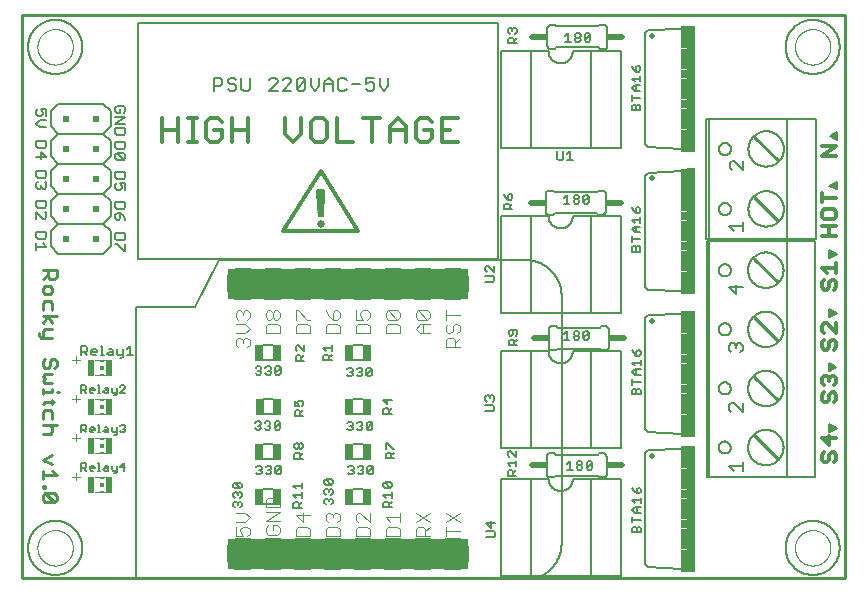
<source format=gto>
G75*
%MOIN*%
%OFA0B0*%
%FSLAX25Y25*%
%IPPOS*%
%LPD*%
%AMOC8*
5,1,8,0,0,1.08239X$1,22.5*
%
%ADD10C,0.01000*%
%ADD11C,0.00600*%
%ADD12C,0.00800*%
%ADD13C,0.01400*%
%ADD14C,0.01100*%
%ADD15C,0.01200*%
%ADD16C,0.00500*%
%ADD17C,0.00000*%
%ADD18C,0.00200*%
%ADD19C,0.02500*%
%ADD20R,0.80000X0.10000*%
%ADD21C,0.00400*%
%ADD22R,0.02000X0.02000*%
%ADD23C,0.02000*%
%ADD24R,0.01500X0.02000*%
%ADD25C,0.00700*%
%ADD26R,0.02559X0.05512*%
%ADD27C,0.00300*%
%ADD28R,0.01181X0.00591*%
%ADD29R,0.01181X0.01181*%
%ADD30R,0.02362X0.05315*%
%ADD31C,0.02000*%
%ADD32R,0.03000X0.42000*%
%ADD33R,0.02000X0.07500*%
%ADD34R,0.02000X0.03000*%
%ADD35R,0.02000X0.07000*%
D10*
X0039800Y0028800D02*
X0039800Y0216261D01*
X0314001Y0216261D01*
X0314001Y0028800D01*
X0039800Y0028800D01*
X0283798Y0076272D02*
X0291700Y0068371D01*
X0291602Y0087973D02*
X0283700Y0095772D01*
X0291700Y0107772D02*
X0283798Y0115674D01*
X0291602Y0127371D02*
X0283700Y0135174D01*
X0291800Y0147900D02*
X0283900Y0155800D01*
X0291900Y0168200D02*
X0283900Y0175700D01*
D11*
X0281900Y0171800D02*
X0281902Y0171953D01*
X0281908Y0172106D01*
X0281918Y0172259D01*
X0281932Y0172412D01*
X0281950Y0172564D01*
X0281971Y0172715D01*
X0281997Y0172866D01*
X0282027Y0173017D01*
X0282060Y0173166D01*
X0282098Y0173315D01*
X0282139Y0173462D01*
X0282184Y0173609D01*
X0282233Y0173754D01*
X0282285Y0173898D01*
X0282342Y0174040D01*
X0282402Y0174181D01*
X0282465Y0174320D01*
X0282533Y0174458D01*
X0282603Y0174594D01*
X0282678Y0174728D01*
X0282755Y0174860D01*
X0282837Y0174990D01*
X0282921Y0175118D01*
X0283009Y0175243D01*
X0283100Y0175366D01*
X0283194Y0175487D01*
X0283291Y0175605D01*
X0283392Y0175721D01*
X0283495Y0175834D01*
X0283601Y0175945D01*
X0283710Y0176052D01*
X0283822Y0176157D01*
X0283936Y0176259D01*
X0284053Y0176358D01*
X0284173Y0176453D01*
X0284295Y0176546D01*
X0284419Y0176635D01*
X0284546Y0176722D01*
X0284675Y0176804D01*
X0284806Y0176884D01*
X0284939Y0176960D01*
X0285074Y0177032D01*
X0285211Y0177101D01*
X0285349Y0177167D01*
X0285489Y0177229D01*
X0285631Y0177287D01*
X0285774Y0177341D01*
X0285919Y0177392D01*
X0286064Y0177439D01*
X0286211Y0177482D01*
X0286359Y0177521D01*
X0286508Y0177557D01*
X0286658Y0177588D01*
X0286809Y0177616D01*
X0286960Y0177640D01*
X0287112Y0177660D01*
X0287265Y0177676D01*
X0287417Y0177688D01*
X0287570Y0177696D01*
X0287723Y0177700D01*
X0287877Y0177700D01*
X0288030Y0177696D01*
X0288183Y0177688D01*
X0288335Y0177676D01*
X0288488Y0177660D01*
X0288640Y0177640D01*
X0288791Y0177616D01*
X0288942Y0177588D01*
X0289092Y0177557D01*
X0289241Y0177521D01*
X0289389Y0177482D01*
X0289536Y0177439D01*
X0289681Y0177392D01*
X0289826Y0177341D01*
X0289969Y0177287D01*
X0290111Y0177229D01*
X0290251Y0177167D01*
X0290389Y0177101D01*
X0290526Y0177032D01*
X0290661Y0176960D01*
X0290794Y0176884D01*
X0290925Y0176804D01*
X0291054Y0176722D01*
X0291181Y0176635D01*
X0291305Y0176546D01*
X0291427Y0176453D01*
X0291547Y0176358D01*
X0291664Y0176259D01*
X0291778Y0176157D01*
X0291890Y0176052D01*
X0291999Y0175945D01*
X0292105Y0175834D01*
X0292208Y0175721D01*
X0292309Y0175605D01*
X0292406Y0175487D01*
X0292500Y0175366D01*
X0292591Y0175243D01*
X0292679Y0175118D01*
X0292763Y0174990D01*
X0292845Y0174860D01*
X0292922Y0174728D01*
X0292997Y0174594D01*
X0293067Y0174458D01*
X0293135Y0174320D01*
X0293198Y0174181D01*
X0293258Y0174040D01*
X0293315Y0173898D01*
X0293367Y0173754D01*
X0293416Y0173609D01*
X0293461Y0173462D01*
X0293502Y0173315D01*
X0293540Y0173166D01*
X0293573Y0173017D01*
X0293603Y0172866D01*
X0293629Y0172715D01*
X0293650Y0172564D01*
X0293668Y0172412D01*
X0293682Y0172259D01*
X0293692Y0172106D01*
X0293698Y0171953D01*
X0293700Y0171800D01*
X0293698Y0171647D01*
X0293692Y0171494D01*
X0293682Y0171341D01*
X0293668Y0171188D01*
X0293650Y0171036D01*
X0293629Y0170885D01*
X0293603Y0170734D01*
X0293573Y0170583D01*
X0293540Y0170434D01*
X0293502Y0170285D01*
X0293461Y0170138D01*
X0293416Y0169991D01*
X0293367Y0169846D01*
X0293315Y0169702D01*
X0293258Y0169560D01*
X0293198Y0169419D01*
X0293135Y0169280D01*
X0293067Y0169142D01*
X0292997Y0169006D01*
X0292922Y0168872D01*
X0292845Y0168740D01*
X0292763Y0168610D01*
X0292679Y0168482D01*
X0292591Y0168357D01*
X0292500Y0168234D01*
X0292406Y0168113D01*
X0292309Y0167995D01*
X0292208Y0167879D01*
X0292105Y0167766D01*
X0291999Y0167655D01*
X0291890Y0167548D01*
X0291778Y0167443D01*
X0291664Y0167341D01*
X0291547Y0167242D01*
X0291427Y0167147D01*
X0291305Y0167054D01*
X0291181Y0166965D01*
X0291054Y0166878D01*
X0290925Y0166796D01*
X0290794Y0166716D01*
X0290661Y0166640D01*
X0290526Y0166568D01*
X0290389Y0166499D01*
X0290251Y0166433D01*
X0290111Y0166371D01*
X0289969Y0166313D01*
X0289826Y0166259D01*
X0289681Y0166208D01*
X0289536Y0166161D01*
X0289389Y0166118D01*
X0289241Y0166079D01*
X0289092Y0166043D01*
X0288942Y0166012D01*
X0288791Y0165984D01*
X0288640Y0165960D01*
X0288488Y0165940D01*
X0288335Y0165924D01*
X0288183Y0165912D01*
X0288030Y0165904D01*
X0287877Y0165900D01*
X0287723Y0165900D01*
X0287570Y0165904D01*
X0287417Y0165912D01*
X0287265Y0165924D01*
X0287112Y0165940D01*
X0286960Y0165960D01*
X0286809Y0165984D01*
X0286658Y0166012D01*
X0286508Y0166043D01*
X0286359Y0166079D01*
X0286211Y0166118D01*
X0286064Y0166161D01*
X0285919Y0166208D01*
X0285774Y0166259D01*
X0285631Y0166313D01*
X0285489Y0166371D01*
X0285349Y0166433D01*
X0285211Y0166499D01*
X0285074Y0166568D01*
X0284939Y0166640D01*
X0284806Y0166716D01*
X0284675Y0166796D01*
X0284546Y0166878D01*
X0284419Y0166965D01*
X0284295Y0167054D01*
X0284173Y0167147D01*
X0284053Y0167242D01*
X0283936Y0167341D01*
X0283822Y0167443D01*
X0283710Y0167548D01*
X0283601Y0167655D01*
X0283495Y0167766D01*
X0283392Y0167879D01*
X0283291Y0167995D01*
X0283194Y0168113D01*
X0283100Y0168234D01*
X0283009Y0168357D01*
X0282921Y0168482D01*
X0282837Y0168610D01*
X0282755Y0168740D01*
X0282678Y0168872D01*
X0282603Y0169006D01*
X0282533Y0169142D01*
X0282465Y0169280D01*
X0282402Y0169419D01*
X0282342Y0169560D01*
X0282285Y0169702D01*
X0282233Y0169846D01*
X0282184Y0169991D01*
X0282139Y0170138D01*
X0282098Y0170285D01*
X0282060Y0170434D01*
X0282027Y0170583D01*
X0281997Y0170734D01*
X0281971Y0170885D01*
X0281950Y0171036D01*
X0281932Y0171188D01*
X0281918Y0171341D01*
X0281908Y0171494D01*
X0281902Y0171647D01*
X0281900Y0171800D01*
X0272100Y0171800D02*
X0272102Y0171889D01*
X0272108Y0171978D01*
X0272118Y0172067D01*
X0272132Y0172155D01*
X0272149Y0172242D01*
X0272171Y0172328D01*
X0272197Y0172414D01*
X0272226Y0172498D01*
X0272259Y0172581D01*
X0272295Y0172662D01*
X0272336Y0172742D01*
X0272379Y0172819D01*
X0272426Y0172895D01*
X0272477Y0172968D01*
X0272530Y0173039D01*
X0272587Y0173108D01*
X0272647Y0173174D01*
X0272710Y0173238D01*
X0272775Y0173298D01*
X0272843Y0173356D01*
X0272914Y0173410D01*
X0272987Y0173461D01*
X0273062Y0173509D01*
X0273139Y0173554D01*
X0273218Y0173595D01*
X0273299Y0173632D01*
X0273381Y0173666D01*
X0273465Y0173697D01*
X0273550Y0173723D01*
X0273636Y0173746D01*
X0273723Y0173764D01*
X0273811Y0173779D01*
X0273900Y0173790D01*
X0273989Y0173797D01*
X0274078Y0173800D01*
X0274167Y0173799D01*
X0274256Y0173794D01*
X0274344Y0173785D01*
X0274433Y0173772D01*
X0274520Y0173755D01*
X0274607Y0173735D01*
X0274693Y0173710D01*
X0274777Y0173682D01*
X0274860Y0173650D01*
X0274942Y0173614D01*
X0275022Y0173575D01*
X0275100Y0173532D01*
X0275176Y0173486D01*
X0275250Y0173436D01*
X0275322Y0173383D01*
X0275391Y0173327D01*
X0275458Y0173268D01*
X0275522Y0173206D01*
X0275583Y0173142D01*
X0275642Y0173074D01*
X0275697Y0173004D01*
X0275749Y0172932D01*
X0275798Y0172857D01*
X0275843Y0172781D01*
X0275885Y0172702D01*
X0275923Y0172622D01*
X0275958Y0172540D01*
X0275989Y0172456D01*
X0276017Y0172371D01*
X0276040Y0172285D01*
X0276060Y0172198D01*
X0276076Y0172111D01*
X0276088Y0172022D01*
X0276096Y0171934D01*
X0276100Y0171845D01*
X0276100Y0171755D01*
X0276096Y0171666D01*
X0276088Y0171578D01*
X0276076Y0171489D01*
X0276060Y0171402D01*
X0276040Y0171315D01*
X0276017Y0171229D01*
X0275989Y0171144D01*
X0275958Y0171060D01*
X0275923Y0170978D01*
X0275885Y0170898D01*
X0275843Y0170819D01*
X0275798Y0170743D01*
X0275749Y0170668D01*
X0275697Y0170596D01*
X0275642Y0170526D01*
X0275583Y0170458D01*
X0275522Y0170394D01*
X0275458Y0170332D01*
X0275391Y0170273D01*
X0275322Y0170217D01*
X0275250Y0170164D01*
X0275176Y0170114D01*
X0275100Y0170068D01*
X0275022Y0170025D01*
X0274942Y0169986D01*
X0274860Y0169950D01*
X0274777Y0169918D01*
X0274693Y0169890D01*
X0274607Y0169865D01*
X0274520Y0169845D01*
X0274433Y0169828D01*
X0274344Y0169815D01*
X0274256Y0169806D01*
X0274167Y0169801D01*
X0274078Y0169800D01*
X0273989Y0169803D01*
X0273900Y0169810D01*
X0273811Y0169821D01*
X0273723Y0169836D01*
X0273636Y0169854D01*
X0273550Y0169877D01*
X0273465Y0169903D01*
X0273381Y0169934D01*
X0273299Y0169968D01*
X0273218Y0170005D01*
X0273139Y0170046D01*
X0273062Y0170091D01*
X0272987Y0170139D01*
X0272914Y0170190D01*
X0272843Y0170244D01*
X0272775Y0170302D01*
X0272710Y0170362D01*
X0272647Y0170426D01*
X0272587Y0170492D01*
X0272530Y0170561D01*
X0272477Y0170632D01*
X0272426Y0170705D01*
X0272379Y0170781D01*
X0272336Y0170858D01*
X0272295Y0170938D01*
X0272259Y0171019D01*
X0272226Y0171102D01*
X0272197Y0171186D01*
X0272171Y0171272D01*
X0272149Y0171358D01*
X0272132Y0171445D01*
X0272118Y0171533D01*
X0272108Y0171622D01*
X0272102Y0171711D01*
X0272100Y0171800D01*
X0259800Y0171800D02*
X0248300Y0172300D01*
X0247300Y0173300D01*
X0247300Y0210300D01*
X0248300Y0211300D01*
X0259800Y0211800D01*
X0239300Y0204300D02*
X0229300Y0204300D01*
X0229300Y0171938D01*
X0239300Y0171938D02*
X0239300Y0204300D01*
X0234900Y0206100D02*
X0234900Y0212100D01*
X0234898Y0212160D01*
X0234893Y0212221D01*
X0234884Y0212280D01*
X0234871Y0212339D01*
X0234855Y0212398D01*
X0234835Y0212455D01*
X0234812Y0212510D01*
X0234785Y0212565D01*
X0234756Y0212617D01*
X0234723Y0212668D01*
X0234687Y0212717D01*
X0234649Y0212763D01*
X0234607Y0212807D01*
X0234563Y0212849D01*
X0234517Y0212887D01*
X0234468Y0212923D01*
X0234417Y0212956D01*
X0234365Y0212985D01*
X0234310Y0213012D01*
X0234255Y0213035D01*
X0234198Y0213055D01*
X0234139Y0213071D01*
X0234080Y0213084D01*
X0234021Y0213093D01*
X0233960Y0213098D01*
X0233900Y0213100D01*
X0232400Y0213100D01*
X0231900Y0212600D01*
X0217900Y0212600D01*
X0217400Y0213100D01*
X0215900Y0213100D01*
X0215840Y0213098D01*
X0215779Y0213093D01*
X0215720Y0213084D01*
X0215661Y0213071D01*
X0215602Y0213055D01*
X0215545Y0213035D01*
X0215490Y0213012D01*
X0215435Y0212985D01*
X0215383Y0212956D01*
X0215332Y0212923D01*
X0215283Y0212887D01*
X0215237Y0212849D01*
X0215193Y0212807D01*
X0215151Y0212763D01*
X0215113Y0212717D01*
X0215077Y0212668D01*
X0215044Y0212617D01*
X0215015Y0212565D01*
X0214988Y0212510D01*
X0214965Y0212455D01*
X0214945Y0212398D01*
X0214929Y0212339D01*
X0214916Y0212280D01*
X0214907Y0212221D01*
X0214902Y0212160D01*
X0214900Y0212100D01*
X0214900Y0206100D01*
X0214902Y0206040D01*
X0214907Y0205979D01*
X0214916Y0205920D01*
X0214929Y0205861D01*
X0214945Y0205802D01*
X0214965Y0205745D01*
X0214988Y0205690D01*
X0215015Y0205635D01*
X0215044Y0205583D01*
X0215077Y0205532D01*
X0215113Y0205483D01*
X0215151Y0205437D01*
X0215193Y0205393D01*
X0215237Y0205351D01*
X0215283Y0205313D01*
X0215332Y0205277D01*
X0215383Y0205244D01*
X0215435Y0205215D01*
X0215490Y0205188D01*
X0215545Y0205165D01*
X0215602Y0205145D01*
X0215661Y0205129D01*
X0215720Y0205116D01*
X0215779Y0205107D01*
X0215840Y0205102D01*
X0215900Y0205100D01*
X0217400Y0205100D01*
X0217900Y0205600D01*
X0231900Y0205600D01*
X0232400Y0205100D01*
X0233900Y0205100D01*
X0233960Y0205102D01*
X0234021Y0205107D01*
X0234080Y0205116D01*
X0234139Y0205129D01*
X0234198Y0205145D01*
X0234255Y0205165D01*
X0234310Y0205188D01*
X0234365Y0205215D01*
X0234417Y0205244D01*
X0234468Y0205277D01*
X0234517Y0205313D01*
X0234563Y0205351D01*
X0234607Y0205393D01*
X0234649Y0205437D01*
X0234687Y0205483D01*
X0234723Y0205532D01*
X0234756Y0205583D01*
X0234785Y0205635D01*
X0234812Y0205690D01*
X0234835Y0205745D01*
X0234855Y0205802D01*
X0234871Y0205861D01*
X0234884Y0205920D01*
X0234893Y0205979D01*
X0234898Y0206040D01*
X0234900Y0206100D01*
X0223300Y0204300D02*
X0223298Y0204174D01*
X0223292Y0204049D01*
X0223282Y0203924D01*
X0223268Y0203799D01*
X0223251Y0203674D01*
X0223229Y0203550D01*
X0223204Y0203427D01*
X0223174Y0203305D01*
X0223141Y0203184D01*
X0223104Y0203064D01*
X0223064Y0202945D01*
X0223019Y0202828D01*
X0222971Y0202711D01*
X0222919Y0202597D01*
X0222864Y0202484D01*
X0222805Y0202373D01*
X0222743Y0202264D01*
X0222677Y0202157D01*
X0222608Y0202052D01*
X0222536Y0201949D01*
X0222461Y0201848D01*
X0222382Y0201750D01*
X0222300Y0201655D01*
X0222216Y0201562D01*
X0222128Y0201472D01*
X0222038Y0201384D01*
X0221945Y0201300D01*
X0221850Y0201218D01*
X0221752Y0201139D01*
X0221651Y0201064D01*
X0221548Y0200992D01*
X0221443Y0200923D01*
X0221336Y0200857D01*
X0221227Y0200795D01*
X0221116Y0200736D01*
X0221003Y0200681D01*
X0220889Y0200629D01*
X0220772Y0200581D01*
X0220655Y0200536D01*
X0220536Y0200496D01*
X0220416Y0200459D01*
X0220295Y0200426D01*
X0220173Y0200396D01*
X0220050Y0200371D01*
X0219926Y0200349D01*
X0219801Y0200332D01*
X0219676Y0200318D01*
X0219551Y0200308D01*
X0219426Y0200302D01*
X0219300Y0200300D01*
X0219174Y0200302D01*
X0219049Y0200308D01*
X0218924Y0200318D01*
X0218799Y0200332D01*
X0218674Y0200349D01*
X0218550Y0200371D01*
X0218427Y0200396D01*
X0218305Y0200426D01*
X0218184Y0200459D01*
X0218064Y0200496D01*
X0217945Y0200536D01*
X0217828Y0200581D01*
X0217711Y0200629D01*
X0217597Y0200681D01*
X0217484Y0200736D01*
X0217373Y0200795D01*
X0217264Y0200857D01*
X0217157Y0200923D01*
X0217052Y0200992D01*
X0216949Y0201064D01*
X0216848Y0201139D01*
X0216750Y0201218D01*
X0216655Y0201300D01*
X0216562Y0201384D01*
X0216472Y0201472D01*
X0216384Y0201562D01*
X0216300Y0201655D01*
X0216218Y0201750D01*
X0216139Y0201848D01*
X0216064Y0201949D01*
X0215992Y0202052D01*
X0215923Y0202157D01*
X0215857Y0202264D01*
X0215795Y0202373D01*
X0215736Y0202484D01*
X0215681Y0202597D01*
X0215629Y0202711D01*
X0215581Y0202828D01*
X0215536Y0202945D01*
X0215496Y0203064D01*
X0215459Y0203184D01*
X0215426Y0203305D01*
X0215396Y0203427D01*
X0215371Y0203550D01*
X0215349Y0203674D01*
X0215332Y0203799D01*
X0215318Y0203924D01*
X0215308Y0204049D01*
X0215302Y0204174D01*
X0215300Y0204300D01*
X0209300Y0204300D01*
X0209300Y0172331D01*
X0199300Y0171938D02*
X0199300Y0204300D01*
X0209300Y0204300D01*
X0267800Y0181800D02*
X0268800Y0181800D01*
X0294800Y0181800D01*
X0294800Y0175300D01*
X0294800Y0168300D01*
X0294800Y0155300D01*
X0294800Y0148300D01*
X0294800Y0141800D01*
X0304300Y0141800D01*
X0304300Y0181800D01*
X0294800Y0181800D01*
X0268800Y0181800D02*
X0268800Y0141800D01*
X0267800Y0141800D01*
X0267800Y0181800D01*
X0259800Y0164300D02*
X0248300Y0163800D01*
X0247300Y0162800D01*
X0247300Y0125800D01*
X0248300Y0124800D01*
X0259800Y0124300D01*
X0259800Y0116800D02*
X0248300Y0116300D01*
X0247300Y0115300D01*
X0247300Y0078300D01*
X0248300Y0077300D01*
X0259800Y0076800D01*
X0259800Y0071800D02*
X0248300Y0071300D01*
X0247300Y0070300D01*
X0247300Y0033300D01*
X0248300Y0032300D01*
X0259800Y0031800D01*
X0239300Y0029438D02*
X0239300Y0061800D01*
X0229300Y0061800D01*
X0229300Y0029438D01*
X0209300Y0029831D02*
X0209300Y0061800D01*
X0215300Y0061800D01*
X0215600Y0062300D02*
X0217100Y0062300D01*
X0217600Y0062800D01*
X0231600Y0062800D01*
X0232100Y0062300D01*
X0233600Y0062300D01*
X0233660Y0062302D01*
X0233721Y0062307D01*
X0233780Y0062316D01*
X0233839Y0062329D01*
X0233898Y0062345D01*
X0233955Y0062365D01*
X0234010Y0062388D01*
X0234065Y0062415D01*
X0234117Y0062444D01*
X0234168Y0062477D01*
X0234217Y0062513D01*
X0234263Y0062551D01*
X0234307Y0062593D01*
X0234349Y0062637D01*
X0234387Y0062683D01*
X0234423Y0062732D01*
X0234456Y0062783D01*
X0234485Y0062835D01*
X0234512Y0062890D01*
X0234535Y0062945D01*
X0234555Y0063002D01*
X0234571Y0063061D01*
X0234584Y0063120D01*
X0234593Y0063179D01*
X0234598Y0063240D01*
X0234600Y0063300D01*
X0234600Y0069300D01*
X0234598Y0069360D01*
X0234593Y0069421D01*
X0234584Y0069480D01*
X0234571Y0069539D01*
X0234555Y0069598D01*
X0234535Y0069655D01*
X0234512Y0069710D01*
X0234485Y0069765D01*
X0234456Y0069817D01*
X0234423Y0069868D01*
X0234387Y0069917D01*
X0234349Y0069963D01*
X0234307Y0070007D01*
X0234263Y0070049D01*
X0234217Y0070087D01*
X0234168Y0070123D01*
X0234117Y0070156D01*
X0234065Y0070185D01*
X0234010Y0070212D01*
X0233955Y0070235D01*
X0233898Y0070255D01*
X0233839Y0070271D01*
X0233780Y0070284D01*
X0233721Y0070293D01*
X0233660Y0070298D01*
X0233600Y0070300D01*
X0232100Y0070300D01*
X0231600Y0069800D01*
X0217600Y0069800D01*
X0217100Y0070300D01*
X0215600Y0070300D01*
X0215540Y0070298D01*
X0215479Y0070293D01*
X0215420Y0070284D01*
X0215361Y0070271D01*
X0215302Y0070255D01*
X0215245Y0070235D01*
X0215190Y0070212D01*
X0215135Y0070185D01*
X0215083Y0070156D01*
X0215032Y0070123D01*
X0214983Y0070087D01*
X0214937Y0070049D01*
X0214893Y0070007D01*
X0214851Y0069963D01*
X0214813Y0069917D01*
X0214777Y0069868D01*
X0214744Y0069817D01*
X0214715Y0069765D01*
X0214688Y0069710D01*
X0214665Y0069655D01*
X0214645Y0069598D01*
X0214629Y0069539D01*
X0214616Y0069480D01*
X0214607Y0069421D01*
X0214602Y0069360D01*
X0214600Y0069300D01*
X0214600Y0063300D01*
X0214602Y0063240D01*
X0214607Y0063179D01*
X0214616Y0063120D01*
X0214629Y0063061D01*
X0214645Y0063002D01*
X0214665Y0062945D01*
X0214688Y0062890D01*
X0214715Y0062835D01*
X0214744Y0062783D01*
X0214777Y0062732D01*
X0214813Y0062683D01*
X0214851Y0062637D01*
X0214893Y0062593D01*
X0214937Y0062551D01*
X0214983Y0062513D01*
X0215032Y0062477D01*
X0215083Y0062444D01*
X0215135Y0062415D01*
X0215190Y0062388D01*
X0215245Y0062365D01*
X0215302Y0062345D01*
X0215361Y0062329D01*
X0215420Y0062316D01*
X0215479Y0062307D01*
X0215540Y0062302D01*
X0215600Y0062300D01*
X0215300Y0061800D02*
X0215302Y0061674D01*
X0215308Y0061549D01*
X0215318Y0061424D01*
X0215332Y0061299D01*
X0215349Y0061174D01*
X0215371Y0061050D01*
X0215396Y0060927D01*
X0215426Y0060805D01*
X0215459Y0060684D01*
X0215496Y0060564D01*
X0215536Y0060445D01*
X0215581Y0060328D01*
X0215629Y0060211D01*
X0215681Y0060097D01*
X0215736Y0059984D01*
X0215795Y0059873D01*
X0215857Y0059764D01*
X0215923Y0059657D01*
X0215992Y0059552D01*
X0216064Y0059449D01*
X0216139Y0059348D01*
X0216218Y0059250D01*
X0216300Y0059155D01*
X0216384Y0059062D01*
X0216472Y0058972D01*
X0216562Y0058884D01*
X0216655Y0058800D01*
X0216750Y0058718D01*
X0216848Y0058639D01*
X0216949Y0058564D01*
X0217052Y0058492D01*
X0217157Y0058423D01*
X0217264Y0058357D01*
X0217373Y0058295D01*
X0217484Y0058236D01*
X0217597Y0058181D01*
X0217711Y0058129D01*
X0217828Y0058081D01*
X0217945Y0058036D01*
X0218064Y0057996D01*
X0218184Y0057959D01*
X0218305Y0057926D01*
X0218427Y0057896D01*
X0218550Y0057871D01*
X0218674Y0057849D01*
X0218799Y0057832D01*
X0218924Y0057818D01*
X0219049Y0057808D01*
X0219174Y0057802D01*
X0219300Y0057800D01*
X0219426Y0057802D01*
X0219551Y0057808D01*
X0219676Y0057818D01*
X0219801Y0057832D01*
X0219926Y0057849D01*
X0220050Y0057871D01*
X0220173Y0057896D01*
X0220295Y0057926D01*
X0220416Y0057959D01*
X0220536Y0057996D01*
X0220655Y0058036D01*
X0220772Y0058081D01*
X0220889Y0058129D01*
X0221003Y0058181D01*
X0221116Y0058236D01*
X0221227Y0058295D01*
X0221336Y0058357D01*
X0221443Y0058423D01*
X0221548Y0058492D01*
X0221651Y0058564D01*
X0221752Y0058639D01*
X0221850Y0058718D01*
X0221945Y0058800D01*
X0222038Y0058884D01*
X0222128Y0058972D01*
X0222216Y0059062D01*
X0222300Y0059155D01*
X0222382Y0059250D01*
X0222461Y0059348D01*
X0222536Y0059449D01*
X0222608Y0059552D01*
X0222677Y0059657D01*
X0222743Y0059764D01*
X0222805Y0059873D01*
X0222864Y0059984D01*
X0222919Y0060097D01*
X0222971Y0060211D01*
X0223019Y0060328D01*
X0223064Y0060445D01*
X0223104Y0060564D01*
X0223141Y0060684D01*
X0223174Y0060805D01*
X0223204Y0060927D01*
X0223229Y0061050D01*
X0223251Y0061174D01*
X0223268Y0061299D01*
X0223282Y0061424D01*
X0223292Y0061549D01*
X0223298Y0061674D01*
X0223300Y0061800D01*
X0209300Y0061800D02*
X0199300Y0061800D01*
X0199300Y0029438D01*
X0153414Y0053300D02*
X0150186Y0053300D01*
X0150186Y0058300D02*
X0153414Y0058300D01*
X0153414Y0068300D02*
X0150186Y0068300D01*
X0150186Y0073300D02*
X0153414Y0073300D01*
X0153414Y0083300D02*
X0150186Y0083300D01*
X0150186Y0088300D02*
X0153414Y0088300D01*
X0153414Y0101300D02*
X0150186Y0101300D01*
X0150186Y0106300D02*
X0153414Y0106300D01*
X0123414Y0106300D02*
X0120186Y0106300D01*
X0120186Y0101300D02*
X0123414Y0101300D01*
X0123414Y0088300D02*
X0120186Y0088300D01*
X0120186Y0083300D02*
X0123414Y0083300D01*
X0123414Y0073300D02*
X0120186Y0073300D01*
X0120186Y0068300D02*
X0123414Y0068300D01*
X0123414Y0058300D02*
X0120186Y0058300D01*
X0120186Y0053300D02*
X0123414Y0053300D01*
X0041784Y0038800D02*
X0041787Y0039021D01*
X0041795Y0039242D01*
X0041808Y0039463D01*
X0041827Y0039684D01*
X0041852Y0039904D01*
X0041882Y0040123D01*
X0041917Y0040341D01*
X0041957Y0040559D01*
X0042003Y0040775D01*
X0042054Y0040991D01*
X0042111Y0041205D01*
X0042172Y0041417D01*
X0042239Y0041628D01*
X0042311Y0041837D01*
X0042388Y0042045D01*
X0042470Y0042250D01*
X0042557Y0042454D01*
X0042650Y0042655D01*
X0042747Y0042854D01*
X0042849Y0043050D01*
X0042955Y0043244D01*
X0043067Y0043435D01*
X0043183Y0043624D01*
X0043303Y0043809D01*
X0043429Y0043991D01*
X0043558Y0044171D01*
X0043692Y0044347D01*
X0043831Y0044520D01*
X0043973Y0044689D01*
X0044120Y0044855D01*
X0044270Y0045017D01*
X0044425Y0045175D01*
X0044583Y0045330D01*
X0044745Y0045480D01*
X0044911Y0045627D01*
X0045080Y0045769D01*
X0045253Y0045908D01*
X0045429Y0046042D01*
X0045609Y0046171D01*
X0045791Y0046297D01*
X0045976Y0046417D01*
X0046165Y0046533D01*
X0046356Y0046645D01*
X0046550Y0046751D01*
X0046746Y0046853D01*
X0046945Y0046950D01*
X0047146Y0047043D01*
X0047350Y0047130D01*
X0047555Y0047212D01*
X0047763Y0047289D01*
X0047972Y0047361D01*
X0048183Y0047428D01*
X0048395Y0047489D01*
X0048609Y0047546D01*
X0048825Y0047597D01*
X0049041Y0047643D01*
X0049259Y0047683D01*
X0049477Y0047718D01*
X0049696Y0047748D01*
X0049916Y0047773D01*
X0050137Y0047792D01*
X0050358Y0047805D01*
X0050579Y0047813D01*
X0050800Y0047816D01*
X0051021Y0047813D01*
X0051242Y0047805D01*
X0051463Y0047792D01*
X0051684Y0047773D01*
X0051904Y0047748D01*
X0052123Y0047718D01*
X0052341Y0047683D01*
X0052559Y0047643D01*
X0052775Y0047597D01*
X0052991Y0047546D01*
X0053205Y0047489D01*
X0053417Y0047428D01*
X0053628Y0047361D01*
X0053837Y0047289D01*
X0054045Y0047212D01*
X0054250Y0047130D01*
X0054454Y0047043D01*
X0054655Y0046950D01*
X0054854Y0046853D01*
X0055050Y0046751D01*
X0055244Y0046645D01*
X0055435Y0046533D01*
X0055624Y0046417D01*
X0055809Y0046297D01*
X0055991Y0046171D01*
X0056171Y0046042D01*
X0056347Y0045908D01*
X0056520Y0045769D01*
X0056689Y0045627D01*
X0056855Y0045480D01*
X0057017Y0045330D01*
X0057175Y0045175D01*
X0057330Y0045017D01*
X0057480Y0044855D01*
X0057627Y0044689D01*
X0057769Y0044520D01*
X0057908Y0044347D01*
X0058042Y0044171D01*
X0058171Y0043991D01*
X0058297Y0043809D01*
X0058417Y0043624D01*
X0058533Y0043435D01*
X0058645Y0043244D01*
X0058751Y0043050D01*
X0058853Y0042854D01*
X0058950Y0042655D01*
X0059043Y0042454D01*
X0059130Y0042250D01*
X0059212Y0042045D01*
X0059289Y0041837D01*
X0059361Y0041628D01*
X0059428Y0041417D01*
X0059489Y0041205D01*
X0059546Y0040991D01*
X0059597Y0040775D01*
X0059643Y0040559D01*
X0059683Y0040341D01*
X0059718Y0040123D01*
X0059748Y0039904D01*
X0059773Y0039684D01*
X0059792Y0039463D01*
X0059805Y0039242D01*
X0059813Y0039021D01*
X0059816Y0038800D01*
X0059813Y0038579D01*
X0059805Y0038358D01*
X0059792Y0038137D01*
X0059773Y0037916D01*
X0059748Y0037696D01*
X0059718Y0037477D01*
X0059683Y0037259D01*
X0059643Y0037041D01*
X0059597Y0036825D01*
X0059546Y0036609D01*
X0059489Y0036395D01*
X0059428Y0036183D01*
X0059361Y0035972D01*
X0059289Y0035763D01*
X0059212Y0035555D01*
X0059130Y0035350D01*
X0059043Y0035146D01*
X0058950Y0034945D01*
X0058853Y0034746D01*
X0058751Y0034550D01*
X0058645Y0034356D01*
X0058533Y0034165D01*
X0058417Y0033976D01*
X0058297Y0033791D01*
X0058171Y0033609D01*
X0058042Y0033429D01*
X0057908Y0033253D01*
X0057769Y0033080D01*
X0057627Y0032911D01*
X0057480Y0032745D01*
X0057330Y0032583D01*
X0057175Y0032425D01*
X0057017Y0032270D01*
X0056855Y0032120D01*
X0056689Y0031973D01*
X0056520Y0031831D01*
X0056347Y0031692D01*
X0056171Y0031558D01*
X0055991Y0031429D01*
X0055809Y0031303D01*
X0055624Y0031183D01*
X0055435Y0031067D01*
X0055244Y0030955D01*
X0055050Y0030849D01*
X0054854Y0030747D01*
X0054655Y0030650D01*
X0054454Y0030557D01*
X0054250Y0030470D01*
X0054045Y0030388D01*
X0053837Y0030311D01*
X0053628Y0030239D01*
X0053417Y0030172D01*
X0053205Y0030111D01*
X0052991Y0030054D01*
X0052775Y0030003D01*
X0052559Y0029957D01*
X0052341Y0029917D01*
X0052123Y0029882D01*
X0051904Y0029852D01*
X0051684Y0029827D01*
X0051463Y0029808D01*
X0051242Y0029795D01*
X0051021Y0029787D01*
X0050800Y0029784D01*
X0050579Y0029787D01*
X0050358Y0029795D01*
X0050137Y0029808D01*
X0049916Y0029827D01*
X0049696Y0029852D01*
X0049477Y0029882D01*
X0049259Y0029917D01*
X0049041Y0029957D01*
X0048825Y0030003D01*
X0048609Y0030054D01*
X0048395Y0030111D01*
X0048183Y0030172D01*
X0047972Y0030239D01*
X0047763Y0030311D01*
X0047555Y0030388D01*
X0047350Y0030470D01*
X0047146Y0030557D01*
X0046945Y0030650D01*
X0046746Y0030747D01*
X0046550Y0030849D01*
X0046356Y0030955D01*
X0046165Y0031067D01*
X0045976Y0031183D01*
X0045791Y0031303D01*
X0045609Y0031429D01*
X0045429Y0031558D01*
X0045253Y0031692D01*
X0045080Y0031831D01*
X0044911Y0031973D01*
X0044745Y0032120D01*
X0044583Y0032270D01*
X0044425Y0032425D01*
X0044270Y0032583D01*
X0044120Y0032745D01*
X0043973Y0032911D01*
X0043831Y0033080D01*
X0043692Y0033253D01*
X0043558Y0033429D01*
X0043429Y0033609D01*
X0043303Y0033791D01*
X0043183Y0033976D01*
X0043067Y0034165D01*
X0042955Y0034356D01*
X0042849Y0034550D01*
X0042747Y0034746D01*
X0042650Y0034945D01*
X0042557Y0035146D01*
X0042470Y0035350D01*
X0042388Y0035555D01*
X0042311Y0035763D01*
X0042239Y0035972D01*
X0042172Y0036183D01*
X0042111Y0036395D01*
X0042054Y0036609D01*
X0042003Y0036825D01*
X0041957Y0037041D01*
X0041917Y0037259D01*
X0041882Y0037477D01*
X0041852Y0037696D01*
X0041827Y0037916D01*
X0041808Y0038137D01*
X0041795Y0038358D01*
X0041787Y0038579D01*
X0041784Y0038800D01*
X0199300Y0071938D02*
X0199300Y0104300D01*
X0209300Y0104300D01*
X0215300Y0104300D01*
X0216300Y0104700D02*
X0217800Y0104700D01*
X0218300Y0105200D01*
X0232300Y0105200D01*
X0232800Y0104700D01*
X0234300Y0104700D01*
X0234360Y0104702D01*
X0234421Y0104707D01*
X0234480Y0104716D01*
X0234539Y0104729D01*
X0234598Y0104745D01*
X0234655Y0104765D01*
X0234710Y0104788D01*
X0234765Y0104815D01*
X0234817Y0104844D01*
X0234868Y0104877D01*
X0234917Y0104913D01*
X0234963Y0104951D01*
X0235007Y0104993D01*
X0235049Y0105037D01*
X0235087Y0105083D01*
X0235123Y0105132D01*
X0235156Y0105183D01*
X0235185Y0105235D01*
X0235212Y0105290D01*
X0235235Y0105345D01*
X0235255Y0105402D01*
X0235271Y0105461D01*
X0235284Y0105520D01*
X0235293Y0105579D01*
X0235298Y0105640D01*
X0235300Y0105700D01*
X0235300Y0111700D01*
X0235298Y0111760D01*
X0235293Y0111821D01*
X0235284Y0111880D01*
X0235271Y0111939D01*
X0235255Y0111998D01*
X0235235Y0112055D01*
X0235212Y0112110D01*
X0235185Y0112165D01*
X0235156Y0112217D01*
X0235123Y0112268D01*
X0235087Y0112317D01*
X0235049Y0112363D01*
X0235007Y0112407D01*
X0234963Y0112449D01*
X0234917Y0112487D01*
X0234868Y0112523D01*
X0234817Y0112556D01*
X0234765Y0112585D01*
X0234710Y0112612D01*
X0234655Y0112635D01*
X0234598Y0112655D01*
X0234539Y0112671D01*
X0234480Y0112684D01*
X0234421Y0112693D01*
X0234360Y0112698D01*
X0234300Y0112700D01*
X0232800Y0112700D01*
X0232300Y0112200D01*
X0218300Y0112200D01*
X0217800Y0112700D01*
X0216300Y0112700D01*
X0216240Y0112698D01*
X0216179Y0112693D01*
X0216120Y0112684D01*
X0216061Y0112671D01*
X0216002Y0112655D01*
X0215945Y0112635D01*
X0215890Y0112612D01*
X0215835Y0112585D01*
X0215783Y0112556D01*
X0215732Y0112523D01*
X0215683Y0112487D01*
X0215637Y0112449D01*
X0215593Y0112407D01*
X0215551Y0112363D01*
X0215513Y0112317D01*
X0215477Y0112268D01*
X0215444Y0112217D01*
X0215415Y0112165D01*
X0215388Y0112110D01*
X0215365Y0112055D01*
X0215345Y0111998D01*
X0215329Y0111939D01*
X0215316Y0111880D01*
X0215307Y0111821D01*
X0215302Y0111760D01*
X0215300Y0111700D01*
X0215300Y0105700D01*
X0215302Y0105640D01*
X0215307Y0105579D01*
X0215316Y0105520D01*
X0215329Y0105461D01*
X0215345Y0105402D01*
X0215365Y0105345D01*
X0215388Y0105290D01*
X0215415Y0105235D01*
X0215444Y0105183D01*
X0215477Y0105132D01*
X0215513Y0105083D01*
X0215551Y0105037D01*
X0215593Y0104993D01*
X0215637Y0104951D01*
X0215683Y0104913D01*
X0215732Y0104877D01*
X0215783Y0104844D01*
X0215835Y0104815D01*
X0215890Y0104788D01*
X0215945Y0104765D01*
X0216002Y0104745D01*
X0216061Y0104729D01*
X0216120Y0104716D01*
X0216179Y0104707D01*
X0216240Y0104702D01*
X0216300Y0104700D01*
X0215300Y0104300D02*
X0215302Y0104174D01*
X0215308Y0104049D01*
X0215318Y0103924D01*
X0215332Y0103799D01*
X0215349Y0103674D01*
X0215371Y0103550D01*
X0215396Y0103427D01*
X0215426Y0103305D01*
X0215459Y0103184D01*
X0215496Y0103064D01*
X0215536Y0102945D01*
X0215581Y0102828D01*
X0215629Y0102711D01*
X0215681Y0102597D01*
X0215736Y0102484D01*
X0215795Y0102373D01*
X0215857Y0102264D01*
X0215923Y0102157D01*
X0215992Y0102052D01*
X0216064Y0101949D01*
X0216139Y0101848D01*
X0216218Y0101750D01*
X0216300Y0101655D01*
X0216384Y0101562D01*
X0216472Y0101472D01*
X0216562Y0101384D01*
X0216655Y0101300D01*
X0216750Y0101218D01*
X0216848Y0101139D01*
X0216949Y0101064D01*
X0217052Y0100992D01*
X0217157Y0100923D01*
X0217264Y0100857D01*
X0217373Y0100795D01*
X0217484Y0100736D01*
X0217597Y0100681D01*
X0217711Y0100629D01*
X0217828Y0100581D01*
X0217945Y0100536D01*
X0218064Y0100496D01*
X0218184Y0100459D01*
X0218305Y0100426D01*
X0218427Y0100396D01*
X0218550Y0100371D01*
X0218674Y0100349D01*
X0218799Y0100332D01*
X0218924Y0100318D01*
X0219049Y0100308D01*
X0219174Y0100302D01*
X0219300Y0100300D01*
X0219426Y0100302D01*
X0219551Y0100308D01*
X0219676Y0100318D01*
X0219801Y0100332D01*
X0219926Y0100349D01*
X0220050Y0100371D01*
X0220173Y0100396D01*
X0220295Y0100426D01*
X0220416Y0100459D01*
X0220536Y0100496D01*
X0220655Y0100536D01*
X0220772Y0100581D01*
X0220889Y0100629D01*
X0221003Y0100681D01*
X0221116Y0100736D01*
X0221227Y0100795D01*
X0221336Y0100857D01*
X0221443Y0100923D01*
X0221548Y0100992D01*
X0221651Y0101064D01*
X0221752Y0101139D01*
X0221850Y0101218D01*
X0221945Y0101300D01*
X0222038Y0101384D01*
X0222128Y0101472D01*
X0222216Y0101562D01*
X0222300Y0101655D01*
X0222382Y0101750D01*
X0222461Y0101848D01*
X0222536Y0101949D01*
X0222608Y0102052D01*
X0222677Y0102157D01*
X0222743Y0102264D01*
X0222805Y0102373D01*
X0222864Y0102484D01*
X0222919Y0102597D01*
X0222971Y0102711D01*
X0223019Y0102828D01*
X0223064Y0102945D01*
X0223104Y0103064D01*
X0223141Y0103184D01*
X0223174Y0103305D01*
X0223204Y0103427D01*
X0223229Y0103550D01*
X0223251Y0103674D01*
X0223268Y0103799D01*
X0223282Y0103924D01*
X0223292Y0104049D01*
X0223298Y0104174D01*
X0223300Y0104300D01*
X0229300Y0104300D02*
X0229300Y0071938D01*
X0239300Y0071938D02*
X0239300Y0104300D01*
X0229300Y0104300D01*
X0209300Y0104300D02*
X0209300Y0072331D01*
X0267999Y0062473D02*
X0268798Y0062473D01*
X0268798Y0141174D01*
X0294798Y0141174D01*
X0304200Y0141174D01*
X0304200Y0062473D01*
X0294798Y0062473D01*
X0268798Y0062473D01*
X0267999Y0062473D02*
X0267999Y0141174D01*
X0268798Y0141174D01*
X0268800Y0141800D02*
X0294800Y0141800D01*
X0294798Y0141174D02*
X0294798Y0134871D01*
X0294798Y0127871D01*
X0294798Y0115174D01*
X0294798Y0108174D01*
X0294798Y0095473D01*
X0294798Y0088473D01*
X0294798Y0075772D01*
X0294798Y0068772D01*
X0294798Y0062473D01*
X0281800Y0072272D02*
X0281802Y0072425D01*
X0281808Y0072578D01*
X0281818Y0072731D01*
X0281832Y0072884D01*
X0281850Y0073036D01*
X0281871Y0073187D01*
X0281897Y0073338D01*
X0281927Y0073489D01*
X0281960Y0073638D01*
X0281998Y0073787D01*
X0282039Y0073934D01*
X0282084Y0074081D01*
X0282133Y0074226D01*
X0282185Y0074370D01*
X0282242Y0074512D01*
X0282302Y0074653D01*
X0282365Y0074792D01*
X0282433Y0074930D01*
X0282503Y0075066D01*
X0282578Y0075200D01*
X0282655Y0075332D01*
X0282737Y0075462D01*
X0282821Y0075590D01*
X0282909Y0075715D01*
X0283000Y0075838D01*
X0283094Y0075959D01*
X0283191Y0076077D01*
X0283292Y0076193D01*
X0283395Y0076306D01*
X0283501Y0076417D01*
X0283610Y0076524D01*
X0283722Y0076629D01*
X0283836Y0076731D01*
X0283953Y0076830D01*
X0284073Y0076925D01*
X0284195Y0077018D01*
X0284319Y0077107D01*
X0284446Y0077194D01*
X0284575Y0077276D01*
X0284706Y0077356D01*
X0284839Y0077432D01*
X0284974Y0077504D01*
X0285111Y0077573D01*
X0285249Y0077639D01*
X0285389Y0077701D01*
X0285531Y0077759D01*
X0285674Y0077813D01*
X0285819Y0077864D01*
X0285964Y0077911D01*
X0286111Y0077954D01*
X0286259Y0077993D01*
X0286408Y0078029D01*
X0286558Y0078060D01*
X0286709Y0078088D01*
X0286860Y0078112D01*
X0287012Y0078132D01*
X0287165Y0078148D01*
X0287317Y0078160D01*
X0287470Y0078168D01*
X0287623Y0078172D01*
X0287777Y0078172D01*
X0287930Y0078168D01*
X0288083Y0078160D01*
X0288235Y0078148D01*
X0288388Y0078132D01*
X0288540Y0078112D01*
X0288691Y0078088D01*
X0288842Y0078060D01*
X0288992Y0078029D01*
X0289141Y0077993D01*
X0289289Y0077954D01*
X0289436Y0077911D01*
X0289581Y0077864D01*
X0289726Y0077813D01*
X0289869Y0077759D01*
X0290011Y0077701D01*
X0290151Y0077639D01*
X0290289Y0077573D01*
X0290426Y0077504D01*
X0290561Y0077432D01*
X0290694Y0077356D01*
X0290825Y0077276D01*
X0290954Y0077194D01*
X0291081Y0077107D01*
X0291205Y0077018D01*
X0291327Y0076925D01*
X0291447Y0076830D01*
X0291564Y0076731D01*
X0291678Y0076629D01*
X0291790Y0076524D01*
X0291899Y0076417D01*
X0292005Y0076306D01*
X0292108Y0076193D01*
X0292209Y0076077D01*
X0292306Y0075959D01*
X0292400Y0075838D01*
X0292491Y0075715D01*
X0292579Y0075590D01*
X0292663Y0075462D01*
X0292745Y0075332D01*
X0292822Y0075200D01*
X0292897Y0075066D01*
X0292967Y0074930D01*
X0293035Y0074792D01*
X0293098Y0074653D01*
X0293158Y0074512D01*
X0293215Y0074370D01*
X0293267Y0074226D01*
X0293316Y0074081D01*
X0293361Y0073934D01*
X0293402Y0073787D01*
X0293440Y0073638D01*
X0293473Y0073489D01*
X0293503Y0073338D01*
X0293529Y0073187D01*
X0293550Y0073036D01*
X0293568Y0072884D01*
X0293582Y0072731D01*
X0293592Y0072578D01*
X0293598Y0072425D01*
X0293600Y0072272D01*
X0293598Y0072119D01*
X0293592Y0071966D01*
X0293582Y0071813D01*
X0293568Y0071660D01*
X0293550Y0071508D01*
X0293529Y0071357D01*
X0293503Y0071206D01*
X0293473Y0071055D01*
X0293440Y0070906D01*
X0293402Y0070757D01*
X0293361Y0070610D01*
X0293316Y0070463D01*
X0293267Y0070318D01*
X0293215Y0070174D01*
X0293158Y0070032D01*
X0293098Y0069891D01*
X0293035Y0069752D01*
X0292967Y0069614D01*
X0292897Y0069478D01*
X0292822Y0069344D01*
X0292745Y0069212D01*
X0292663Y0069082D01*
X0292579Y0068954D01*
X0292491Y0068829D01*
X0292400Y0068706D01*
X0292306Y0068585D01*
X0292209Y0068467D01*
X0292108Y0068351D01*
X0292005Y0068238D01*
X0291899Y0068127D01*
X0291790Y0068020D01*
X0291678Y0067915D01*
X0291564Y0067813D01*
X0291447Y0067714D01*
X0291327Y0067619D01*
X0291205Y0067526D01*
X0291081Y0067437D01*
X0290954Y0067350D01*
X0290825Y0067268D01*
X0290694Y0067188D01*
X0290561Y0067112D01*
X0290426Y0067040D01*
X0290289Y0066971D01*
X0290151Y0066905D01*
X0290011Y0066843D01*
X0289869Y0066785D01*
X0289726Y0066731D01*
X0289581Y0066680D01*
X0289436Y0066633D01*
X0289289Y0066590D01*
X0289141Y0066551D01*
X0288992Y0066515D01*
X0288842Y0066484D01*
X0288691Y0066456D01*
X0288540Y0066432D01*
X0288388Y0066412D01*
X0288235Y0066396D01*
X0288083Y0066384D01*
X0287930Y0066376D01*
X0287777Y0066372D01*
X0287623Y0066372D01*
X0287470Y0066376D01*
X0287317Y0066384D01*
X0287165Y0066396D01*
X0287012Y0066412D01*
X0286860Y0066432D01*
X0286709Y0066456D01*
X0286558Y0066484D01*
X0286408Y0066515D01*
X0286259Y0066551D01*
X0286111Y0066590D01*
X0285964Y0066633D01*
X0285819Y0066680D01*
X0285674Y0066731D01*
X0285531Y0066785D01*
X0285389Y0066843D01*
X0285249Y0066905D01*
X0285111Y0066971D01*
X0284974Y0067040D01*
X0284839Y0067112D01*
X0284706Y0067188D01*
X0284575Y0067268D01*
X0284446Y0067350D01*
X0284319Y0067437D01*
X0284195Y0067526D01*
X0284073Y0067619D01*
X0283953Y0067714D01*
X0283836Y0067813D01*
X0283722Y0067915D01*
X0283610Y0068020D01*
X0283501Y0068127D01*
X0283395Y0068238D01*
X0283292Y0068351D01*
X0283191Y0068467D01*
X0283094Y0068585D01*
X0283000Y0068706D01*
X0282909Y0068829D01*
X0282821Y0068954D01*
X0282737Y0069082D01*
X0282655Y0069212D01*
X0282578Y0069344D01*
X0282503Y0069478D01*
X0282433Y0069614D01*
X0282365Y0069752D01*
X0282302Y0069891D01*
X0282242Y0070032D01*
X0282185Y0070174D01*
X0282133Y0070318D01*
X0282084Y0070463D01*
X0282039Y0070610D01*
X0281998Y0070757D01*
X0281960Y0070906D01*
X0281927Y0071055D01*
X0281897Y0071206D01*
X0281871Y0071357D01*
X0281850Y0071508D01*
X0281832Y0071660D01*
X0281818Y0071813D01*
X0281808Y0071966D01*
X0281802Y0072119D01*
X0281800Y0072272D01*
X0272000Y0072272D02*
X0272002Y0072361D01*
X0272008Y0072450D01*
X0272018Y0072539D01*
X0272032Y0072627D01*
X0272049Y0072714D01*
X0272071Y0072800D01*
X0272097Y0072886D01*
X0272126Y0072970D01*
X0272159Y0073053D01*
X0272195Y0073134D01*
X0272236Y0073214D01*
X0272279Y0073291D01*
X0272326Y0073367D01*
X0272377Y0073440D01*
X0272430Y0073511D01*
X0272487Y0073580D01*
X0272547Y0073646D01*
X0272610Y0073710D01*
X0272675Y0073770D01*
X0272743Y0073828D01*
X0272814Y0073882D01*
X0272887Y0073933D01*
X0272962Y0073981D01*
X0273039Y0074026D01*
X0273118Y0074067D01*
X0273199Y0074104D01*
X0273281Y0074138D01*
X0273365Y0074169D01*
X0273450Y0074195D01*
X0273536Y0074218D01*
X0273623Y0074236D01*
X0273711Y0074251D01*
X0273800Y0074262D01*
X0273889Y0074269D01*
X0273978Y0074272D01*
X0274067Y0074271D01*
X0274156Y0074266D01*
X0274244Y0074257D01*
X0274333Y0074244D01*
X0274420Y0074227D01*
X0274507Y0074207D01*
X0274593Y0074182D01*
X0274677Y0074154D01*
X0274760Y0074122D01*
X0274842Y0074086D01*
X0274922Y0074047D01*
X0275000Y0074004D01*
X0275076Y0073958D01*
X0275150Y0073908D01*
X0275222Y0073855D01*
X0275291Y0073799D01*
X0275358Y0073740D01*
X0275422Y0073678D01*
X0275483Y0073614D01*
X0275542Y0073546D01*
X0275597Y0073476D01*
X0275649Y0073404D01*
X0275698Y0073329D01*
X0275743Y0073253D01*
X0275785Y0073174D01*
X0275823Y0073094D01*
X0275858Y0073012D01*
X0275889Y0072928D01*
X0275917Y0072843D01*
X0275940Y0072757D01*
X0275960Y0072670D01*
X0275976Y0072583D01*
X0275988Y0072494D01*
X0275996Y0072406D01*
X0276000Y0072317D01*
X0276000Y0072227D01*
X0275996Y0072138D01*
X0275988Y0072050D01*
X0275976Y0071961D01*
X0275960Y0071874D01*
X0275940Y0071787D01*
X0275917Y0071701D01*
X0275889Y0071616D01*
X0275858Y0071532D01*
X0275823Y0071450D01*
X0275785Y0071370D01*
X0275743Y0071291D01*
X0275698Y0071215D01*
X0275649Y0071140D01*
X0275597Y0071068D01*
X0275542Y0070998D01*
X0275483Y0070930D01*
X0275422Y0070866D01*
X0275358Y0070804D01*
X0275291Y0070745D01*
X0275222Y0070689D01*
X0275150Y0070636D01*
X0275076Y0070586D01*
X0275000Y0070540D01*
X0274922Y0070497D01*
X0274842Y0070458D01*
X0274760Y0070422D01*
X0274677Y0070390D01*
X0274593Y0070362D01*
X0274507Y0070337D01*
X0274420Y0070317D01*
X0274333Y0070300D01*
X0274244Y0070287D01*
X0274156Y0070278D01*
X0274067Y0070273D01*
X0273978Y0070272D01*
X0273889Y0070275D01*
X0273800Y0070282D01*
X0273711Y0070293D01*
X0273623Y0070308D01*
X0273536Y0070326D01*
X0273450Y0070349D01*
X0273365Y0070375D01*
X0273281Y0070406D01*
X0273199Y0070440D01*
X0273118Y0070477D01*
X0273039Y0070518D01*
X0272962Y0070563D01*
X0272887Y0070611D01*
X0272814Y0070662D01*
X0272743Y0070716D01*
X0272675Y0070774D01*
X0272610Y0070834D01*
X0272547Y0070898D01*
X0272487Y0070964D01*
X0272430Y0071033D01*
X0272377Y0071104D01*
X0272326Y0071177D01*
X0272279Y0071253D01*
X0272236Y0071330D01*
X0272195Y0071410D01*
X0272159Y0071491D01*
X0272126Y0071574D01*
X0272097Y0071658D01*
X0272071Y0071744D01*
X0272049Y0071830D01*
X0272032Y0071917D01*
X0272018Y0072005D01*
X0272008Y0072094D01*
X0272002Y0072183D01*
X0272000Y0072272D01*
X0272000Y0091972D02*
X0272002Y0092061D01*
X0272008Y0092150D01*
X0272018Y0092239D01*
X0272032Y0092327D01*
X0272049Y0092414D01*
X0272071Y0092500D01*
X0272097Y0092586D01*
X0272126Y0092670D01*
X0272159Y0092753D01*
X0272195Y0092834D01*
X0272236Y0092914D01*
X0272279Y0092991D01*
X0272326Y0093067D01*
X0272377Y0093140D01*
X0272430Y0093211D01*
X0272487Y0093280D01*
X0272547Y0093346D01*
X0272610Y0093410D01*
X0272675Y0093470D01*
X0272743Y0093528D01*
X0272814Y0093582D01*
X0272887Y0093633D01*
X0272962Y0093681D01*
X0273039Y0093726D01*
X0273118Y0093767D01*
X0273199Y0093804D01*
X0273281Y0093838D01*
X0273365Y0093869D01*
X0273450Y0093895D01*
X0273536Y0093918D01*
X0273623Y0093936D01*
X0273711Y0093951D01*
X0273800Y0093962D01*
X0273889Y0093969D01*
X0273978Y0093972D01*
X0274067Y0093971D01*
X0274156Y0093966D01*
X0274244Y0093957D01*
X0274333Y0093944D01*
X0274420Y0093927D01*
X0274507Y0093907D01*
X0274593Y0093882D01*
X0274677Y0093854D01*
X0274760Y0093822D01*
X0274842Y0093786D01*
X0274922Y0093747D01*
X0275000Y0093704D01*
X0275076Y0093658D01*
X0275150Y0093608D01*
X0275222Y0093555D01*
X0275291Y0093499D01*
X0275358Y0093440D01*
X0275422Y0093378D01*
X0275483Y0093314D01*
X0275542Y0093246D01*
X0275597Y0093176D01*
X0275649Y0093104D01*
X0275698Y0093029D01*
X0275743Y0092953D01*
X0275785Y0092874D01*
X0275823Y0092794D01*
X0275858Y0092712D01*
X0275889Y0092628D01*
X0275917Y0092543D01*
X0275940Y0092457D01*
X0275960Y0092370D01*
X0275976Y0092283D01*
X0275988Y0092194D01*
X0275996Y0092106D01*
X0276000Y0092017D01*
X0276000Y0091927D01*
X0275996Y0091838D01*
X0275988Y0091750D01*
X0275976Y0091661D01*
X0275960Y0091574D01*
X0275940Y0091487D01*
X0275917Y0091401D01*
X0275889Y0091316D01*
X0275858Y0091232D01*
X0275823Y0091150D01*
X0275785Y0091070D01*
X0275743Y0090991D01*
X0275698Y0090915D01*
X0275649Y0090840D01*
X0275597Y0090768D01*
X0275542Y0090698D01*
X0275483Y0090630D01*
X0275422Y0090566D01*
X0275358Y0090504D01*
X0275291Y0090445D01*
X0275222Y0090389D01*
X0275150Y0090336D01*
X0275076Y0090286D01*
X0275000Y0090240D01*
X0274922Y0090197D01*
X0274842Y0090158D01*
X0274760Y0090122D01*
X0274677Y0090090D01*
X0274593Y0090062D01*
X0274507Y0090037D01*
X0274420Y0090017D01*
X0274333Y0090000D01*
X0274244Y0089987D01*
X0274156Y0089978D01*
X0274067Y0089973D01*
X0273978Y0089972D01*
X0273889Y0089975D01*
X0273800Y0089982D01*
X0273711Y0089993D01*
X0273623Y0090008D01*
X0273536Y0090026D01*
X0273450Y0090049D01*
X0273365Y0090075D01*
X0273281Y0090106D01*
X0273199Y0090140D01*
X0273118Y0090177D01*
X0273039Y0090218D01*
X0272962Y0090263D01*
X0272887Y0090311D01*
X0272814Y0090362D01*
X0272743Y0090416D01*
X0272675Y0090474D01*
X0272610Y0090534D01*
X0272547Y0090598D01*
X0272487Y0090664D01*
X0272430Y0090733D01*
X0272377Y0090804D01*
X0272326Y0090877D01*
X0272279Y0090953D01*
X0272236Y0091030D01*
X0272195Y0091110D01*
X0272159Y0091191D01*
X0272126Y0091274D01*
X0272097Y0091358D01*
X0272071Y0091444D01*
X0272049Y0091530D01*
X0272032Y0091617D01*
X0272018Y0091705D01*
X0272008Y0091794D01*
X0272002Y0091883D01*
X0272000Y0091972D01*
X0281800Y0091972D02*
X0281802Y0092125D01*
X0281808Y0092278D01*
X0281818Y0092431D01*
X0281832Y0092584D01*
X0281850Y0092736D01*
X0281871Y0092887D01*
X0281897Y0093038D01*
X0281927Y0093189D01*
X0281960Y0093338D01*
X0281998Y0093487D01*
X0282039Y0093634D01*
X0282084Y0093781D01*
X0282133Y0093926D01*
X0282185Y0094070D01*
X0282242Y0094212D01*
X0282302Y0094353D01*
X0282365Y0094492D01*
X0282433Y0094630D01*
X0282503Y0094766D01*
X0282578Y0094900D01*
X0282655Y0095032D01*
X0282737Y0095162D01*
X0282821Y0095290D01*
X0282909Y0095415D01*
X0283000Y0095538D01*
X0283094Y0095659D01*
X0283191Y0095777D01*
X0283292Y0095893D01*
X0283395Y0096006D01*
X0283501Y0096117D01*
X0283610Y0096224D01*
X0283722Y0096329D01*
X0283836Y0096431D01*
X0283953Y0096530D01*
X0284073Y0096625D01*
X0284195Y0096718D01*
X0284319Y0096807D01*
X0284446Y0096894D01*
X0284575Y0096976D01*
X0284706Y0097056D01*
X0284839Y0097132D01*
X0284974Y0097204D01*
X0285111Y0097273D01*
X0285249Y0097339D01*
X0285389Y0097401D01*
X0285531Y0097459D01*
X0285674Y0097513D01*
X0285819Y0097564D01*
X0285964Y0097611D01*
X0286111Y0097654D01*
X0286259Y0097693D01*
X0286408Y0097729D01*
X0286558Y0097760D01*
X0286709Y0097788D01*
X0286860Y0097812D01*
X0287012Y0097832D01*
X0287165Y0097848D01*
X0287317Y0097860D01*
X0287470Y0097868D01*
X0287623Y0097872D01*
X0287777Y0097872D01*
X0287930Y0097868D01*
X0288083Y0097860D01*
X0288235Y0097848D01*
X0288388Y0097832D01*
X0288540Y0097812D01*
X0288691Y0097788D01*
X0288842Y0097760D01*
X0288992Y0097729D01*
X0289141Y0097693D01*
X0289289Y0097654D01*
X0289436Y0097611D01*
X0289581Y0097564D01*
X0289726Y0097513D01*
X0289869Y0097459D01*
X0290011Y0097401D01*
X0290151Y0097339D01*
X0290289Y0097273D01*
X0290426Y0097204D01*
X0290561Y0097132D01*
X0290694Y0097056D01*
X0290825Y0096976D01*
X0290954Y0096894D01*
X0291081Y0096807D01*
X0291205Y0096718D01*
X0291327Y0096625D01*
X0291447Y0096530D01*
X0291564Y0096431D01*
X0291678Y0096329D01*
X0291790Y0096224D01*
X0291899Y0096117D01*
X0292005Y0096006D01*
X0292108Y0095893D01*
X0292209Y0095777D01*
X0292306Y0095659D01*
X0292400Y0095538D01*
X0292491Y0095415D01*
X0292579Y0095290D01*
X0292663Y0095162D01*
X0292745Y0095032D01*
X0292822Y0094900D01*
X0292897Y0094766D01*
X0292967Y0094630D01*
X0293035Y0094492D01*
X0293098Y0094353D01*
X0293158Y0094212D01*
X0293215Y0094070D01*
X0293267Y0093926D01*
X0293316Y0093781D01*
X0293361Y0093634D01*
X0293402Y0093487D01*
X0293440Y0093338D01*
X0293473Y0093189D01*
X0293503Y0093038D01*
X0293529Y0092887D01*
X0293550Y0092736D01*
X0293568Y0092584D01*
X0293582Y0092431D01*
X0293592Y0092278D01*
X0293598Y0092125D01*
X0293600Y0091972D01*
X0293598Y0091819D01*
X0293592Y0091666D01*
X0293582Y0091513D01*
X0293568Y0091360D01*
X0293550Y0091208D01*
X0293529Y0091057D01*
X0293503Y0090906D01*
X0293473Y0090755D01*
X0293440Y0090606D01*
X0293402Y0090457D01*
X0293361Y0090310D01*
X0293316Y0090163D01*
X0293267Y0090018D01*
X0293215Y0089874D01*
X0293158Y0089732D01*
X0293098Y0089591D01*
X0293035Y0089452D01*
X0292967Y0089314D01*
X0292897Y0089178D01*
X0292822Y0089044D01*
X0292745Y0088912D01*
X0292663Y0088782D01*
X0292579Y0088654D01*
X0292491Y0088529D01*
X0292400Y0088406D01*
X0292306Y0088285D01*
X0292209Y0088167D01*
X0292108Y0088051D01*
X0292005Y0087938D01*
X0291899Y0087827D01*
X0291790Y0087720D01*
X0291678Y0087615D01*
X0291564Y0087513D01*
X0291447Y0087414D01*
X0291327Y0087319D01*
X0291205Y0087226D01*
X0291081Y0087137D01*
X0290954Y0087050D01*
X0290825Y0086968D01*
X0290694Y0086888D01*
X0290561Y0086812D01*
X0290426Y0086740D01*
X0290289Y0086671D01*
X0290151Y0086605D01*
X0290011Y0086543D01*
X0289869Y0086485D01*
X0289726Y0086431D01*
X0289581Y0086380D01*
X0289436Y0086333D01*
X0289289Y0086290D01*
X0289141Y0086251D01*
X0288992Y0086215D01*
X0288842Y0086184D01*
X0288691Y0086156D01*
X0288540Y0086132D01*
X0288388Y0086112D01*
X0288235Y0086096D01*
X0288083Y0086084D01*
X0287930Y0086076D01*
X0287777Y0086072D01*
X0287623Y0086072D01*
X0287470Y0086076D01*
X0287317Y0086084D01*
X0287165Y0086096D01*
X0287012Y0086112D01*
X0286860Y0086132D01*
X0286709Y0086156D01*
X0286558Y0086184D01*
X0286408Y0086215D01*
X0286259Y0086251D01*
X0286111Y0086290D01*
X0285964Y0086333D01*
X0285819Y0086380D01*
X0285674Y0086431D01*
X0285531Y0086485D01*
X0285389Y0086543D01*
X0285249Y0086605D01*
X0285111Y0086671D01*
X0284974Y0086740D01*
X0284839Y0086812D01*
X0284706Y0086888D01*
X0284575Y0086968D01*
X0284446Y0087050D01*
X0284319Y0087137D01*
X0284195Y0087226D01*
X0284073Y0087319D01*
X0283953Y0087414D01*
X0283836Y0087513D01*
X0283722Y0087615D01*
X0283610Y0087720D01*
X0283501Y0087827D01*
X0283395Y0087938D01*
X0283292Y0088051D01*
X0283191Y0088167D01*
X0283094Y0088285D01*
X0283000Y0088406D01*
X0282909Y0088529D01*
X0282821Y0088654D01*
X0282737Y0088782D01*
X0282655Y0088912D01*
X0282578Y0089044D01*
X0282503Y0089178D01*
X0282433Y0089314D01*
X0282365Y0089452D01*
X0282302Y0089591D01*
X0282242Y0089732D01*
X0282185Y0089874D01*
X0282133Y0090018D01*
X0282084Y0090163D01*
X0282039Y0090310D01*
X0281998Y0090457D01*
X0281960Y0090606D01*
X0281927Y0090755D01*
X0281897Y0090906D01*
X0281871Y0091057D01*
X0281850Y0091208D01*
X0281832Y0091360D01*
X0281818Y0091513D01*
X0281808Y0091666D01*
X0281802Y0091819D01*
X0281800Y0091972D01*
X0281800Y0111672D02*
X0281802Y0111825D01*
X0281808Y0111978D01*
X0281818Y0112131D01*
X0281832Y0112284D01*
X0281850Y0112436D01*
X0281871Y0112587D01*
X0281897Y0112738D01*
X0281927Y0112889D01*
X0281960Y0113038D01*
X0281998Y0113187D01*
X0282039Y0113334D01*
X0282084Y0113481D01*
X0282133Y0113626D01*
X0282185Y0113770D01*
X0282242Y0113912D01*
X0282302Y0114053D01*
X0282365Y0114192D01*
X0282433Y0114330D01*
X0282503Y0114466D01*
X0282578Y0114600D01*
X0282655Y0114732D01*
X0282737Y0114862D01*
X0282821Y0114990D01*
X0282909Y0115115D01*
X0283000Y0115238D01*
X0283094Y0115359D01*
X0283191Y0115477D01*
X0283292Y0115593D01*
X0283395Y0115706D01*
X0283501Y0115817D01*
X0283610Y0115924D01*
X0283722Y0116029D01*
X0283836Y0116131D01*
X0283953Y0116230D01*
X0284073Y0116325D01*
X0284195Y0116418D01*
X0284319Y0116507D01*
X0284446Y0116594D01*
X0284575Y0116676D01*
X0284706Y0116756D01*
X0284839Y0116832D01*
X0284974Y0116904D01*
X0285111Y0116973D01*
X0285249Y0117039D01*
X0285389Y0117101D01*
X0285531Y0117159D01*
X0285674Y0117213D01*
X0285819Y0117264D01*
X0285964Y0117311D01*
X0286111Y0117354D01*
X0286259Y0117393D01*
X0286408Y0117429D01*
X0286558Y0117460D01*
X0286709Y0117488D01*
X0286860Y0117512D01*
X0287012Y0117532D01*
X0287165Y0117548D01*
X0287317Y0117560D01*
X0287470Y0117568D01*
X0287623Y0117572D01*
X0287777Y0117572D01*
X0287930Y0117568D01*
X0288083Y0117560D01*
X0288235Y0117548D01*
X0288388Y0117532D01*
X0288540Y0117512D01*
X0288691Y0117488D01*
X0288842Y0117460D01*
X0288992Y0117429D01*
X0289141Y0117393D01*
X0289289Y0117354D01*
X0289436Y0117311D01*
X0289581Y0117264D01*
X0289726Y0117213D01*
X0289869Y0117159D01*
X0290011Y0117101D01*
X0290151Y0117039D01*
X0290289Y0116973D01*
X0290426Y0116904D01*
X0290561Y0116832D01*
X0290694Y0116756D01*
X0290825Y0116676D01*
X0290954Y0116594D01*
X0291081Y0116507D01*
X0291205Y0116418D01*
X0291327Y0116325D01*
X0291447Y0116230D01*
X0291564Y0116131D01*
X0291678Y0116029D01*
X0291790Y0115924D01*
X0291899Y0115817D01*
X0292005Y0115706D01*
X0292108Y0115593D01*
X0292209Y0115477D01*
X0292306Y0115359D01*
X0292400Y0115238D01*
X0292491Y0115115D01*
X0292579Y0114990D01*
X0292663Y0114862D01*
X0292745Y0114732D01*
X0292822Y0114600D01*
X0292897Y0114466D01*
X0292967Y0114330D01*
X0293035Y0114192D01*
X0293098Y0114053D01*
X0293158Y0113912D01*
X0293215Y0113770D01*
X0293267Y0113626D01*
X0293316Y0113481D01*
X0293361Y0113334D01*
X0293402Y0113187D01*
X0293440Y0113038D01*
X0293473Y0112889D01*
X0293503Y0112738D01*
X0293529Y0112587D01*
X0293550Y0112436D01*
X0293568Y0112284D01*
X0293582Y0112131D01*
X0293592Y0111978D01*
X0293598Y0111825D01*
X0293600Y0111672D01*
X0293598Y0111519D01*
X0293592Y0111366D01*
X0293582Y0111213D01*
X0293568Y0111060D01*
X0293550Y0110908D01*
X0293529Y0110757D01*
X0293503Y0110606D01*
X0293473Y0110455D01*
X0293440Y0110306D01*
X0293402Y0110157D01*
X0293361Y0110010D01*
X0293316Y0109863D01*
X0293267Y0109718D01*
X0293215Y0109574D01*
X0293158Y0109432D01*
X0293098Y0109291D01*
X0293035Y0109152D01*
X0292967Y0109014D01*
X0292897Y0108878D01*
X0292822Y0108744D01*
X0292745Y0108612D01*
X0292663Y0108482D01*
X0292579Y0108354D01*
X0292491Y0108229D01*
X0292400Y0108106D01*
X0292306Y0107985D01*
X0292209Y0107867D01*
X0292108Y0107751D01*
X0292005Y0107638D01*
X0291899Y0107527D01*
X0291790Y0107420D01*
X0291678Y0107315D01*
X0291564Y0107213D01*
X0291447Y0107114D01*
X0291327Y0107019D01*
X0291205Y0106926D01*
X0291081Y0106837D01*
X0290954Y0106750D01*
X0290825Y0106668D01*
X0290694Y0106588D01*
X0290561Y0106512D01*
X0290426Y0106440D01*
X0290289Y0106371D01*
X0290151Y0106305D01*
X0290011Y0106243D01*
X0289869Y0106185D01*
X0289726Y0106131D01*
X0289581Y0106080D01*
X0289436Y0106033D01*
X0289289Y0105990D01*
X0289141Y0105951D01*
X0288992Y0105915D01*
X0288842Y0105884D01*
X0288691Y0105856D01*
X0288540Y0105832D01*
X0288388Y0105812D01*
X0288235Y0105796D01*
X0288083Y0105784D01*
X0287930Y0105776D01*
X0287777Y0105772D01*
X0287623Y0105772D01*
X0287470Y0105776D01*
X0287317Y0105784D01*
X0287165Y0105796D01*
X0287012Y0105812D01*
X0286860Y0105832D01*
X0286709Y0105856D01*
X0286558Y0105884D01*
X0286408Y0105915D01*
X0286259Y0105951D01*
X0286111Y0105990D01*
X0285964Y0106033D01*
X0285819Y0106080D01*
X0285674Y0106131D01*
X0285531Y0106185D01*
X0285389Y0106243D01*
X0285249Y0106305D01*
X0285111Y0106371D01*
X0284974Y0106440D01*
X0284839Y0106512D01*
X0284706Y0106588D01*
X0284575Y0106668D01*
X0284446Y0106750D01*
X0284319Y0106837D01*
X0284195Y0106926D01*
X0284073Y0107019D01*
X0283953Y0107114D01*
X0283836Y0107213D01*
X0283722Y0107315D01*
X0283610Y0107420D01*
X0283501Y0107527D01*
X0283395Y0107638D01*
X0283292Y0107751D01*
X0283191Y0107867D01*
X0283094Y0107985D01*
X0283000Y0108106D01*
X0282909Y0108229D01*
X0282821Y0108354D01*
X0282737Y0108482D01*
X0282655Y0108612D01*
X0282578Y0108744D01*
X0282503Y0108878D01*
X0282433Y0109014D01*
X0282365Y0109152D01*
X0282302Y0109291D01*
X0282242Y0109432D01*
X0282185Y0109574D01*
X0282133Y0109718D01*
X0282084Y0109863D01*
X0282039Y0110010D01*
X0281998Y0110157D01*
X0281960Y0110306D01*
X0281927Y0110455D01*
X0281897Y0110606D01*
X0281871Y0110757D01*
X0281850Y0110908D01*
X0281832Y0111060D01*
X0281818Y0111213D01*
X0281808Y0111366D01*
X0281802Y0111519D01*
X0281800Y0111672D01*
X0272000Y0111672D02*
X0272002Y0111761D01*
X0272008Y0111850D01*
X0272018Y0111939D01*
X0272032Y0112027D01*
X0272049Y0112114D01*
X0272071Y0112200D01*
X0272097Y0112286D01*
X0272126Y0112370D01*
X0272159Y0112453D01*
X0272195Y0112534D01*
X0272236Y0112614D01*
X0272279Y0112691D01*
X0272326Y0112767D01*
X0272377Y0112840D01*
X0272430Y0112911D01*
X0272487Y0112980D01*
X0272547Y0113046D01*
X0272610Y0113110D01*
X0272675Y0113170D01*
X0272743Y0113228D01*
X0272814Y0113282D01*
X0272887Y0113333D01*
X0272962Y0113381D01*
X0273039Y0113426D01*
X0273118Y0113467D01*
X0273199Y0113504D01*
X0273281Y0113538D01*
X0273365Y0113569D01*
X0273450Y0113595D01*
X0273536Y0113618D01*
X0273623Y0113636D01*
X0273711Y0113651D01*
X0273800Y0113662D01*
X0273889Y0113669D01*
X0273978Y0113672D01*
X0274067Y0113671D01*
X0274156Y0113666D01*
X0274244Y0113657D01*
X0274333Y0113644D01*
X0274420Y0113627D01*
X0274507Y0113607D01*
X0274593Y0113582D01*
X0274677Y0113554D01*
X0274760Y0113522D01*
X0274842Y0113486D01*
X0274922Y0113447D01*
X0275000Y0113404D01*
X0275076Y0113358D01*
X0275150Y0113308D01*
X0275222Y0113255D01*
X0275291Y0113199D01*
X0275358Y0113140D01*
X0275422Y0113078D01*
X0275483Y0113014D01*
X0275542Y0112946D01*
X0275597Y0112876D01*
X0275649Y0112804D01*
X0275698Y0112729D01*
X0275743Y0112653D01*
X0275785Y0112574D01*
X0275823Y0112494D01*
X0275858Y0112412D01*
X0275889Y0112328D01*
X0275917Y0112243D01*
X0275940Y0112157D01*
X0275960Y0112070D01*
X0275976Y0111983D01*
X0275988Y0111894D01*
X0275996Y0111806D01*
X0276000Y0111717D01*
X0276000Y0111627D01*
X0275996Y0111538D01*
X0275988Y0111450D01*
X0275976Y0111361D01*
X0275960Y0111274D01*
X0275940Y0111187D01*
X0275917Y0111101D01*
X0275889Y0111016D01*
X0275858Y0110932D01*
X0275823Y0110850D01*
X0275785Y0110770D01*
X0275743Y0110691D01*
X0275698Y0110615D01*
X0275649Y0110540D01*
X0275597Y0110468D01*
X0275542Y0110398D01*
X0275483Y0110330D01*
X0275422Y0110266D01*
X0275358Y0110204D01*
X0275291Y0110145D01*
X0275222Y0110089D01*
X0275150Y0110036D01*
X0275076Y0109986D01*
X0275000Y0109940D01*
X0274922Y0109897D01*
X0274842Y0109858D01*
X0274760Y0109822D01*
X0274677Y0109790D01*
X0274593Y0109762D01*
X0274507Y0109737D01*
X0274420Y0109717D01*
X0274333Y0109700D01*
X0274244Y0109687D01*
X0274156Y0109678D01*
X0274067Y0109673D01*
X0273978Y0109672D01*
X0273889Y0109675D01*
X0273800Y0109682D01*
X0273711Y0109693D01*
X0273623Y0109708D01*
X0273536Y0109726D01*
X0273450Y0109749D01*
X0273365Y0109775D01*
X0273281Y0109806D01*
X0273199Y0109840D01*
X0273118Y0109877D01*
X0273039Y0109918D01*
X0272962Y0109963D01*
X0272887Y0110011D01*
X0272814Y0110062D01*
X0272743Y0110116D01*
X0272675Y0110174D01*
X0272610Y0110234D01*
X0272547Y0110298D01*
X0272487Y0110364D01*
X0272430Y0110433D01*
X0272377Y0110504D01*
X0272326Y0110577D01*
X0272279Y0110653D01*
X0272236Y0110730D01*
X0272195Y0110810D01*
X0272159Y0110891D01*
X0272126Y0110974D01*
X0272097Y0111058D01*
X0272071Y0111144D01*
X0272049Y0111230D01*
X0272032Y0111317D01*
X0272018Y0111405D01*
X0272008Y0111494D01*
X0272002Y0111583D01*
X0272000Y0111672D01*
X0272000Y0131372D02*
X0272002Y0131461D01*
X0272008Y0131550D01*
X0272018Y0131639D01*
X0272032Y0131727D01*
X0272049Y0131814D01*
X0272071Y0131900D01*
X0272097Y0131986D01*
X0272126Y0132070D01*
X0272159Y0132153D01*
X0272195Y0132234D01*
X0272236Y0132314D01*
X0272279Y0132391D01*
X0272326Y0132467D01*
X0272377Y0132540D01*
X0272430Y0132611D01*
X0272487Y0132680D01*
X0272547Y0132746D01*
X0272610Y0132810D01*
X0272675Y0132870D01*
X0272743Y0132928D01*
X0272814Y0132982D01*
X0272887Y0133033D01*
X0272962Y0133081D01*
X0273039Y0133126D01*
X0273118Y0133167D01*
X0273199Y0133204D01*
X0273281Y0133238D01*
X0273365Y0133269D01*
X0273450Y0133295D01*
X0273536Y0133318D01*
X0273623Y0133336D01*
X0273711Y0133351D01*
X0273800Y0133362D01*
X0273889Y0133369D01*
X0273978Y0133372D01*
X0274067Y0133371D01*
X0274156Y0133366D01*
X0274244Y0133357D01*
X0274333Y0133344D01*
X0274420Y0133327D01*
X0274507Y0133307D01*
X0274593Y0133282D01*
X0274677Y0133254D01*
X0274760Y0133222D01*
X0274842Y0133186D01*
X0274922Y0133147D01*
X0275000Y0133104D01*
X0275076Y0133058D01*
X0275150Y0133008D01*
X0275222Y0132955D01*
X0275291Y0132899D01*
X0275358Y0132840D01*
X0275422Y0132778D01*
X0275483Y0132714D01*
X0275542Y0132646D01*
X0275597Y0132576D01*
X0275649Y0132504D01*
X0275698Y0132429D01*
X0275743Y0132353D01*
X0275785Y0132274D01*
X0275823Y0132194D01*
X0275858Y0132112D01*
X0275889Y0132028D01*
X0275917Y0131943D01*
X0275940Y0131857D01*
X0275960Y0131770D01*
X0275976Y0131683D01*
X0275988Y0131594D01*
X0275996Y0131506D01*
X0276000Y0131417D01*
X0276000Y0131327D01*
X0275996Y0131238D01*
X0275988Y0131150D01*
X0275976Y0131061D01*
X0275960Y0130974D01*
X0275940Y0130887D01*
X0275917Y0130801D01*
X0275889Y0130716D01*
X0275858Y0130632D01*
X0275823Y0130550D01*
X0275785Y0130470D01*
X0275743Y0130391D01*
X0275698Y0130315D01*
X0275649Y0130240D01*
X0275597Y0130168D01*
X0275542Y0130098D01*
X0275483Y0130030D01*
X0275422Y0129966D01*
X0275358Y0129904D01*
X0275291Y0129845D01*
X0275222Y0129789D01*
X0275150Y0129736D01*
X0275076Y0129686D01*
X0275000Y0129640D01*
X0274922Y0129597D01*
X0274842Y0129558D01*
X0274760Y0129522D01*
X0274677Y0129490D01*
X0274593Y0129462D01*
X0274507Y0129437D01*
X0274420Y0129417D01*
X0274333Y0129400D01*
X0274244Y0129387D01*
X0274156Y0129378D01*
X0274067Y0129373D01*
X0273978Y0129372D01*
X0273889Y0129375D01*
X0273800Y0129382D01*
X0273711Y0129393D01*
X0273623Y0129408D01*
X0273536Y0129426D01*
X0273450Y0129449D01*
X0273365Y0129475D01*
X0273281Y0129506D01*
X0273199Y0129540D01*
X0273118Y0129577D01*
X0273039Y0129618D01*
X0272962Y0129663D01*
X0272887Y0129711D01*
X0272814Y0129762D01*
X0272743Y0129816D01*
X0272675Y0129874D01*
X0272610Y0129934D01*
X0272547Y0129998D01*
X0272487Y0130064D01*
X0272430Y0130133D01*
X0272377Y0130204D01*
X0272326Y0130277D01*
X0272279Y0130353D01*
X0272236Y0130430D01*
X0272195Y0130510D01*
X0272159Y0130591D01*
X0272126Y0130674D01*
X0272097Y0130758D01*
X0272071Y0130844D01*
X0272049Y0130930D01*
X0272032Y0131017D01*
X0272018Y0131105D01*
X0272008Y0131194D01*
X0272002Y0131283D01*
X0272000Y0131372D01*
X0281800Y0131372D02*
X0281802Y0131525D01*
X0281808Y0131678D01*
X0281818Y0131831D01*
X0281832Y0131984D01*
X0281850Y0132136D01*
X0281871Y0132287D01*
X0281897Y0132438D01*
X0281927Y0132589D01*
X0281960Y0132738D01*
X0281998Y0132887D01*
X0282039Y0133034D01*
X0282084Y0133181D01*
X0282133Y0133326D01*
X0282185Y0133470D01*
X0282242Y0133612D01*
X0282302Y0133753D01*
X0282365Y0133892D01*
X0282433Y0134030D01*
X0282503Y0134166D01*
X0282578Y0134300D01*
X0282655Y0134432D01*
X0282737Y0134562D01*
X0282821Y0134690D01*
X0282909Y0134815D01*
X0283000Y0134938D01*
X0283094Y0135059D01*
X0283191Y0135177D01*
X0283292Y0135293D01*
X0283395Y0135406D01*
X0283501Y0135517D01*
X0283610Y0135624D01*
X0283722Y0135729D01*
X0283836Y0135831D01*
X0283953Y0135930D01*
X0284073Y0136025D01*
X0284195Y0136118D01*
X0284319Y0136207D01*
X0284446Y0136294D01*
X0284575Y0136376D01*
X0284706Y0136456D01*
X0284839Y0136532D01*
X0284974Y0136604D01*
X0285111Y0136673D01*
X0285249Y0136739D01*
X0285389Y0136801D01*
X0285531Y0136859D01*
X0285674Y0136913D01*
X0285819Y0136964D01*
X0285964Y0137011D01*
X0286111Y0137054D01*
X0286259Y0137093D01*
X0286408Y0137129D01*
X0286558Y0137160D01*
X0286709Y0137188D01*
X0286860Y0137212D01*
X0287012Y0137232D01*
X0287165Y0137248D01*
X0287317Y0137260D01*
X0287470Y0137268D01*
X0287623Y0137272D01*
X0287777Y0137272D01*
X0287930Y0137268D01*
X0288083Y0137260D01*
X0288235Y0137248D01*
X0288388Y0137232D01*
X0288540Y0137212D01*
X0288691Y0137188D01*
X0288842Y0137160D01*
X0288992Y0137129D01*
X0289141Y0137093D01*
X0289289Y0137054D01*
X0289436Y0137011D01*
X0289581Y0136964D01*
X0289726Y0136913D01*
X0289869Y0136859D01*
X0290011Y0136801D01*
X0290151Y0136739D01*
X0290289Y0136673D01*
X0290426Y0136604D01*
X0290561Y0136532D01*
X0290694Y0136456D01*
X0290825Y0136376D01*
X0290954Y0136294D01*
X0291081Y0136207D01*
X0291205Y0136118D01*
X0291327Y0136025D01*
X0291447Y0135930D01*
X0291564Y0135831D01*
X0291678Y0135729D01*
X0291790Y0135624D01*
X0291899Y0135517D01*
X0292005Y0135406D01*
X0292108Y0135293D01*
X0292209Y0135177D01*
X0292306Y0135059D01*
X0292400Y0134938D01*
X0292491Y0134815D01*
X0292579Y0134690D01*
X0292663Y0134562D01*
X0292745Y0134432D01*
X0292822Y0134300D01*
X0292897Y0134166D01*
X0292967Y0134030D01*
X0293035Y0133892D01*
X0293098Y0133753D01*
X0293158Y0133612D01*
X0293215Y0133470D01*
X0293267Y0133326D01*
X0293316Y0133181D01*
X0293361Y0133034D01*
X0293402Y0132887D01*
X0293440Y0132738D01*
X0293473Y0132589D01*
X0293503Y0132438D01*
X0293529Y0132287D01*
X0293550Y0132136D01*
X0293568Y0131984D01*
X0293582Y0131831D01*
X0293592Y0131678D01*
X0293598Y0131525D01*
X0293600Y0131372D01*
X0293598Y0131219D01*
X0293592Y0131066D01*
X0293582Y0130913D01*
X0293568Y0130760D01*
X0293550Y0130608D01*
X0293529Y0130457D01*
X0293503Y0130306D01*
X0293473Y0130155D01*
X0293440Y0130006D01*
X0293402Y0129857D01*
X0293361Y0129710D01*
X0293316Y0129563D01*
X0293267Y0129418D01*
X0293215Y0129274D01*
X0293158Y0129132D01*
X0293098Y0128991D01*
X0293035Y0128852D01*
X0292967Y0128714D01*
X0292897Y0128578D01*
X0292822Y0128444D01*
X0292745Y0128312D01*
X0292663Y0128182D01*
X0292579Y0128054D01*
X0292491Y0127929D01*
X0292400Y0127806D01*
X0292306Y0127685D01*
X0292209Y0127567D01*
X0292108Y0127451D01*
X0292005Y0127338D01*
X0291899Y0127227D01*
X0291790Y0127120D01*
X0291678Y0127015D01*
X0291564Y0126913D01*
X0291447Y0126814D01*
X0291327Y0126719D01*
X0291205Y0126626D01*
X0291081Y0126537D01*
X0290954Y0126450D01*
X0290825Y0126368D01*
X0290694Y0126288D01*
X0290561Y0126212D01*
X0290426Y0126140D01*
X0290289Y0126071D01*
X0290151Y0126005D01*
X0290011Y0125943D01*
X0289869Y0125885D01*
X0289726Y0125831D01*
X0289581Y0125780D01*
X0289436Y0125733D01*
X0289289Y0125690D01*
X0289141Y0125651D01*
X0288992Y0125615D01*
X0288842Y0125584D01*
X0288691Y0125556D01*
X0288540Y0125532D01*
X0288388Y0125512D01*
X0288235Y0125496D01*
X0288083Y0125484D01*
X0287930Y0125476D01*
X0287777Y0125472D01*
X0287623Y0125472D01*
X0287470Y0125476D01*
X0287317Y0125484D01*
X0287165Y0125496D01*
X0287012Y0125512D01*
X0286860Y0125532D01*
X0286709Y0125556D01*
X0286558Y0125584D01*
X0286408Y0125615D01*
X0286259Y0125651D01*
X0286111Y0125690D01*
X0285964Y0125733D01*
X0285819Y0125780D01*
X0285674Y0125831D01*
X0285531Y0125885D01*
X0285389Y0125943D01*
X0285249Y0126005D01*
X0285111Y0126071D01*
X0284974Y0126140D01*
X0284839Y0126212D01*
X0284706Y0126288D01*
X0284575Y0126368D01*
X0284446Y0126450D01*
X0284319Y0126537D01*
X0284195Y0126626D01*
X0284073Y0126719D01*
X0283953Y0126814D01*
X0283836Y0126913D01*
X0283722Y0127015D01*
X0283610Y0127120D01*
X0283501Y0127227D01*
X0283395Y0127338D01*
X0283292Y0127451D01*
X0283191Y0127567D01*
X0283094Y0127685D01*
X0283000Y0127806D01*
X0282909Y0127929D01*
X0282821Y0128054D01*
X0282737Y0128182D01*
X0282655Y0128312D01*
X0282578Y0128444D01*
X0282503Y0128578D01*
X0282433Y0128714D01*
X0282365Y0128852D01*
X0282302Y0128991D01*
X0282242Y0129132D01*
X0282185Y0129274D01*
X0282133Y0129418D01*
X0282084Y0129563D01*
X0282039Y0129710D01*
X0281998Y0129857D01*
X0281960Y0130006D01*
X0281927Y0130155D01*
X0281897Y0130306D01*
X0281871Y0130457D01*
X0281850Y0130608D01*
X0281832Y0130760D01*
X0281818Y0130913D01*
X0281808Y0131066D01*
X0281802Y0131219D01*
X0281800Y0131372D01*
X0281900Y0151800D02*
X0281902Y0151953D01*
X0281908Y0152106D01*
X0281918Y0152259D01*
X0281932Y0152412D01*
X0281950Y0152564D01*
X0281971Y0152715D01*
X0281997Y0152866D01*
X0282027Y0153017D01*
X0282060Y0153166D01*
X0282098Y0153315D01*
X0282139Y0153462D01*
X0282184Y0153609D01*
X0282233Y0153754D01*
X0282285Y0153898D01*
X0282342Y0154040D01*
X0282402Y0154181D01*
X0282465Y0154320D01*
X0282533Y0154458D01*
X0282603Y0154594D01*
X0282678Y0154728D01*
X0282755Y0154860D01*
X0282837Y0154990D01*
X0282921Y0155118D01*
X0283009Y0155243D01*
X0283100Y0155366D01*
X0283194Y0155487D01*
X0283291Y0155605D01*
X0283392Y0155721D01*
X0283495Y0155834D01*
X0283601Y0155945D01*
X0283710Y0156052D01*
X0283822Y0156157D01*
X0283936Y0156259D01*
X0284053Y0156358D01*
X0284173Y0156453D01*
X0284295Y0156546D01*
X0284419Y0156635D01*
X0284546Y0156722D01*
X0284675Y0156804D01*
X0284806Y0156884D01*
X0284939Y0156960D01*
X0285074Y0157032D01*
X0285211Y0157101D01*
X0285349Y0157167D01*
X0285489Y0157229D01*
X0285631Y0157287D01*
X0285774Y0157341D01*
X0285919Y0157392D01*
X0286064Y0157439D01*
X0286211Y0157482D01*
X0286359Y0157521D01*
X0286508Y0157557D01*
X0286658Y0157588D01*
X0286809Y0157616D01*
X0286960Y0157640D01*
X0287112Y0157660D01*
X0287265Y0157676D01*
X0287417Y0157688D01*
X0287570Y0157696D01*
X0287723Y0157700D01*
X0287877Y0157700D01*
X0288030Y0157696D01*
X0288183Y0157688D01*
X0288335Y0157676D01*
X0288488Y0157660D01*
X0288640Y0157640D01*
X0288791Y0157616D01*
X0288942Y0157588D01*
X0289092Y0157557D01*
X0289241Y0157521D01*
X0289389Y0157482D01*
X0289536Y0157439D01*
X0289681Y0157392D01*
X0289826Y0157341D01*
X0289969Y0157287D01*
X0290111Y0157229D01*
X0290251Y0157167D01*
X0290389Y0157101D01*
X0290526Y0157032D01*
X0290661Y0156960D01*
X0290794Y0156884D01*
X0290925Y0156804D01*
X0291054Y0156722D01*
X0291181Y0156635D01*
X0291305Y0156546D01*
X0291427Y0156453D01*
X0291547Y0156358D01*
X0291664Y0156259D01*
X0291778Y0156157D01*
X0291890Y0156052D01*
X0291999Y0155945D01*
X0292105Y0155834D01*
X0292208Y0155721D01*
X0292309Y0155605D01*
X0292406Y0155487D01*
X0292500Y0155366D01*
X0292591Y0155243D01*
X0292679Y0155118D01*
X0292763Y0154990D01*
X0292845Y0154860D01*
X0292922Y0154728D01*
X0292997Y0154594D01*
X0293067Y0154458D01*
X0293135Y0154320D01*
X0293198Y0154181D01*
X0293258Y0154040D01*
X0293315Y0153898D01*
X0293367Y0153754D01*
X0293416Y0153609D01*
X0293461Y0153462D01*
X0293502Y0153315D01*
X0293540Y0153166D01*
X0293573Y0153017D01*
X0293603Y0152866D01*
X0293629Y0152715D01*
X0293650Y0152564D01*
X0293668Y0152412D01*
X0293682Y0152259D01*
X0293692Y0152106D01*
X0293698Y0151953D01*
X0293700Y0151800D01*
X0293698Y0151647D01*
X0293692Y0151494D01*
X0293682Y0151341D01*
X0293668Y0151188D01*
X0293650Y0151036D01*
X0293629Y0150885D01*
X0293603Y0150734D01*
X0293573Y0150583D01*
X0293540Y0150434D01*
X0293502Y0150285D01*
X0293461Y0150138D01*
X0293416Y0149991D01*
X0293367Y0149846D01*
X0293315Y0149702D01*
X0293258Y0149560D01*
X0293198Y0149419D01*
X0293135Y0149280D01*
X0293067Y0149142D01*
X0292997Y0149006D01*
X0292922Y0148872D01*
X0292845Y0148740D01*
X0292763Y0148610D01*
X0292679Y0148482D01*
X0292591Y0148357D01*
X0292500Y0148234D01*
X0292406Y0148113D01*
X0292309Y0147995D01*
X0292208Y0147879D01*
X0292105Y0147766D01*
X0291999Y0147655D01*
X0291890Y0147548D01*
X0291778Y0147443D01*
X0291664Y0147341D01*
X0291547Y0147242D01*
X0291427Y0147147D01*
X0291305Y0147054D01*
X0291181Y0146965D01*
X0291054Y0146878D01*
X0290925Y0146796D01*
X0290794Y0146716D01*
X0290661Y0146640D01*
X0290526Y0146568D01*
X0290389Y0146499D01*
X0290251Y0146433D01*
X0290111Y0146371D01*
X0289969Y0146313D01*
X0289826Y0146259D01*
X0289681Y0146208D01*
X0289536Y0146161D01*
X0289389Y0146118D01*
X0289241Y0146079D01*
X0289092Y0146043D01*
X0288942Y0146012D01*
X0288791Y0145984D01*
X0288640Y0145960D01*
X0288488Y0145940D01*
X0288335Y0145924D01*
X0288183Y0145912D01*
X0288030Y0145904D01*
X0287877Y0145900D01*
X0287723Y0145900D01*
X0287570Y0145904D01*
X0287417Y0145912D01*
X0287265Y0145924D01*
X0287112Y0145940D01*
X0286960Y0145960D01*
X0286809Y0145984D01*
X0286658Y0146012D01*
X0286508Y0146043D01*
X0286359Y0146079D01*
X0286211Y0146118D01*
X0286064Y0146161D01*
X0285919Y0146208D01*
X0285774Y0146259D01*
X0285631Y0146313D01*
X0285489Y0146371D01*
X0285349Y0146433D01*
X0285211Y0146499D01*
X0285074Y0146568D01*
X0284939Y0146640D01*
X0284806Y0146716D01*
X0284675Y0146796D01*
X0284546Y0146878D01*
X0284419Y0146965D01*
X0284295Y0147054D01*
X0284173Y0147147D01*
X0284053Y0147242D01*
X0283936Y0147341D01*
X0283822Y0147443D01*
X0283710Y0147548D01*
X0283601Y0147655D01*
X0283495Y0147766D01*
X0283392Y0147879D01*
X0283291Y0147995D01*
X0283194Y0148113D01*
X0283100Y0148234D01*
X0283009Y0148357D01*
X0282921Y0148482D01*
X0282837Y0148610D01*
X0282755Y0148740D01*
X0282678Y0148872D01*
X0282603Y0149006D01*
X0282533Y0149142D01*
X0282465Y0149280D01*
X0282402Y0149419D01*
X0282342Y0149560D01*
X0282285Y0149702D01*
X0282233Y0149846D01*
X0282184Y0149991D01*
X0282139Y0150138D01*
X0282098Y0150285D01*
X0282060Y0150434D01*
X0282027Y0150583D01*
X0281997Y0150734D01*
X0281971Y0150885D01*
X0281950Y0151036D01*
X0281932Y0151188D01*
X0281918Y0151341D01*
X0281908Y0151494D01*
X0281902Y0151647D01*
X0281900Y0151800D01*
X0272100Y0151800D02*
X0272102Y0151889D01*
X0272108Y0151978D01*
X0272118Y0152067D01*
X0272132Y0152155D01*
X0272149Y0152242D01*
X0272171Y0152328D01*
X0272197Y0152414D01*
X0272226Y0152498D01*
X0272259Y0152581D01*
X0272295Y0152662D01*
X0272336Y0152742D01*
X0272379Y0152819D01*
X0272426Y0152895D01*
X0272477Y0152968D01*
X0272530Y0153039D01*
X0272587Y0153108D01*
X0272647Y0153174D01*
X0272710Y0153238D01*
X0272775Y0153298D01*
X0272843Y0153356D01*
X0272914Y0153410D01*
X0272987Y0153461D01*
X0273062Y0153509D01*
X0273139Y0153554D01*
X0273218Y0153595D01*
X0273299Y0153632D01*
X0273381Y0153666D01*
X0273465Y0153697D01*
X0273550Y0153723D01*
X0273636Y0153746D01*
X0273723Y0153764D01*
X0273811Y0153779D01*
X0273900Y0153790D01*
X0273989Y0153797D01*
X0274078Y0153800D01*
X0274167Y0153799D01*
X0274256Y0153794D01*
X0274344Y0153785D01*
X0274433Y0153772D01*
X0274520Y0153755D01*
X0274607Y0153735D01*
X0274693Y0153710D01*
X0274777Y0153682D01*
X0274860Y0153650D01*
X0274942Y0153614D01*
X0275022Y0153575D01*
X0275100Y0153532D01*
X0275176Y0153486D01*
X0275250Y0153436D01*
X0275322Y0153383D01*
X0275391Y0153327D01*
X0275458Y0153268D01*
X0275522Y0153206D01*
X0275583Y0153142D01*
X0275642Y0153074D01*
X0275697Y0153004D01*
X0275749Y0152932D01*
X0275798Y0152857D01*
X0275843Y0152781D01*
X0275885Y0152702D01*
X0275923Y0152622D01*
X0275958Y0152540D01*
X0275989Y0152456D01*
X0276017Y0152371D01*
X0276040Y0152285D01*
X0276060Y0152198D01*
X0276076Y0152111D01*
X0276088Y0152022D01*
X0276096Y0151934D01*
X0276100Y0151845D01*
X0276100Y0151755D01*
X0276096Y0151666D01*
X0276088Y0151578D01*
X0276076Y0151489D01*
X0276060Y0151402D01*
X0276040Y0151315D01*
X0276017Y0151229D01*
X0275989Y0151144D01*
X0275958Y0151060D01*
X0275923Y0150978D01*
X0275885Y0150898D01*
X0275843Y0150819D01*
X0275798Y0150743D01*
X0275749Y0150668D01*
X0275697Y0150596D01*
X0275642Y0150526D01*
X0275583Y0150458D01*
X0275522Y0150394D01*
X0275458Y0150332D01*
X0275391Y0150273D01*
X0275322Y0150217D01*
X0275250Y0150164D01*
X0275176Y0150114D01*
X0275100Y0150068D01*
X0275022Y0150025D01*
X0274942Y0149986D01*
X0274860Y0149950D01*
X0274777Y0149918D01*
X0274693Y0149890D01*
X0274607Y0149865D01*
X0274520Y0149845D01*
X0274433Y0149828D01*
X0274344Y0149815D01*
X0274256Y0149806D01*
X0274167Y0149801D01*
X0274078Y0149800D01*
X0273989Y0149803D01*
X0273900Y0149810D01*
X0273811Y0149821D01*
X0273723Y0149836D01*
X0273636Y0149854D01*
X0273550Y0149877D01*
X0273465Y0149903D01*
X0273381Y0149934D01*
X0273299Y0149968D01*
X0273218Y0150005D01*
X0273139Y0150046D01*
X0273062Y0150091D01*
X0272987Y0150139D01*
X0272914Y0150190D01*
X0272843Y0150244D01*
X0272775Y0150302D01*
X0272710Y0150362D01*
X0272647Y0150426D01*
X0272587Y0150492D01*
X0272530Y0150561D01*
X0272477Y0150632D01*
X0272426Y0150705D01*
X0272379Y0150781D01*
X0272336Y0150858D01*
X0272295Y0150938D01*
X0272259Y0151019D01*
X0272226Y0151102D01*
X0272197Y0151186D01*
X0272171Y0151272D01*
X0272149Y0151358D01*
X0272132Y0151445D01*
X0272118Y0151533D01*
X0272108Y0151622D01*
X0272102Y0151711D01*
X0272100Y0151800D01*
X0239300Y0149300D02*
X0229300Y0149300D01*
X0229300Y0116938D01*
X0239300Y0116938D02*
X0239300Y0149300D01*
X0234300Y0150900D02*
X0234300Y0156900D01*
X0234298Y0156960D01*
X0234293Y0157021D01*
X0234284Y0157080D01*
X0234271Y0157139D01*
X0234255Y0157198D01*
X0234235Y0157255D01*
X0234212Y0157310D01*
X0234185Y0157365D01*
X0234156Y0157417D01*
X0234123Y0157468D01*
X0234087Y0157517D01*
X0234049Y0157563D01*
X0234007Y0157607D01*
X0233963Y0157649D01*
X0233917Y0157687D01*
X0233868Y0157723D01*
X0233817Y0157756D01*
X0233765Y0157785D01*
X0233710Y0157812D01*
X0233655Y0157835D01*
X0233598Y0157855D01*
X0233539Y0157871D01*
X0233480Y0157884D01*
X0233421Y0157893D01*
X0233360Y0157898D01*
X0233300Y0157900D01*
X0231800Y0157900D01*
X0231300Y0157400D01*
X0217300Y0157400D01*
X0216800Y0157900D01*
X0215300Y0157900D01*
X0215240Y0157898D01*
X0215179Y0157893D01*
X0215120Y0157884D01*
X0215061Y0157871D01*
X0215002Y0157855D01*
X0214945Y0157835D01*
X0214890Y0157812D01*
X0214835Y0157785D01*
X0214783Y0157756D01*
X0214732Y0157723D01*
X0214683Y0157687D01*
X0214637Y0157649D01*
X0214593Y0157607D01*
X0214551Y0157563D01*
X0214513Y0157517D01*
X0214477Y0157468D01*
X0214444Y0157417D01*
X0214415Y0157365D01*
X0214388Y0157310D01*
X0214365Y0157255D01*
X0214345Y0157198D01*
X0214329Y0157139D01*
X0214316Y0157080D01*
X0214307Y0157021D01*
X0214302Y0156960D01*
X0214300Y0156900D01*
X0214300Y0150900D01*
X0214302Y0150840D01*
X0214307Y0150779D01*
X0214316Y0150720D01*
X0214329Y0150661D01*
X0214345Y0150602D01*
X0214365Y0150545D01*
X0214388Y0150490D01*
X0214415Y0150435D01*
X0214444Y0150383D01*
X0214477Y0150332D01*
X0214513Y0150283D01*
X0214551Y0150237D01*
X0214593Y0150193D01*
X0214637Y0150151D01*
X0214683Y0150113D01*
X0214732Y0150077D01*
X0214783Y0150044D01*
X0214835Y0150015D01*
X0214890Y0149988D01*
X0214945Y0149965D01*
X0215002Y0149945D01*
X0215061Y0149929D01*
X0215120Y0149916D01*
X0215179Y0149907D01*
X0215240Y0149902D01*
X0215300Y0149900D01*
X0216800Y0149900D01*
X0217300Y0150400D01*
X0231300Y0150400D01*
X0231800Y0149900D01*
X0233300Y0149900D01*
X0233360Y0149902D01*
X0233421Y0149907D01*
X0233480Y0149916D01*
X0233539Y0149929D01*
X0233598Y0149945D01*
X0233655Y0149965D01*
X0233710Y0149988D01*
X0233765Y0150015D01*
X0233817Y0150044D01*
X0233868Y0150077D01*
X0233917Y0150113D01*
X0233963Y0150151D01*
X0234007Y0150193D01*
X0234049Y0150237D01*
X0234087Y0150283D01*
X0234123Y0150332D01*
X0234156Y0150383D01*
X0234185Y0150435D01*
X0234212Y0150490D01*
X0234235Y0150545D01*
X0234255Y0150602D01*
X0234271Y0150661D01*
X0234284Y0150720D01*
X0234293Y0150779D01*
X0234298Y0150840D01*
X0234300Y0150900D01*
X0223300Y0149300D02*
X0223298Y0149174D01*
X0223292Y0149049D01*
X0223282Y0148924D01*
X0223268Y0148799D01*
X0223251Y0148674D01*
X0223229Y0148550D01*
X0223204Y0148427D01*
X0223174Y0148305D01*
X0223141Y0148184D01*
X0223104Y0148064D01*
X0223064Y0147945D01*
X0223019Y0147828D01*
X0222971Y0147711D01*
X0222919Y0147597D01*
X0222864Y0147484D01*
X0222805Y0147373D01*
X0222743Y0147264D01*
X0222677Y0147157D01*
X0222608Y0147052D01*
X0222536Y0146949D01*
X0222461Y0146848D01*
X0222382Y0146750D01*
X0222300Y0146655D01*
X0222216Y0146562D01*
X0222128Y0146472D01*
X0222038Y0146384D01*
X0221945Y0146300D01*
X0221850Y0146218D01*
X0221752Y0146139D01*
X0221651Y0146064D01*
X0221548Y0145992D01*
X0221443Y0145923D01*
X0221336Y0145857D01*
X0221227Y0145795D01*
X0221116Y0145736D01*
X0221003Y0145681D01*
X0220889Y0145629D01*
X0220772Y0145581D01*
X0220655Y0145536D01*
X0220536Y0145496D01*
X0220416Y0145459D01*
X0220295Y0145426D01*
X0220173Y0145396D01*
X0220050Y0145371D01*
X0219926Y0145349D01*
X0219801Y0145332D01*
X0219676Y0145318D01*
X0219551Y0145308D01*
X0219426Y0145302D01*
X0219300Y0145300D01*
X0219174Y0145302D01*
X0219049Y0145308D01*
X0218924Y0145318D01*
X0218799Y0145332D01*
X0218674Y0145349D01*
X0218550Y0145371D01*
X0218427Y0145396D01*
X0218305Y0145426D01*
X0218184Y0145459D01*
X0218064Y0145496D01*
X0217945Y0145536D01*
X0217828Y0145581D01*
X0217711Y0145629D01*
X0217597Y0145681D01*
X0217484Y0145736D01*
X0217373Y0145795D01*
X0217264Y0145857D01*
X0217157Y0145923D01*
X0217052Y0145992D01*
X0216949Y0146064D01*
X0216848Y0146139D01*
X0216750Y0146218D01*
X0216655Y0146300D01*
X0216562Y0146384D01*
X0216472Y0146472D01*
X0216384Y0146562D01*
X0216300Y0146655D01*
X0216218Y0146750D01*
X0216139Y0146848D01*
X0216064Y0146949D01*
X0215992Y0147052D01*
X0215923Y0147157D01*
X0215857Y0147264D01*
X0215795Y0147373D01*
X0215736Y0147484D01*
X0215681Y0147597D01*
X0215629Y0147711D01*
X0215581Y0147828D01*
X0215536Y0147945D01*
X0215496Y0148064D01*
X0215459Y0148184D01*
X0215426Y0148305D01*
X0215396Y0148427D01*
X0215371Y0148550D01*
X0215349Y0148674D01*
X0215332Y0148799D01*
X0215318Y0148924D01*
X0215308Y0149049D01*
X0215302Y0149174D01*
X0215300Y0149300D01*
X0209300Y0149300D01*
X0209300Y0117331D01*
X0199300Y0116938D02*
X0199300Y0149300D01*
X0209300Y0149300D01*
X0294284Y0205800D02*
X0294287Y0206021D01*
X0294295Y0206242D01*
X0294308Y0206463D01*
X0294327Y0206684D01*
X0294352Y0206904D01*
X0294382Y0207123D01*
X0294417Y0207341D01*
X0294457Y0207559D01*
X0294503Y0207775D01*
X0294554Y0207991D01*
X0294611Y0208205D01*
X0294672Y0208417D01*
X0294739Y0208628D01*
X0294811Y0208837D01*
X0294888Y0209045D01*
X0294970Y0209250D01*
X0295057Y0209454D01*
X0295150Y0209655D01*
X0295247Y0209854D01*
X0295349Y0210050D01*
X0295455Y0210244D01*
X0295567Y0210435D01*
X0295683Y0210624D01*
X0295803Y0210809D01*
X0295929Y0210991D01*
X0296058Y0211171D01*
X0296192Y0211347D01*
X0296331Y0211520D01*
X0296473Y0211689D01*
X0296620Y0211855D01*
X0296770Y0212017D01*
X0296925Y0212175D01*
X0297083Y0212330D01*
X0297245Y0212480D01*
X0297411Y0212627D01*
X0297580Y0212769D01*
X0297753Y0212908D01*
X0297929Y0213042D01*
X0298109Y0213171D01*
X0298291Y0213297D01*
X0298476Y0213417D01*
X0298665Y0213533D01*
X0298856Y0213645D01*
X0299050Y0213751D01*
X0299246Y0213853D01*
X0299445Y0213950D01*
X0299646Y0214043D01*
X0299850Y0214130D01*
X0300055Y0214212D01*
X0300263Y0214289D01*
X0300472Y0214361D01*
X0300683Y0214428D01*
X0300895Y0214489D01*
X0301109Y0214546D01*
X0301325Y0214597D01*
X0301541Y0214643D01*
X0301759Y0214683D01*
X0301977Y0214718D01*
X0302196Y0214748D01*
X0302416Y0214773D01*
X0302637Y0214792D01*
X0302858Y0214805D01*
X0303079Y0214813D01*
X0303300Y0214816D01*
X0303521Y0214813D01*
X0303742Y0214805D01*
X0303963Y0214792D01*
X0304184Y0214773D01*
X0304404Y0214748D01*
X0304623Y0214718D01*
X0304841Y0214683D01*
X0305059Y0214643D01*
X0305275Y0214597D01*
X0305491Y0214546D01*
X0305705Y0214489D01*
X0305917Y0214428D01*
X0306128Y0214361D01*
X0306337Y0214289D01*
X0306545Y0214212D01*
X0306750Y0214130D01*
X0306954Y0214043D01*
X0307155Y0213950D01*
X0307354Y0213853D01*
X0307550Y0213751D01*
X0307744Y0213645D01*
X0307935Y0213533D01*
X0308124Y0213417D01*
X0308309Y0213297D01*
X0308491Y0213171D01*
X0308671Y0213042D01*
X0308847Y0212908D01*
X0309020Y0212769D01*
X0309189Y0212627D01*
X0309355Y0212480D01*
X0309517Y0212330D01*
X0309675Y0212175D01*
X0309830Y0212017D01*
X0309980Y0211855D01*
X0310127Y0211689D01*
X0310269Y0211520D01*
X0310408Y0211347D01*
X0310542Y0211171D01*
X0310671Y0210991D01*
X0310797Y0210809D01*
X0310917Y0210624D01*
X0311033Y0210435D01*
X0311145Y0210244D01*
X0311251Y0210050D01*
X0311353Y0209854D01*
X0311450Y0209655D01*
X0311543Y0209454D01*
X0311630Y0209250D01*
X0311712Y0209045D01*
X0311789Y0208837D01*
X0311861Y0208628D01*
X0311928Y0208417D01*
X0311989Y0208205D01*
X0312046Y0207991D01*
X0312097Y0207775D01*
X0312143Y0207559D01*
X0312183Y0207341D01*
X0312218Y0207123D01*
X0312248Y0206904D01*
X0312273Y0206684D01*
X0312292Y0206463D01*
X0312305Y0206242D01*
X0312313Y0206021D01*
X0312316Y0205800D01*
X0312313Y0205579D01*
X0312305Y0205358D01*
X0312292Y0205137D01*
X0312273Y0204916D01*
X0312248Y0204696D01*
X0312218Y0204477D01*
X0312183Y0204259D01*
X0312143Y0204041D01*
X0312097Y0203825D01*
X0312046Y0203609D01*
X0311989Y0203395D01*
X0311928Y0203183D01*
X0311861Y0202972D01*
X0311789Y0202763D01*
X0311712Y0202555D01*
X0311630Y0202350D01*
X0311543Y0202146D01*
X0311450Y0201945D01*
X0311353Y0201746D01*
X0311251Y0201550D01*
X0311145Y0201356D01*
X0311033Y0201165D01*
X0310917Y0200976D01*
X0310797Y0200791D01*
X0310671Y0200609D01*
X0310542Y0200429D01*
X0310408Y0200253D01*
X0310269Y0200080D01*
X0310127Y0199911D01*
X0309980Y0199745D01*
X0309830Y0199583D01*
X0309675Y0199425D01*
X0309517Y0199270D01*
X0309355Y0199120D01*
X0309189Y0198973D01*
X0309020Y0198831D01*
X0308847Y0198692D01*
X0308671Y0198558D01*
X0308491Y0198429D01*
X0308309Y0198303D01*
X0308124Y0198183D01*
X0307935Y0198067D01*
X0307744Y0197955D01*
X0307550Y0197849D01*
X0307354Y0197747D01*
X0307155Y0197650D01*
X0306954Y0197557D01*
X0306750Y0197470D01*
X0306545Y0197388D01*
X0306337Y0197311D01*
X0306128Y0197239D01*
X0305917Y0197172D01*
X0305705Y0197111D01*
X0305491Y0197054D01*
X0305275Y0197003D01*
X0305059Y0196957D01*
X0304841Y0196917D01*
X0304623Y0196882D01*
X0304404Y0196852D01*
X0304184Y0196827D01*
X0303963Y0196808D01*
X0303742Y0196795D01*
X0303521Y0196787D01*
X0303300Y0196784D01*
X0303079Y0196787D01*
X0302858Y0196795D01*
X0302637Y0196808D01*
X0302416Y0196827D01*
X0302196Y0196852D01*
X0301977Y0196882D01*
X0301759Y0196917D01*
X0301541Y0196957D01*
X0301325Y0197003D01*
X0301109Y0197054D01*
X0300895Y0197111D01*
X0300683Y0197172D01*
X0300472Y0197239D01*
X0300263Y0197311D01*
X0300055Y0197388D01*
X0299850Y0197470D01*
X0299646Y0197557D01*
X0299445Y0197650D01*
X0299246Y0197747D01*
X0299050Y0197849D01*
X0298856Y0197955D01*
X0298665Y0198067D01*
X0298476Y0198183D01*
X0298291Y0198303D01*
X0298109Y0198429D01*
X0297929Y0198558D01*
X0297753Y0198692D01*
X0297580Y0198831D01*
X0297411Y0198973D01*
X0297245Y0199120D01*
X0297083Y0199270D01*
X0296925Y0199425D01*
X0296770Y0199583D01*
X0296620Y0199745D01*
X0296473Y0199911D01*
X0296331Y0200080D01*
X0296192Y0200253D01*
X0296058Y0200429D01*
X0295929Y0200609D01*
X0295803Y0200791D01*
X0295683Y0200976D01*
X0295567Y0201165D01*
X0295455Y0201356D01*
X0295349Y0201550D01*
X0295247Y0201746D01*
X0295150Y0201945D01*
X0295057Y0202146D01*
X0294970Y0202350D01*
X0294888Y0202555D01*
X0294811Y0202763D01*
X0294739Y0202972D01*
X0294672Y0203183D01*
X0294611Y0203395D01*
X0294554Y0203609D01*
X0294503Y0203825D01*
X0294457Y0204041D01*
X0294417Y0204259D01*
X0294382Y0204477D01*
X0294352Y0204696D01*
X0294327Y0204916D01*
X0294308Y0205137D01*
X0294295Y0205358D01*
X0294287Y0205579D01*
X0294284Y0205800D01*
X0074203Y0185533D02*
X0074203Y0184399D01*
X0073636Y0183831D01*
X0072501Y0183831D02*
X0072501Y0184966D01*
X0072501Y0183831D02*
X0071367Y0183831D01*
X0070800Y0184399D01*
X0070800Y0185533D01*
X0071367Y0186100D01*
X0073636Y0186100D01*
X0074203Y0185533D01*
X0074203Y0182417D02*
X0070800Y0182417D01*
X0070800Y0180148D02*
X0074203Y0180148D01*
X0074203Y0178734D02*
X0074203Y0177032D01*
X0073636Y0176465D01*
X0071367Y0176465D01*
X0070800Y0177032D01*
X0070800Y0178734D01*
X0074203Y0178734D01*
X0074203Y0182417D02*
X0070800Y0180148D01*
X0069300Y0179300D02*
X0066800Y0176800D01*
X0051800Y0176800D01*
X0049300Y0179300D01*
X0049300Y0184300D01*
X0051800Y0186800D01*
X0066800Y0186800D01*
X0069300Y0184300D01*
X0069300Y0179300D01*
X0066800Y0176800D02*
X0069300Y0174300D01*
X0069300Y0169300D01*
X0066800Y0166800D01*
X0051800Y0166800D01*
X0049300Y0169300D01*
X0049300Y0174300D01*
X0051800Y0176800D01*
X0047903Y0179048D02*
X0045634Y0179048D01*
X0044500Y0180183D01*
X0045634Y0181317D01*
X0047903Y0181317D01*
X0047903Y0182731D02*
X0047903Y0185000D01*
X0046201Y0185000D01*
X0046769Y0183866D01*
X0046769Y0183299D01*
X0046201Y0182731D01*
X0045067Y0182731D01*
X0044500Y0183299D01*
X0044500Y0184433D01*
X0045067Y0185000D01*
X0044500Y0174500D02*
X0044500Y0172799D01*
X0045067Y0172231D01*
X0047336Y0172231D01*
X0047903Y0172799D01*
X0047903Y0174500D01*
X0044500Y0174500D01*
X0046201Y0170817D02*
X0046201Y0168548D01*
X0044500Y0169115D02*
X0047903Y0169115D01*
X0046201Y0170817D01*
X0051800Y0166800D02*
X0049300Y0164300D01*
X0049300Y0159300D01*
X0051800Y0156800D01*
X0066800Y0156800D01*
X0069300Y0159300D01*
X0069300Y0164300D01*
X0066800Y0166800D01*
X0070800Y0168715D02*
X0070800Y0169850D01*
X0071367Y0170417D01*
X0073636Y0168148D01*
X0071367Y0168148D01*
X0070800Y0168715D01*
X0071367Y0170417D02*
X0073636Y0170417D01*
X0074203Y0169850D01*
X0074203Y0168715D01*
X0073636Y0168148D01*
X0074203Y0164100D02*
X0070800Y0164100D01*
X0070800Y0162399D01*
X0071367Y0161831D01*
X0073636Y0161831D01*
X0074203Y0162399D01*
X0074203Y0164100D01*
X0074203Y0160417D02*
X0072501Y0160417D01*
X0073069Y0159283D01*
X0073069Y0158715D01*
X0072501Y0158148D01*
X0071367Y0158148D01*
X0070800Y0158715D01*
X0070800Y0159850D01*
X0071367Y0160417D01*
X0074203Y0160417D02*
X0074203Y0158148D01*
X0074203Y0154100D02*
X0070800Y0154100D01*
X0070800Y0152399D01*
X0071367Y0151831D01*
X0073636Y0151831D01*
X0074203Y0152399D01*
X0074203Y0154100D01*
X0072501Y0150417D02*
X0072501Y0148715D01*
X0071934Y0148148D01*
X0071367Y0148148D01*
X0070800Y0148715D01*
X0070800Y0149850D01*
X0071367Y0150417D01*
X0072501Y0150417D01*
X0073636Y0149283D01*
X0074203Y0148148D01*
X0074203Y0143600D02*
X0070800Y0143600D01*
X0070800Y0141899D01*
X0071367Y0141331D01*
X0073636Y0141331D01*
X0074203Y0141899D01*
X0074203Y0143600D01*
X0074203Y0139917D02*
X0074203Y0137648D01*
X0073636Y0137648D01*
X0071367Y0139917D01*
X0070800Y0139917D01*
X0069300Y0139300D02*
X0069300Y0144300D01*
X0066800Y0146800D01*
X0051800Y0146800D01*
X0049300Y0149300D01*
X0049300Y0154300D01*
X0051800Y0156800D01*
X0047903Y0154500D02*
X0047903Y0152799D01*
X0047336Y0152231D01*
X0045067Y0152231D01*
X0044500Y0152799D01*
X0044500Y0154500D01*
X0047903Y0154500D01*
X0047336Y0158548D02*
X0046769Y0158548D01*
X0046201Y0159115D01*
X0045634Y0158548D01*
X0045067Y0158548D01*
X0044500Y0159115D01*
X0044500Y0160250D01*
X0045067Y0160817D01*
X0045067Y0162231D02*
X0044500Y0162799D01*
X0044500Y0164500D01*
X0047903Y0164500D01*
X0047903Y0162799D01*
X0047336Y0162231D01*
X0045067Y0162231D01*
X0047336Y0160817D02*
X0047903Y0160250D01*
X0047903Y0159115D01*
X0047336Y0158548D01*
X0046201Y0159115D02*
X0046201Y0159683D01*
X0047336Y0150817D02*
X0047903Y0150250D01*
X0047903Y0149115D01*
X0047336Y0148548D01*
X0046769Y0148548D01*
X0044500Y0150817D01*
X0044500Y0148548D01*
X0044500Y0144000D02*
X0044500Y0142299D01*
X0045067Y0141731D01*
X0047336Y0141731D01*
X0047903Y0142299D01*
X0047903Y0144000D01*
X0044500Y0144000D01*
X0044500Y0140317D02*
X0044500Y0138048D01*
X0044500Y0139183D02*
X0047903Y0139183D01*
X0046769Y0140317D01*
X0049300Y0139300D02*
X0049300Y0144300D01*
X0051800Y0146800D01*
X0049300Y0139300D02*
X0051800Y0136800D01*
X0066800Y0136800D01*
X0069300Y0139300D01*
X0066800Y0146800D02*
X0069300Y0149300D01*
X0069300Y0154300D01*
X0066800Y0156800D01*
X0071367Y0171831D02*
X0073636Y0171831D01*
X0074203Y0172399D01*
X0074203Y0174100D01*
X0070800Y0174100D01*
X0070800Y0172399D01*
X0071367Y0171831D01*
X0041784Y0205800D02*
X0041787Y0206021D01*
X0041795Y0206242D01*
X0041808Y0206463D01*
X0041827Y0206684D01*
X0041852Y0206904D01*
X0041882Y0207123D01*
X0041917Y0207341D01*
X0041957Y0207559D01*
X0042003Y0207775D01*
X0042054Y0207991D01*
X0042111Y0208205D01*
X0042172Y0208417D01*
X0042239Y0208628D01*
X0042311Y0208837D01*
X0042388Y0209045D01*
X0042470Y0209250D01*
X0042557Y0209454D01*
X0042650Y0209655D01*
X0042747Y0209854D01*
X0042849Y0210050D01*
X0042955Y0210244D01*
X0043067Y0210435D01*
X0043183Y0210624D01*
X0043303Y0210809D01*
X0043429Y0210991D01*
X0043558Y0211171D01*
X0043692Y0211347D01*
X0043831Y0211520D01*
X0043973Y0211689D01*
X0044120Y0211855D01*
X0044270Y0212017D01*
X0044425Y0212175D01*
X0044583Y0212330D01*
X0044745Y0212480D01*
X0044911Y0212627D01*
X0045080Y0212769D01*
X0045253Y0212908D01*
X0045429Y0213042D01*
X0045609Y0213171D01*
X0045791Y0213297D01*
X0045976Y0213417D01*
X0046165Y0213533D01*
X0046356Y0213645D01*
X0046550Y0213751D01*
X0046746Y0213853D01*
X0046945Y0213950D01*
X0047146Y0214043D01*
X0047350Y0214130D01*
X0047555Y0214212D01*
X0047763Y0214289D01*
X0047972Y0214361D01*
X0048183Y0214428D01*
X0048395Y0214489D01*
X0048609Y0214546D01*
X0048825Y0214597D01*
X0049041Y0214643D01*
X0049259Y0214683D01*
X0049477Y0214718D01*
X0049696Y0214748D01*
X0049916Y0214773D01*
X0050137Y0214792D01*
X0050358Y0214805D01*
X0050579Y0214813D01*
X0050800Y0214816D01*
X0051021Y0214813D01*
X0051242Y0214805D01*
X0051463Y0214792D01*
X0051684Y0214773D01*
X0051904Y0214748D01*
X0052123Y0214718D01*
X0052341Y0214683D01*
X0052559Y0214643D01*
X0052775Y0214597D01*
X0052991Y0214546D01*
X0053205Y0214489D01*
X0053417Y0214428D01*
X0053628Y0214361D01*
X0053837Y0214289D01*
X0054045Y0214212D01*
X0054250Y0214130D01*
X0054454Y0214043D01*
X0054655Y0213950D01*
X0054854Y0213853D01*
X0055050Y0213751D01*
X0055244Y0213645D01*
X0055435Y0213533D01*
X0055624Y0213417D01*
X0055809Y0213297D01*
X0055991Y0213171D01*
X0056171Y0213042D01*
X0056347Y0212908D01*
X0056520Y0212769D01*
X0056689Y0212627D01*
X0056855Y0212480D01*
X0057017Y0212330D01*
X0057175Y0212175D01*
X0057330Y0212017D01*
X0057480Y0211855D01*
X0057627Y0211689D01*
X0057769Y0211520D01*
X0057908Y0211347D01*
X0058042Y0211171D01*
X0058171Y0210991D01*
X0058297Y0210809D01*
X0058417Y0210624D01*
X0058533Y0210435D01*
X0058645Y0210244D01*
X0058751Y0210050D01*
X0058853Y0209854D01*
X0058950Y0209655D01*
X0059043Y0209454D01*
X0059130Y0209250D01*
X0059212Y0209045D01*
X0059289Y0208837D01*
X0059361Y0208628D01*
X0059428Y0208417D01*
X0059489Y0208205D01*
X0059546Y0207991D01*
X0059597Y0207775D01*
X0059643Y0207559D01*
X0059683Y0207341D01*
X0059718Y0207123D01*
X0059748Y0206904D01*
X0059773Y0206684D01*
X0059792Y0206463D01*
X0059805Y0206242D01*
X0059813Y0206021D01*
X0059816Y0205800D01*
X0059813Y0205579D01*
X0059805Y0205358D01*
X0059792Y0205137D01*
X0059773Y0204916D01*
X0059748Y0204696D01*
X0059718Y0204477D01*
X0059683Y0204259D01*
X0059643Y0204041D01*
X0059597Y0203825D01*
X0059546Y0203609D01*
X0059489Y0203395D01*
X0059428Y0203183D01*
X0059361Y0202972D01*
X0059289Y0202763D01*
X0059212Y0202555D01*
X0059130Y0202350D01*
X0059043Y0202146D01*
X0058950Y0201945D01*
X0058853Y0201746D01*
X0058751Y0201550D01*
X0058645Y0201356D01*
X0058533Y0201165D01*
X0058417Y0200976D01*
X0058297Y0200791D01*
X0058171Y0200609D01*
X0058042Y0200429D01*
X0057908Y0200253D01*
X0057769Y0200080D01*
X0057627Y0199911D01*
X0057480Y0199745D01*
X0057330Y0199583D01*
X0057175Y0199425D01*
X0057017Y0199270D01*
X0056855Y0199120D01*
X0056689Y0198973D01*
X0056520Y0198831D01*
X0056347Y0198692D01*
X0056171Y0198558D01*
X0055991Y0198429D01*
X0055809Y0198303D01*
X0055624Y0198183D01*
X0055435Y0198067D01*
X0055244Y0197955D01*
X0055050Y0197849D01*
X0054854Y0197747D01*
X0054655Y0197650D01*
X0054454Y0197557D01*
X0054250Y0197470D01*
X0054045Y0197388D01*
X0053837Y0197311D01*
X0053628Y0197239D01*
X0053417Y0197172D01*
X0053205Y0197111D01*
X0052991Y0197054D01*
X0052775Y0197003D01*
X0052559Y0196957D01*
X0052341Y0196917D01*
X0052123Y0196882D01*
X0051904Y0196852D01*
X0051684Y0196827D01*
X0051463Y0196808D01*
X0051242Y0196795D01*
X0051021Y0196787D01*
X0050800Y0196784D01*
X0050579Y0196787D01*
X0050358Y0196795D01*
X0050137Y0196808D01*
X0049916Y0196827D01*
X0049696Y0196852D01*
X0049477Y0196882D01*
X0049259Y0196917D01*
X0049041Y0196957D01*
X0048825Y0197003D01*
X0048609Y0197054D01*
X0048395Y0197111D01*
X0048183Y0197172D01*
X0047972Y0197239D01*
X0047763Y0197311D01*
X0047555Y0197388D01*
X0047350Y0197470D01*
X0047146Y0197557D01*
X0046945Y0197650D01*
X0046746Y0197747D01*
X0046550Y0197849D01*
X0046356Y0197955D01*
X0046165Y0198067D01*
X0045976Y0198183D01*
X0045791Y0198303D01*
X0045609Y0198429D01*
X0045429Y0198558D01*
X0045253Y0198692D01*
X0045080Y0198831D01*
X0044911Y0198973D01*
X0044745Y0199120D01*
X0044583Y0199270D01*
X0044425Y0199425D01*
X0044270Y0199583D01*
X0044120Y0199745D01*
X0043973Y0199911D01*
X0043831Y0200080D01*
X0043692Y0200253D01*
X0043558Y0200429D01*
X0043429Y0200609D01*
X0043303Y0200791D01*
X0043183Y0200976D01*
X0043067Y0201165D01*
X0042955Y0201356D01*
X0042849Y0201550D01*
X0042747Y0201746D01*
X0042650Y0201945D01*
X0042557Y0202146D01*
X0042470Y0202350D01*
X0042388Y0202555D01*
X0042311Y0202763D01*
X0042239Y0202972D01*
X0042172Y0203183D01*
X0042111Y0203395D01*
X0042054Y0203609D01*
X0042003Y0203825D01*
X0041957Y0204041D01*
X0041917Y0204259D01*
X0041882Y0204477D01*
X0041852Y0204696D01*
X0041827Y0204916D01*
X0041808Y0205137D01*
X0041795Y0205358D01*
X0041787Y0205579D01*
X0041784Y0205800D01*
X0294284Y0038800D02*
X0294287Y0039021D01*
X0294295Y0039242D01*
X0294308Y0039463D01*
X0294327Y0039684D01*
X0294352Y0039904D01*
X0294382Y0040123D01*
X0294417Y0040341D01*
X0294457Y0040559D01*
X0294503Y0040775D01*
X0294554Y0040991D01*
X0294611Y0041205D01*
X0294672Y0041417D01*
X0294739Y0041628D01*
X0294811Y0041837D01*
X0294888Y0042045D01*
X0294970Y0042250D01*
X0295057Y0042454D01*
X0295150Y0042655D01*
X0295247Y0042854D01*
X0295349Y0043050D01*
X0295455Y0043244D01*
X0295567Y0043435D01*
X0295683Y0043624D01*
X0295803Y0043809D01*
X0295929Y0043991D01*
X0296058Y0044171D01*
X0296192Y0044347D01*
X0296331Y0044520D01*
X0296473Y0044689D01*
X0296620Y0044855D01*
X0296770Y0045017D01*
X0296925Y0045175D01*
X0297083Y0045330D01*
X0297245Y0045480D01*
X0297411Y0045627D01*
X0297580Y0045769D01*
X0297753Y0045908D01*
X0297929Y0046042D01*
X0298109Y0046171D01*
X0298291Y0046297D01*
X0298476Y0046417D01*
X0298665Y0046533D01*
X0298856Y0046645D01*
X0299050Y0046751D01*
X0299246Y0046853D01*
X0299445Y0046950D01*
X0299646Y0047043D01*
X0299850Y0047130D01*
X0300055Y0047212D01*
X0300263Y0047289D01*
X0300472Y0047361D01*
X0300683Y0047428D01*
X0300895Y0047489D01*
X0301109Y0047546D01*
X0301325Y0047597D01*
X0301541Y0047643D01*
X0301759Y0047683D01*
X0301977Y0047718D01*
X0302196Y0047748D01*
X0302416Y0047773D01*
X0302637Y0047792D01*
X0302858Y0047805D01*
X0303079Y0047813D01*
X0303300Y0047816D01*
X0303521Y0047813D01*
X0303742Y0047805D01*
X0303963Y0047792D01*
X0304184Y0047773D01*
X0304404Y0047748D01*
X0304623Y0047718D01*
X0304841Y0047683D01*
X0305059Y0047643D01*
X0305275Y0047597D01*
X0305491Y0047546D01*
X0305705Y0047489D01*
X0305917Y0047428D01*
X0306128Y0047361D01*
X0306337Y0047289D01*
X0306545Y0047212D01*
X0306750Y0047130D01*
X0306954Y0047043D01*
X0307155Y0046950D01*
X0307354Y0046853D01*
X0307550Y0046751D01*
X0307744Y0046645D01*
X0307935Y0046533D01*
X0308124Y0046417D01*
X0308309Y0046297D01*
X0308491Y0046171D01*
X0308671Y0046042D01*
X0308847Y0045908D01*
X0309020Y0045769D01*
X0309189Y0045627D01*
X0309355Y0045480D01*
X0309517Y0045330D01*
X0309675Y0045175D01*
X0309830Y0045017D01*
X0309980Y0044855D01*
X0310127Y0044689D01*
X0310269Y0044520D01*
X0310408Y0044347D01*
X0310542Y0044171D01*
X0310671Y0043991D01*
X0310797Y0043809D01*
X0310917Y0043624D01*
X0311033Y0043435D01*
X0311145Y0043244D01*
X0311251Y0043050D01*
X0311353Y0042854D01*
X0311450Y0042655D01*
X0311543Y0042454D01*
X0311630Y0042250D01*
X0311712Y0042045D01*
X0311789Y0041837D01*
X0311861Y0041628D01*
X0311928Y0041417D01*
X0311989Y0041205D01*
X0312046Y0040991D01*
X0312097Y0040775D01*
X0312143Y0040559D01*
X0312183Y0040341D01*
X0312218Y0040123D01*
X0312248Y0039904D01*
X0312273Y0039684D01*
X0312292Y0039463D01*
X0312305Y0039242D01*
X0312313Y0039021D01*
X0312316Y0038800D01*
X0312313Y0038579D01*
X0312305Y0038358D01*
X0312292Y0038137D01*
X0312273Y0037916D01*
X0312248Y0037696D01*
X0312218Y0037477D01*
X0312183Y0037259D01*
X0312143Y0037041D01*
X0312097Y0036825D01*
X0312046Y0036609D01*
X0311989Y0036395D01*
X0311928Y0036183D01*
X0311861Y0035972D01*
X0311789Y0035763D01*
X0311712Y0035555D01*
X0311630Y0035350D01*
X0311543Y0035146D01*
X0311450Y0034945D01*
X0311353Y0034746D01*
X0311251Y0034550D01*
X0311145Y0034356D01*
X0311033Y0034165D01*
X0310917Y0033976D01*
X0310797Y0033791D01*
X0310671Y0033609D01*
X0310542Y0033429D01*
X0310408Y0033253D01*
X0310269Y0033080D01*
X0310127Y0032911D01*
X0309980Y0032745D01*
X0309830Y0032583D01*
X0309675Y0032425D01*
X0309517Y0032270D01*
X0309355Y0032120D01*
X0309189Y0031973D01*
X0309020Y0031831D01*
X0308847Y0031692D01*
X0308671Y0031558D01*
X0308491Y0031429D01*
X0308309Y0031303D01*
X0308124Y0031183D01*
X0307935Y0031067D01*
X0307744Y0030955D01*
X0307550Y0030849D01*
X0307354Y0030747D01*
X0307155Y0030650D01*
X0306954Y0030557D01*
X0306750Y0030470D01*
X0306545Y0030388D01*
X0306337Y0030311D01*
X0306128Y0030239D01*
X0305917Y0030172D01*
X0305705Y0030111D01*
X0305491Y0030054D01*
X0305275Y0030003D01*
X0305059Y0029957D01*
X0304841Y0029917D01*
X0304623Y0029882D01*
X0304404Y0029852D01*
X0304184Y0029827D01*
X0303963Y0029808D01*
X0303742Y0029795D01*
X0303521Y0029787D01*
X0303300Y0029784D01*
X0303079Y0029787D01*
X0302858Y0029795D01*
X0302637Y0029808D01*
X0302416Y0029827D01*
X0302196Y0029852D01*
X0301977Y0029882D01*
X0301759Y0029917D01*
X0301541Y0029957D01*
X0301325Y0030003D01*
X0301109Y0030054D01*
X0300895Y0030111D01*
X0300683Y0030172D01*
X0300472Y0030239D01*
X0300263Y0030311D01*
X0300055Y0030388D01*
X0299850Y0030470D01*
X0299646Y0030557D01*
X0299445Y0030650D01*
X0299246Y0030747D01*
X0299050Y0030849D01*
X0298856Y0030955D01*
X0298665Y0031067D01*
X0298476Y0031183D01*
X0298291Y0031303D01*
X0298109Y0031429D01*
X0297929Y0031558D01*
X0297753Y0031692D01*
X0297580Y0031831D01*
X0297411Y0031973D01*
X0297245Y0032120D01*
X0297083Y0032270D01*
X0296925Y0032425D01*
X0296770Y0032583D01*
X0296620Y0032745D01*
X0296473Y0032911D01*
X0296331Y0033080D01*
X0296192Y0033253D01*
X0296058Y0033429D01*
X0295929Y0033609D01*
X0295803Y0033791D01*
X0295683Y0033976D01*
X0295567Y0034165D01*
X0295455Y0034356D01*
X0295349Y0034550D01*
X0295247Y0034746D01*
X0295150Y0034945D01*
X0295057Y0035146D01*
X0294970Y0035350D01*
X0294888Y0035555D01*
X0294811Y0035763D01*
X0294739Y0035972D01*
X0294672Y0036183D01*
X0294611Y0036395D01*
X0294554Y0036609D01*
X0294503Y0036825D01*
X0294457Y0037041D01*
X0294417Y0037259D01*
X0294382Y0037477D01*
X0294352Y0037696D01*
X0294327Y0037916D01*
X0294308Y0038137D01*
X0294295Y0038358D01*
X0294287Y0038579D01*
X0294284Y0038800D01*
D12*
X0308900Y0077450D02*
X0308900Y0079950D01*
X0311400Y0078700D01*
X0308900Y0077450D01*
X0308700Y0097850D02*
X0308700Y0100350D01*
X0311200Y0099100D01*
X0308700Y0097850D01*
X0308900Y0115750D02*
X0308900Y0118250D01*
X0311400Y0117000D01*
X0308900Y0115750D01*
X0308900Y0135550D02*
X0308900Y0138050D01*
X0311400Y0136800D01*
X0308900Y0135550D01*
X0311300Y0158250D02*
X0308800Y0159500D01*
X0311300Y0160750D01*
X0311300Y0158250D01*
X0311500Y0174850D02*
X0309000Y0176100D01*
X0311500Y0177350D01*
X0311500Y0174850D01*
X0229300Y0149300D02*
X0223300Y0149300D01*
X0188300Y0129300D02*
X0188300Y0124300D01*
X0185800Y0121800D01*
X0180800Y0121800D01*
X0178300Y0124300D01*
X0175800Y0121800D01*
X0170800Y0121800D01*
X0168300Y0124300D01*
X0165800Y0121800D01*
X0160800Y0121800D01*
X0158300Y0124300D01*
X0155800Y0121800D01*
X0150800Y0121800D01*
X0148300Y0124300D01*
X0145800Y0121800D01*
X0140800Y0121800D01*
X0138300Y0124300D01*
X0135800Y0121800D01*
X0130800Y0121800D01*
X0128300Y0124300D01*
X0125800Y0121800D01*
X0120800Y0121800D01*
X0118300Y0124300D01*
X0115800Y0121800D01*
X0110800Y0121800D01*
X0108300Y0124300D01*
X0108300Y0129300D01*
X0110800Y0131800D01*
X0115800Y0131800D01*
X0118300Y0129300D01*
X0120800Y0131800D01*
X0125800Y0131800D01*
X0128300Y0129300D01*
X0130800Y0131800D01*
X0135800Y0131800D01*
X0138300Y0129300D01*
X0140800Y0131800D01*
X0145800Y0131800D01*
X0148300Y0129300D01*
X0150800Y0131800D01*
X0155800Y0131800D01*
X0158300Y0129300D01*
X0160800Y0131800D01*
X0165800Y0131800D01*
X0168300Y0129300D01*
X0170800Y0131800D01*
X0175800Y0131800D01*
X0178300Y0129300D01*
X0180800Y0131800D01*
X0185800Y0131800D01*
X0188300Y0129300D01*
X0223300Y0104300D02*
X0229300Y0104300D01*
X0229300Y0061800D02*
X0223300Y0061800D01*
X0188300Y0039300D02*
X0188300Y0034300D01*
X0185800Y0031800D01*
X0180800Y0031800D01*
X0178300Y0034300D01*
X0175800Y0031800D01*
X0170800Y0031800D01*
X0168300Y0034300D01*
X0165800Y0031800D01*
X0160800Y0031800D01*
X0158300Y0034300D01*
X0155800Y0031800D01*
X0150800Y0031800D01*
X0148300Y0034300D01*
X0145800Y0031800D01*
X0140800Y0031800D01*
X0138300Y0034300D01*
X0135800Y0031800D01*
X0130800Y0031800D01*
X0128300Y0034300D01*
X0125800Y0031800D01*
X0120800Y0031800D01*
X0118300Y0034300D01*
X0115800Y0031800D01*
X0110800Y0031800D01*
X0108300Y0034300D01*
X0108300Y0039300D01*
X0110800Y0041800D01*
X0115800Y0041800D01*
X0118300Y0039300D01*
X0120800Y0041800D01*
X0125800Y0041800D01*
X0128300Y0039300D01*
X0130800Y0041800D01*
X0135800Y0041800D01*
X0138300Y0039300D01*
X0140800Y0041800D01*
X0145800Y0041800D01*
X0148300Y0039300D01*
X0150800Y0041800D01*
X0155800Y0041800D01*
X0158300Y0039300D01*
X0160800Y0041800D01*
X0165800Y0041800D01*
X0168300Y0039300D01*
X0170800Y0041800D01*
X0175800Y0041800D01*
X0178300Y0039300D01*
X0180800Y0041800D01*
X0185800Y0041800D01*
X0188300Y0039300D01*
X0160348Y0191200D02*
X0161749Y0192601D01*
X0161749Y0195404D01*
X0158947Y0195404D02*
X0158947Y0192601D01*
X0160348Y0191200D01*
X0157146Y0191901D02*
X0157146Y0193302D01*
X0156445Y0194002D01*
X0155744Y0194002D01*
X0154343Y0193302D01*
X0154343Y0195404D01*
X0157146Y0195404D01*
X0152542Y0193302D02*
X0149739Y0193302D01*
X0147938Y0194703D02*
X0147237Y0195404D01*
X0145836Y0195404D01*
X0145135Y0194703D01*
X0145135Y0191901D01*
X0145836Y0191200D01*
X0147237Y0191200D01*
X0147938Y0191901D01*
X0154343Y0191901D02*
X0155044Y0191200D01*
X0156445Y0191200D01*
X0157146Y0191901D01*
X0143334Y0191200D02*
X0143334Y0194002D01*
X0141933Y0195404D01*
X0140531Y0194002D01*
X0140531Y0191200D01*
X0140531Y0193302D02*
X0143334Y0193302D01*
X0138730Y0192601D02*
X0137329Y0191200D01*
X0135927Y0192601D01*
X0135927Y0195404D01*
X0134126Y0194703D02*
X0131324Y0191901D01*
X0132024Y0191200D01*
X0133425Y0191200D01*
X0134126Y0191901D01*
X0134126Y0194703D01*
X0133425Y0195404D01*
X0132024Y0195404D01*
X0131324Y0194703D01*
X0131324Y0191901D01*
X0129522Y0191200D02*
X0126720Y0191200D01*
X0129522Y0194002D01*
X0129522Y0194703D01*
X0128821Y0195404D01*
X0127420Y0195404D01*
X0126720Y0194703D01*
X0124918Y0194703D02*
X0124217Y0195404D01*
X0122816Y0195404D01*
X0122116Y0194703D01*
X0124918Y0194703D02*
X0124918Y0194002D01*
X0122116Y0191200D01*
X0124918Y0191200D01*
X0115710Y0191901D02*
X0115710Y0195404D01*
X0112908Y0195404D02*
X0112908Y0191901D01*
X0113608Y0191200D01*
X0115010Y0191200D01*
X0115710Y0191901D01*
X0111106Y0191901D02*
X0111106Y0192601D01*
X0110406Y0193302D01*
X0109005Y0193302D01*
X0108304Y0194002D01*
X0108304Y0194703D01*
X0109005Y0195404D01*
X0110406Y0195404D01*
X0111106Y0194703D01*
X0111106Y0191901D02*
X0110406Y0191200D01*
X0109005Y0191200D01*
X0108304Y0191901D01*
X0106502Y0193302D02*
X0105802Y0192601D01*
X0103700Y0192601D01*
X0103700Y0191200D02*
X0103700Y0195404D01*
X0105802Y0195404D01*
X0106502Y0194703D01*
X0106502Y0193302D01*
X0138730Y0192601D02*
X0138730Y0195404D01*
X0223300Y0204300D02*
X0229300Y0204300D01*
D13*
X0185211Y0182107D02*
X0179806Y0182107D01*
X0179806Y0174000D01*
X0185211Y0174000D01*
X0182509Y0178053D02*
X0179806Y0178053D01*
X0176463Y0178053D02*
X0173761Y0178053D01*
X0176463Y0178053D02*
X0176463Y0175351D01*
X0175112Y0174000D01*
X0172410Y0174000D01*
X0171059Y0175351D01*
X0171059Y0180756D01*
X0172410Y0182107D01*
X0175112Y0182107D01*
X0176463Y0180756D01*
X0167716Y0179405D02*
X0167716Y0174000D01*
X0162311Y0174000D02*
X0162311Y0179405D01*
X0165014Y0182107D01*
X0167716Y0179405D01*
X0167716Y0178053D02*
X0162311Y0178053D01*
X0158969Y0182107D02*
X0153564Y0182107D01*
X0156266Y0182107D02*
X0156266Y0174000D01*
X0150221Y0174000D02*
X0144816Y0174000D01*
X0144816Y0182107D01*
X0141474Y0180756D02*
X0140122Y0182107D01*
X0137420Y0182107D01*
X0136069Y0180756D01*
X0136069Y0175351D01*
X0137420Y0174000D01*
X0140122Y0174000D01*
X0141474Y0175351D01*
X0141474Y0180756D01*
X0132726Y0182107D02*
X0132726Y0176702D01*
X0130024Y0174000D01*
X0127322Y0176702D01*
X0127322Y0182107D01*
X0115231Y0182107D02*
X0115231Y0174000D01*
X0115231Y0178053D02*
X0109827Y0178053D01*
X0106484Y0178053D02*
X0103781Y0178053D01*
X0106484Y0178053D02*
X0106484Y0175351D01*
X0105133Y0174000D01*
X0102430Y0174000D01*
X0101079Y0175351D01*
X0101079Y0180756D01*
X0102430Y0182107D01*
X0105133Y0182107D01*
X0106484Y0180756D01*
X0109827Y0182107D02*
X0109827Y0174000D01*
X0097950Y0174000D02*
X0095247Y0174000D01*
X0096599Y0174000D02*
X0096599Y0182107D01*
X0097950Y0182107D02*
X0095247Y0182107D01*
X0091905Y0182107D02*
X0091905Y0174000D01*
X0086500Y0174000D02*
X0086500Y0182107D01*
X0086500Y0178053D02*
X0091905Y0178053D01*
D14*
X0051254Y0131250D02*
X0046850Y0131250D01*
X0048318Y0131250D02*
X0048318Y0129048D01*
X0049052Y0128314D01*
X0050520Y0128314D01*
X0051254Y0129048D01*
X0051254Y0131250D01*
X0048318Y0129782D02*
X0046850Y0128314D01*
X0047584Y0126186D02*
X0046850Y0125452D01*
X0046850Y0123984D01*
X0047584Y0123250D01*
X0049052Y0123250D01*
X0049786Y0123984D01*
X0049786Y0125452D01*
X0049052Y0126186D01*
X0047584Y0126186D01*
X0047584Y0121121D02*
X0046850Y0120387D01*
X0046850Y0118186D01*
X0046850Y0116057D02*
X0051254Y0116057D01*
X0049786Y0118186D02*
X0049786Y0120387D01*
X0049052Y0121121D01*
X0047584Y0121121D01*
X0048318Y0116057D02*
X0049786Y0113855D01*
X0049786Y0111837D02*
X0047584Y0111837D01*
X0046850Y0111103D01*
X0046850Y0108901D01*
X0046116Y0108901D02*
X0045382Y0109635D01*
X0045382Y0110369D01*
X0046116Y0108901D02*
X0049786Y0108901D01*
X0046850Y0113855D02*
X0048318Y0116057D01*
X0047584Y0101708D02*
X0046850Y0100974D01*
X0046850Y0099506D01*
X0047584Y0098772D01*
X0048318Y0098772D01*
X0049052Y0099506D01*
X0049052Y0100974D01*
X0049786Y0101708D01*
X0050520Y0101708D01*
X0051254Y0100974D01*
X0051254Y0099506D01*
X0050520Y0098772D01*
X0049786Y0096644D02*
X0047584Y0096644D01*
X0046850Y0095910D01*
X0047584Y0095176D01*
X0046850Y0094442D01*
X0047584Y0093708D01*
X0049786Y0093708D01*
X0049786Y0091579D02*
X0049786Y0090846D01*
X0046850Y0090846D01*
X0046850Y0091579D02*
X0046850Y0090112D01*
X0047584Y0087469D02*
X0046850Y0086735D01*
X0047584Y0087469D02*
X0050520Y0087469D01*
X0049786Y0088203D02*
X0049786Y0086735D01*
X0049052Y0084827D02*
X0047584Y0084827D01*
X0046850Y0084093D01*
X0046850Y0081891D01*
X0046850Y0079763D02*
X0051254Y0079763D01*
X0049786Y0079029D02*
X0049786Y0077561D01*
X0049052Y0076827D01*
X0046850Y0076827D01*
X0049052Y0079763D02*
X0049786Y0079029D01*
X0049786Y0081891D02*
X0049786Y0084093D01*
X0049052Y0084827D01*
X0051254Y0090846D02*
X0051988Y0090846D01*
X0049786Y0069634D02*
X0046850Y0068166D01*
X0049786Y0066698D01*
X0049786Y0064570D02*
X0051254Y0063102D01*
X0046850Y0063102D01*
X0046850Y0064570D02*
X0046850Y0061634D01*
X0046850Y0059505D02*
X0046850Y0058771D01*
X0047584Y0058771D01*
X0047584Y0059505D01*
X0046850Y0059505D01*
X0047584Y0056973D02*
X0050520Y0054037D01*
X0047584Y0054037D01*
X0046850Y0054771D01*
X0046850Y0056239D01*
X0047584Y0056973D01*
X0050520Y0056973D01*
X0051254Y0056239D01*
X0051254Y0054771D01*
X0050520Y0054037D01*
D15*
X0126800Y0144300D02*
X0139300Y0164300D01*
X0151800Y0144300D01*
X0126800Y0144300D01*
X0306396Y0142900D02*
X0311200Y0142900D01*
X0308798Y0142900D02*
X0308798Y0146103D01*
X0306396Y0146103D02*
X0311200Y0146103D01*
X0310399Y0148425D02*
X0307197Y0148425D01*
X0306396Y0149225D01*
X0306396Y0150827D01*
X0307197Y0151627D01*
X0310399Y0151627D01*
X0311200Y0150827D01*
X0311200Y0149225D01*
X0310399Y0148425D01*
X0306396Y0153949D02*
X0306396Y0157152D01*
X0306396Y0155551D02*
X0311200Y0155551D01*
X0311200Y0169400D02*
X0306396Y0169400D01*
X0311200Y0172603D01*
X0306396Y0172603D01*
X0311200Y0133627D02*
X0311200Y0130425D01*
X0311200Y0132026D02*
X0306396Y0132026D01*
X0307997Y0130425D01*
X0307197Y0128103D02*
X0306396Y0127302D01*
X0306396Y0125701D01*
X0307197Y0124900D01*
X0307997Y0124900D01*
X0308798Y0125701D01*
X0308798Y0127302D01*
X0309599Y0128103D01*
X0310399Y0128103D01*
X0311200Y0127302D01*
X0311200Y0125701D01*
X0310399Y0124900D01*
X0311200Y0113627D02*
X0311200Y0110425D01*
X0307997Y0113627D01*
X0307197Y0113627D01*
X0306396Y0112827D01*
X0306396Y0111225D01*
X0307197Y0110425D01*
X0307197Y0108103D02*
X0306396Y0107302D01*
X0306396Y0105701D01*
X0307197Y0104900D01*
X0307997Y0104900D01*
X0308798Y0105701D01*
X0308798Y0107302D01*
X0309599Y0108103D01*
X0310399Y0108103D01*
X0311200Y0107302D01*
X0311200Y0105701D01*
X0310399Y0104900D01*
X0310399Y0096127D02*
X0311200Y0095327D01*
X0311200Y0093725D01*
X0310399Y0092925D01*
X0308798Y0094526D02*
X0308798Y0095327D01*
X0309599Y0096127D01*
X0310399Y0096127D01*
X0308798Y0095327D02*
X0307997Y0096127D01*
X0307197Y0096127D01*
X0306396Y0095327D01*
X0306396Y0093725D01*
X0307197Y0092925D01*
X0307197Y0090603D02*
X0306396Y0089802D01*
X0306396Y0088201D01*
X0307197Y0087400D01*
X0307997Y0087400D01*
X0308798Y0088201D01*
X0308798Y0089802D01*
X0309599Y0090603D01*
X0310399Y0090603D01*
X0311200Y0089802D01*
X0311200Y0088201D01*
X0310399Y0087400D01*
X0308798Y0076127D02*
X0308798Y0072925D01*
X0306396Y0075327D01*
X0311200Y0075327D01*
X0310399Y0070603D02*
X0311200Y0069802D01*
X0311200Y0068201D01*
X0310399Y0067400D01*
X0308798Y0068201D02*
X0308798Y0069802D01*
X0309599Y0070603D01*
X0310399Y0070603D01*
X0308798Y0068201D02*
X0307997Y0067400D01*
X0307197Y0067400D01*
X0306396Y0068201D01*
X0306396Y0069802D01*
X0307197Y0070603D01*
D16*
X0279950Y0067525D02*
X0279950Y0064522D01*
X0279950Y0066024D02*
X0275446Y0066024D01*
X0276947Y0064522D01*
X0276197Y0084022D02*
X0275446Y0084773D01*
X0275446Y0086274D01*
X0276197Y0087025D01*
X0276947Y0087025D01*
X0279950Y0084022D01*
X0279950Y0087025D01*
X0279199Y0103922D02*
X0279950Y0104673D01*
X0279950Y0106174D01*
X0279199Y0106925D01*
X0278449Y0106925D01*
X0277698Y0106174D01*
X0277698Y0105424D01*
X0277698Y0106174D02*
X0276947Y0106925D01*
X0276197Y0106925D01*
X0275446Y0106174D01*
X0275446Y0104673D01*
X0276197Y0103922D01*
X0277698Y0123422D02*
X0277698Y0126425D01*
X0275446Y0125674D02*
X0277698Y0123422D01*
X0279950Y0125674D02*
X0275446Y0125674D01*
X0277047Y0144550D02*
X0275546Y0146051D01*
X0280050Y0146051D01*
X0280050Y0144550D02*
X0280050Y0147553D01*
X0280250Y0164750D02*
X0277247Y0167753D01*
X0276497Y0167753D01*
X0275746Y0167002D01*
X0275746Y0165501D01*
X0276497Y0164750D01*
X0280250Y0164750D02*
X0280250Y0167753D01*
X0239300Y0171938D02*
X0199300Y0171938D01*
X0218150Y0171053D02*
X0218150Y0168550D01*
X0218650Y0168050D01*
X0219651Y0168050D01*
X0220152Y0168550D01*
X0220152Y0171053D01*
X0221373Y0170052D02*
X0222374Y0171053D01*
X0222374Y0168050D01*
X0223374Y0168050D02*
X0221373Y0168050D01*
X0198355Y0134930D02*
X0198355Y0213670D01*
X0078394Y0213670D01*
X0078394Y0134930D01*
X0198355Y0134930D01*
X0197250Y0132774D02*
X0197250Y0130773D01*
X0195248Y0132774D01*
X0194748Y0132774D01*
X0194247Y0132274D01*
X0194247Y0131273D01*
X0194748Y0130773D01*
X0194247Y0129552D02*
X0196750Y0129552D01*
X0197250Y0129051D01*
X0197250Y0128050D01*
X0196750Y0127550D01*
X0194247Y0127550D01*
X0207788Y0134674D02*
X0208073Y0134671D01*
X0208359Y0134660D01*
X0208644Y0134643D01*
X0208928Y0134619D01*
X0209212Y0134588D01*
X0209495Y0134550D01*
X0209776Y0134505D01*
X0210057Y0134454D01*
X0210337Y0134396D01*
X0210615Y0134331D01*
X0210891Y0134259D01*
X0211165Y0134181D01*
X0211438Y0134096D01*
X0211708Y0134004D01*
X0211976Y0133906D01*
X0212242Y0133802D01*
X0212505Y0133691D01*
X0212765Y0133574D01*
X0213023Y0133451D01*
X0213277Y0133321D01*
X0213528Y0133185D01*
X0213776Y0133044D01*
X0214020Y0132896D01*
X0214261Y0132743D01*
X0214497Y0132583D01*
X0214730Y0132418D01*
X0214959Y0132248D01*
X0215184Y0132072D01*
X0215404Y0131890D01*
X0215620Y0131704D01*
X0215831Y0131512D01*
X0216038Y0131315D01*
X0216240Y0131113D01*
X0216437Y0130906D01*
X0216629Y0130695D01*
X0216815Y0130479D01*
X0216997Y0130259D01*
X0217173Y0130034D01*
X0217343Y0129805D01*
X0217508Y0129572D01*
X0217668Y0129336D01*
X0217821Y0129095D01*
X0217969Y0128851D01*
X0218110Y0128603D01*
X0218246Y0128352D01*
X0218376Y0128098D01*
X0218499Y0127840D01*
X0218616Y0127580D01*
X0218727Y0127317D01*
X0218831Y0127051D01*
X0218929Y0126783D01*
X0219021Y0126513D01*
X0219106Y0126240D01*
X0219184Y0125966D01*
X0219256Y0125690D01*
X0219321Y0125412D01*
X0219379Y0125132D01*
X0219430Y0124851D01*
X0219475Y0124570D01*
X0219513Y0124287D01*
X0219544Y0124003D01*
X0219568Y0123719D01*
X0219585Y0123434D01*
X0219596Y0123148D01*
X0219599Y0122863D01*
X0219599Y0040186D01*
X0219596Y0039901D01*
X0219585Y0039615D01*
X0219568Y0039330D01*
X0219544Y0039046D01*
X0219513Y0038762D01*
X0219475Y0038479D01*
X0219430Y0038198D01*
X0219379Y0037917D01*
X0219321Y0037637D01*
X0219256Y0037359D01*
X0219184Y0037083D01*
X0219106Y0036809D01*
X0219021Y0036536D01*
X0218929Y0036266D01*
X0218831Y0035998D01*
X0218727Y0035732D01*
X0218616Y0035469D01*
X0218499Y0035209D01*
X0218376Y0034951D01*
X0218246Y0034697D01*
X0218110Y0034446D01*
X0217969Y0034198D01*
X0217821Y0033954D01*
X0217668Y0033713D01*
X0217508Y0033477D01*
X0217343Y0033244D01*
X0217173Y0033015D01*
X0216997Y0032790D01*
X0216815Y0032570D01*
X0216629Y0032354D01*
X0216437Y0032143D01*
X0216240Y0031936D01*
X0216038Y0031734D01*
X0215831Y0031537D01*
X0215620Y0031345D01*
X0215404Y0031159D01*
X0215184Y0030977D01*
X0214959Y0030801D01*
X0214730Y0030631D01*
X0214497Y0030466D01*
X0214261Y0030306D01*
X0214020Y0030153D01*
X0213776Y0030005D01*
X0213528Y0029864D01*
X0213277Y0029728D01*
X0213023Y0029598D01*
X0212765Y0029475D01*
X0212505Y0029358D01*
X0212242Y0029247D01*
X0211976Y0029143D01*
X0211708Y0029045D01*
X0211438Y0028953D01*
X0211165Y0028868D01*
X0210891Y0028790D01*
X0210615Y0028718D01*
X0210337Y0028653D01*
X0210057Y0028595D01*
X0209776Y0028544D01*
X0209495Y0028499D01*
X0209212Y0028461D01*
X0208928Y0028430D01*
X0208644Y0028406D01*
X0208359Y0028389D01*
X0208073Y0028378D01*
X0207788Y0028375D01*
X0077867Y0028375D01*
X0077867Y0118926D01*
X0097552Y0118926D01*
X0105426Y0134674D01*
X0207788Y0134674D01*
X0199300Y0116938D02*
X0239300Y0116938D01*
X0197250Y0089074D02*
X0197250Y0088073D01*
X0196750Y0087573D01*
X0196750Y0086352D02*
X0194247Y0086352D01*
X0194748Y0087573D02*
X0194247Y0088073D01*
X0194247Y0089074D01*
X0194748Y0089574D01*
X0195248Y0089574D01*
X0195749Y0089074D01*
X0196249Y0089574D01*
X0196750Y0089574D01*
X0197250Y0089074D01*
X0195749Y0089074D02*
X0195749Y0088574D01*
X0196750Y0086352D02*
X0197250Y0085851D01*
X0197250Y0084850D01*
X0196750Y0084350D01*
X0194247Y0084350D01*
X0199300Y0071938D02*
X0239300Y0071938D01*
X0197550Y0047074D02*
X0194547Y0047074D01*
X0196049Y0045573D01*
X0196049Y0047574D01*
X0197050Y0044352D02*
X0194547Y0044352D01*
X0194547Y0042350D02*
X0197050Y0042350D01*
X0197550Y0042850D01*
X0197550Y0043851D01*
X0197050Y0044352D01*
X0199300Y0029438D02*
X0239300Y0029438D01*
X0074109Y0065801D02*
X0072441Y0065801D01*
X0073692Y0067052D01*
X0073692Y0064550D01*
X0071347Y0064550D02*
X0070096Y0064550D01*
X0069679Y0064967D01*
X0069679Y0066218D01*
X0068584Y0065801D02*
X0068584Y0064550D01*
X0067333Y0064550D01*
X0066916Y0064967D01*
X0067333Y0065384D01*
X0068584Y0065384D01*
X0068584Y0065801D02*
X0068167Y0066218D01*
X0067333Y0066218D01*
X0065492Y0067052D02*
X0065492Y0064550D01*
X0065075Y0064550D02*
X0065909Y0064550D01*
X0063980Y0065384D02*
X0062312Y0065384D01*
X0062312Y0064967D02*
X0062312Y0065801D01*
X0062729Y0066218D01*
X0063563Y0066218D01*
X0063980Y0065801D01*
X0063980Y0065384D01*
X0063563Y0064550D02*
X0062729Y0064550D01*
X0062312Y0064967D01*
X0061218Y0064550D02*
X0060384Y0065384D01*
X0060801Y0065384D02*
X0059550Y0065384D01*
X0059550Y0064550D02*
X0059550Y0067052D01*
X0060801Y0067052D01*
X0061218Y0066635D01*
X0061218Y0065801D01*
X0060801Y0065384D01*
X0065075Y0067052D02*
X0065492Y0067052D01*
X0071347Y0066218D02*
X0071347Y0064133D01*
X0070930Y0063716D01*
X0070513Y0063716D01*
X0070513Y0076416D02*
X0070930Y0076416D01*
X0071347Y0076833D01*
X0071347Y0078918D01*
X0072441Y0079335D02*
X0072858Y0079752D01*
X0073692Y0079752D01*
X0074109Y0079335D01*
X0074109Y0078918D01*
X0073692Y0078501D01*
X0074109Y0078084D01*
X0074109Y0077667D01*
X0073692Y0077250D01*
X0072858Y0077250D01*
X0072441Y0077667D01*
X0071347Y0077250D02*
X0070096Y0077250D01*
X0069679Y0077667D01*
X0069679Y0078918D01*
X0068584Y0078501D02*
X0068584Y0077250D01*
X0067333Y0077250D01*
X0066916Y0077667D01*
X0067333Y0078084D01*
X0068584Y0078084D01*
X0068584Y0078501D02*
X0068167Y0078918D01*
X0067333Y0078918D01*
X0065492Y0079752D02*
X0065492Y0077250D01*
X0065075Y0077250D02*
X0065909Y0077250D01*
X0063980Y0078084D02*
X0062312Y0078084D01*
X0062312Y0077667D02*
X0062312Y0078501D01*
X0062729Y0078918D01*
X0063563Y0078918D01*
X0063980Y0078501D01*
X0063980Y0078084D01*
X0063563Y0077250D02*
X0062729Y0077250D01*
X0062312Y0077667D01*
X0061218Y0077250D02*
X0060384Y0078084D01*
X0060801Y0078084D02*
X0059550Y0078084D01*
X0059550Y0077250D02*
X0059550Y0079752D01*
X0060801Y0079752D01*
X0061218Y0079335D01*
X0061218Y0078501D01*
X0060801Y0078084D01*
X0065075Y0079752D02*
X0065492Y0079752D01*
X0073275Y0078501D02*
X0073692Y0078501D01*
X0070930Y0089616D02*
X0070513Y0089616D01*
X0070930Y0089616D02*
X0071347Y0090033D01*
X0071347Y0092118D01*
X0072441Y0092535D02*
X0072858Y0092952D01*
X0073692Y0092952D01*
X0074109Y0092535D01*
X0074109Y0092118D01*
X0072441Y0090450D01*
X0074109Y0090450D01*
X0071347Y0090450D02*
X0070096Y0090450D01*
X0069679Y0090867D01*
X0069679Y0092118D01*
X0068584Y0091701D02*
X0068584Y0090450D01*
X0067333Y0090450D01*
X0066916Y0090867D01*
X0067333Y0091284D01*
X0068584Y0091284D01*
X0068584Y0091701D02*
X0068167Y0092118D01*
X0067333Y0092118D01*
X0065492Y0092952D02*
X0065492Y0090450D01*
X0065075Y0090450D02*
X0065909Y0090450D01*
X0063980Y0091284D02*
X0063980Y0091701D01*
X0063563Y0092118D01*
X0062729Y0092118D01*
X0062312Y0091701D01*
X0062312Y0090867D01*
X0062729Y0090450D01*
X0063563Y0090450D01*
X0063980Y0091284D02*
X0062312Y0091284D01*
X0061218Y0091701D02*
X0060801Y0091284D01*
X0059550Y0091284D01*
X0059550Y0090450D02*
X0059550Y0092952D01*
X0060801Y0092952D01*
X0061218Y0092535D01*
X0061218Y0091701D01*
X0060384Y0091284D02*
X0061218Y0090450D01*
X0065075Y0092952D02*
X0065492Y0092952D01*
X0065995Y0103050D02*
X0066996Y0103050D01*
X0066496Y0103050D02*
X0066496Y0106053D01*
X0065995Y0106053D01*
X0064774Y0104551D02*
X0064774Y0104051D01*
X0062773Y0104051D01*
X0062773Y0104551D02*
X0063273Y0105052D01*
X0064274Y0105052D01*
X0064774Y0104551D01*
X0064274Y0103050D02*
X0063273Y0103050D01*
X0062773Y0103550D01*
X0062773Y0104551D01*
X0061552Y0104551D02*
X0061051Y0104051D01*
X0059550Y0104051D01*
X0060551Y0104051D02*
X0061552Y0103050D01*
X0061552Y0104551D02*
X0061552Y0105552D01*
X0061051Y0106053D01*
X0059550Y0106053D01*
X0059550Y0103050D01*
X0068144Y0103550D02*
X0068644Y0103050D01*
X0070146Y0103050D01*
X0070146Y0104551D01*
X0069645Y0105052D01*
X0068644Y0105052D01*
X0068644Y0104051D02*
X0070146Y0104051D01*
X0071367Y0103550D02*
X0071867Y0103050D01*
X0073368Y0103050D01*
X0073368Y0102550D02*
X0072868Y0102049D01*
X0072368Y0102049D01*
X0073368Y0102550D02*
X0073368Y0105052D01*
X0074589Y0105052D02*
X0075590Y0106053D01*
X0075590Y0103050D01*
X0074589Y0103050D02*
X0076591Y0103050D01*
X0071367Y0103550D02*
X0071367Y0105052D01*
X0068644Y0104051D02*
X0068144Y0103550D01*
X0138675Y0149300D02*
X0138050Y0158050D01*
X0140550Y0158050D01*
X0139925Y0149300D01*
X0138675Y0149300D01*
X0138669Y0149389D02*
X0139932Y0149389D01*
X0139967Y0149888D02*
X0138633Y0149888D01*
X0138598Y0150386D02*
X0140003Y0150386D01*
X0140038Y0150885D02*
X0138562Y0150885D01*
X0138526Y0151383D02*
X0140074Y0151383D01*
X0140110Y0151882D02*
X0138491Y0151882D01*
X0138455Y0152380D02*
X0140145Y0152380D01*
X0140181Y0152879D02*
X0138420Y0152879D01*
X0138384Y0153377D02*
X0140216Y0153377D01*
X0140252Y0153876D02*
X0138348Y0153876D01*
X0138313Y0154374D02*
X0140288Y0154374D01*
X0140323Y0154873D02*
X0138277Y0154873D01*
X0138242Y0155371D02*
X0140359Y0155371D01*
X0140394Y0155870D02*
X0138206Y0155870D01*
X0138170Y0156368D02*
X0140430Y0156368D01*
X0140466Y0156867D02*
X0138135Y0156867D01*
X0138099Y0157365D02*
X0140501Y0157365D01*
X0140537Y0157864D02*
X0138064Y0157864D01*
D17*
X0044894Y0205800D02*
X0044896Y0205953D01*
X0044902Y0206107D01*
X0044912Y0206260D01*
X0044926Y0206412D01*
X0044944Y0206565D01*
X0044966Y0206716D01*
X0044991Y0206867D01*
X0045021Y0207018D01*
X0045055Y0207168D01*
X0045092Y0207316D01*
X0045133Y0207464D01*
X0045178Y0207610D01*
X0045227Y0207756D01*
X0045280Y0207900D01*
X0045336Y0208042D01*
X0045396Y0208183D01*
X0045460Y0208323D01*
X0045527Y0208461D01*
X0045598Y0208597D01*
X0045673Y0208731D01*
X0045750Y0208863D01*
X0045832Y0208993D01*
X0045916Y0209121D01*
X0046004Y0209247D01*
X0046095Y0209370D01*
X0046189Y0209491D01*
X0046287Y0209609D01*
X0046387Y0209725D01*
X0046491Y0209838D01*
X0046597Y0209949D01*
X0046706Y0210057D01*
X0046818Y0210162D01*
X0046932Y0210263D01*
X0047050Y0210362D01*
X0047169Y0210458D01*
X0047291Y0210551D01*
X0047416Y0210640D01*
X0047543Y0210727D01*
X0047672Y0210809D01*
X0047803Y0210889D01*
X0047936Y0210965D01*
X0048071Y0211038D01*
X0048208Y0211107D01*
X0048347Y0211172D01*
X0048487Y0211234D01*
X0048629Y0211292D01*
X0048772Y0211347D01*
X0048917Y0211398D01*
X0049063Y0211445D01*
X0049210Y0211488D01*
X0049358Y0211527D01*
X0049507Y0211563D01*
X0049657Y0211594D01*
X0049808Y0211622D01*
X0049959Y0211646D01*
X0050112Y0211666D01*
X0050264Y0211682D01*
X0050417Y0211694D01*
X0050570Y0211702D01*
X0050723Y0211706D01*
X0050877Y0211706D01*
X0051030Y0211702D01*
X0051183Y0211694D01*
X0051336Y0211682D01*
X0051488Y0211666D01*
X0051641Y0211646D01*
X0051792Y0211622D01*
X0051943Y0211594D01*
X0052093Y0211563D01*
X0052242Y0211527D01*
X0052390Y0211488D01*
X0052537Y0211445D01*
X0052683Y0211398D01*
X0052828Y0211347D01*
X0052971Y0211292D01*
X0053113Y0211234D01*
X0053253Y0211172D01*
X0053392Y0211107D01*
X0053529Y0211038D01*
X0053664Y0210965D01*
X0053797Y0210889D01*
X0053928Y0210809D01*
X0054057Y0210727D01*
X0054184Y0210640D01*
X0054309Y0210551D01*
X0054431Y0210458D01*
X0054550Y0210362D01*
X0054668Y0210263D01*
X0054782Y0210162D01*
X0054894Y0210057D01*
X0055003Y0209949D01*
X0055109Y0209838D01*
X0055213Y0209725D01*
X0055313Y0209609D01*
X0055411Y0209491D01*
X0055505Y0209370D01*
X0055596Y0209247D01*
X0055684Y0209121D01*
X0055768Y0208993D01*
X0055850Y0208863D01*
X0055927Y0208731D01*
X0056002Y0208597D01*
X0056073Y0208461D01*
X0056140Y0208323D01*
X0056204Y0208183D01*
X0056264Y0208042D01*
X0056320Y0207900D01*
X0056373Y0207756D01*
X0056422Y0207610D01*
X0056467Y0207464D01*
X0056508Y0207316D01*
X0056545Y0207168D01*
X0056579Y0207018D01*
X0056609Y0206867D01*
X0056634Y0206716D01*
X0056656Y0206565D01*
X0056674Y0206412D01*
X0056688Y0206260D01*
X0056698Y0206107D01*
X0056704Y0205953D01*
X0056706Y0205800D01*
X0056704Y0205647D01*
X0056698Y0205493D01*
X0056688Y0205340D01*
X0056674Y0205188D01*
X0056656Y0205035D01*
X0056634Y0204884D01*
X0056609Y0204733D01*
X0056579Y0204582D01*
X0056545Y0204432D01*
X0056508Y0204284D01*
X0056467Y0204136D01*
X0056422Y0203990D01*
X0056373Y0203844D01*
X0056320Y0203700D01*
X0056264Y0203558D01*
X0056204Y0203417D01*
X0056140Y0203277D01*
X0056073Y0203139D01*
X0056002Y0203003D01*
X0055927Y0202869D01*
X0055850Y0202737D01*
X0055768Y0202607D01*
X0055684Y0202479D01*
X0055596Y0202353D01*
X0055505Y0202230D01*
X0055411Y0202109D01*
X0055313Y0201991D01*
X0055213Y0201875D01*
X0055109Y0201762D01*
X0055003Y0201651D01*
X0054894Y0201543D01*
X0054782Y0201438D01*
X0054668Y0201337D01*
X0054550Y0201238D01*
X0054431Y0201142D01*
X0054309Y0201049D01*
X0054184Y0200960D01*
X0054057Y0200873D01*
X0053928Y0200791D01*
X0053797Y0200711D01*
X0053664Y0200635D01*
X0053529Y0200562D01*
X0053392Y0200493D01*
X0053253Y0200428D01*
X0053113Y0200366D01*
X0052971Y0200308D01*
X0052828Y0200253D01*
X0052683Y0200202D01*
X0052537Y0200155D01*
X0052390Y0200112D01*
X0052242Y0200073D01*
X0052093Y0200037D01*
X0051943Y0200006D01*
X0051792Y0199978D01*
X0051641Y0199954D01*
X0051488Y0199934D01*
X0051336Y0199918D01*
X0051183Y0199906D01*
X0051030Y0199898D01*
X0050877Y0199894D01*
X0050723Y0199894D01*
X0050570Y0199898D01*
X0050417Y0199906D01*
X0050264Y0199918D01*
X0050112Y0199934D01*
X0049959Y0199954D01*
X0049808Y0199978D01*
X0049657Y0200006D01*
X0049507Y0200037D01*
X0049358Y0200073D01*
X0049210Y0200112D01*
X0049063Y0200155D01*
X0048917Y0200202D01*
X0048772Y0200253D01*
X0048629Y0200308D01*
X0048487Y0200366D01*
X0048347Y0200428D01*
X0048208Y0200493D01*
X0048071Y0200562D01*
X0047936Y0200635D01*
X0047803Y0200711D01*
X0047672Y0200791D01*
X0047543Y0200873D01*
X0047416Y0200960D01*
X0047291Y0201049D01*
X0047169Y0201142D01*
X0047050Y0201238D01*
X0046932Y0201337D01*
X0046818Y0201438D01*
X0046706Y0201543D01*
X0046597Y0201651D01*
X0046491Y0201762D01*
X0046387Y0201875D01*
X0046287Y0201991D01*
X0046189Y0202109D01*
X0046095Y0202230D01*
X0046004Y0202353D01*
X0045916Y0202479D01*
X0045832Y0202607D01*
X0045750Y0202737D01*
X0045673Y0202869D01*
X0045598Y0203003D01*
X0045527Y0203139D01*
X0045460Y0203277D01*
X0045396Y0203417D01*
X0045336Y0203558D01*
X0045280Y0203700D01*
X0045227Y0203844D01*
X0045178Y0203990D01*
X0045133Y0204136D01*
X0045092Y0204284D01*
X0045055Y0204432D01*
X0045021Y0204582D01*
X0044991Y0204733D01*
X0044966Y0204884D01*
X0044944Y0205035D01*
X0044926Y0205188D01*
X0044912Y0205340D01*
X0044902Y0205493D01*
X0044896Y0205647D01*
X0044894Y0205800D01*
X0297394Y0205800D02*
X0297396Y0205953D01*
X0297402Y0206107D01*
X0297412Y0206260D01*
X0297426Y0206412D01*
X0297444Y0206565D01*
X0297466Y0206716D01*
X0297491Y0206867D01*
X0297521Y0207018D01*
X0297555Y0207168D01*
X0297592Y0207316D01*
X0297633Y0207464D01*
X0297678Y0207610D01*
X0297727Y0207756D01*
X0297780Y0207900D01*
X0297836Y0208042D01*
X0297896Y0208183D01*
X0297960Y0208323D01*
X0298027Y0208461D01*
X0298098Y0208597D01*
X0298173Y0208731D01*
X0298250Y0208863D01*
X0298332Y0208993D01*
X0298416Y0209121D01*
X0298504Y0209247D01*
X0298595Y0209370D01*
X0298689Y0209491D01*
X0298787Y0209609D01*
X0298887Y0209725D01*
X0298991Y0209838D01*
X0299097Y0209949D01*
X0299206Y0210057D01*
X0299318Y0210162D01*
X0299432Y0210263D01*
X0299550Y0210362D01*
X0299669Y0210458D01*
X0299791Y0210551D01*
X0299916Y0210640D01*
X0300043Y0210727D01*
X0300172Y0210809D01*
X0300303Y0210889D01*
X0300436Y0210965D01*
X0300571Y0211038D01*
X0300708Y0211107D01*
X0300847Y0211172D01*
X0300987Y0211234D01*
X0301129Y0211292D01*
X0301272Y0211347D01*
X0301417Y0211398D01*
X0301563Y0211445D01*
X0301710Y0211488D01*
X0301858Y0211527D01*
X0302007Y0211563D01*
X0302157Y0211594D01*
X0302308Y0211622D01*
X0302459Y0211646D01*
X0302612Y0211666D01*
X0302764Y0211682D01*
X0302917Y0211694D01*
X0303070Y0211702D01*
X0303223Y0211706D01*
X0303377Y0211706D01*
X0303530Y0211702D01*
X0303683Y0211694D01*
X0303836Y0211682D01*
X0303988Y0211666D01*
X0304141Y0211646D01*
X0304292Y0211622D01*
X0304443Y0211594D01*
X0304593Y0211563D01*
X0304742Y0211527D01*
X0304890Y0211488D01*
X0305037Y0211445D01*
X0305183Y0211398D01*
X0305328Y0211347D01*
X0305471Y0211292D01*
X0305613Y0211234D01*
X0305753Y0211172D01*
X0305892Y0211107D01*
X0306029Y0211038D01*
X0306164Y0210965D01*
X0306297Y0210889D01*
X0306428Y0210809D01*
X0306557Y0210727D01*
X0306684Y0210640D01*
X0306809Y0210551D01*
X0306931Y0210458D01*
X0307050Y0210362D01*
X0307168Y0210263D01*
X0307282Y0210162D01*
X0307394Y0210057D01*
X0307503Y0209949D01*
X0307609Y0209838D01*
X0307713Y0209725D01*
X0307813Y0209609D01*
X0307911Y0209491D01*
X0308005Y0209370D01*
X0308096Y0209247D01*
X0308184Y0209121D01*
X0308268Y0208993D01*
X0308350Y0208863D01*
X0308427Y0208731D01*
X0308502Y0208597D01*
X0308573Y0208461D01*
X0308640Y0208323D01*
X0308704Y0208183D01*
X0308764Y0208042D01*
X0308820Y0207900D01*
X0308873Y0207756D01*
X0308922Y0207610D01*
X0308967Y0207464D01*
X0309008Y0207316D01*
X0309045Y0207168D01*
X0309079Y0207018D01*
X0309109Y0206867D01*
X0309134Y0206716D01*
X0309156Y0206565D01*
X0309174Y0206412D01*
X0309188Y0206260D01*
X0309198Y0206107D01*
X0309204Y0205953D01*
X0309206Y0205800D01*
X0309204Y0205647D01*
X0309198Y0205493D01*
X0309188Y0205340D01*
X0309174Y0205188D01*
X0309156Y0205035D01*
X0309134Y0204884D01*
X0309109Y0204733D01*
X0309079Y0204582D01*
X0309045Y0204432D01*
X0309008Y0204284D01*
X0308967Y0204136D01*
X0308922Y0203990D01*
X0308873Y0203844D01*
X0308820Y0203700D01*
X0308764Y0203558D01*
X0308704Y0203417D01*
X0308640Y0203277D01*
X0308573Y0203139D01*
X0308502Y0203003D01*
X0308427Y0202869D01*
X0308350Y0202737D01*
X0308268Y0202607D01*
X0308184Y0202479D01*
X0308096Y0202353D01*
X0308005Y0202230D01*
X0307911Y0202109D01*
X0307813Y0201991D01*
X0307713Y0201875D01*
X0307609Y0201762D01*
X0307503Y0201651D01*
X0307394Y0201543D01*
X0307282Y0201438D01*
X0307168Y0201337D01*
X0307050Y0201238D01*
X0306931Y0201142D01*
X0306809Y0201049D01*
X0306684Y0200960D01*
X0306557Y0200873D01*
X0306428Y0200791D01*
X0306297Y0200711D01*
X0306164Y0200635D01*
X0306029Y0200562D01*
X0305892Y0200493D01*
X0305753Y0200428D01*
X0305613Y0200366D01*
X0305471Y0200308D01*
X0305328Y0200253D01*
X0305183Y0200202D01*
X0305037Y0200155D01*
X0304890Y0200112D01*
X0304742Y0200073D01*
X0304593Y0200037D01*
X0304443Y0200006D01*
X0304292Y0199978D01*
X0304141Y0199954D01*
X0303988Y0199934D01*
X0303836Y0199918D01*
X0303683Y0199906D01*
X0303530Y0199898D01*
X0303377Y0199894D01*
X0303223Y0199894D01*
X0303070Y0199898D01*
X0302917Y0199906D01*
X0302764Y0199918D01*
X0302612Y0199934D01*
X0302459Y0199954D01*
X0302308Y0199978D01*
X0302157Y0200006D01*
X0302007Y0200037D01*
X0301858Y0200073D01*
X0301710Y0200112D01*
X0301563Y0200155D01*
X0301417Y0200202D01*
X0301272Y0200253D01*
X0301129Y0200308D01*
X0300987Y0200366D01*
X0300847Y0200428D01*
X0300708Y0200493D01*
X0300571Y0200562D01*
X0300436Y0200635D01*
X0300303Y0200711D01*
X0300172Y0200791D01*
X0300043Y0200873D01*
X0299916Y0200960D01*
X0299791Y0201049D01*
X0299669Y0201142D01*
X0299550Y0201238D01*
X0299432Y0201337D01*
X0299318Y0201438D01*
X0299206Y0201543D01*
X0299097Y0201651D01*
X0298991Y0201762D01*
X0298887Y0201875D01*
X0298787Y0201991D01*
X0298689Y0202109D01*
X0298595Y0202230D01*
X0298504Y0202353D01*
X0298416Y0202479D01*
X0298332Y0202607D01*
X0298250Y0202737D01*
X0298173Y0202869D01*
X0298098Y0203003D01*
X0298027Y0203139D01*
X0297960Y0203277D01*
X0297896Y0203417D01*
X0297836Y0203558D01*
X0297780Y0203700D01*
X0297727Y0203844D01*
X0297678Y0203990D01*
X0297633Y0204136D01*
X0297592Y0204284D01*
X0297555Y0204432D01*
X0297521Y0204582D01*
X0297491Y0204733D01*
X0297466Y0204884D01*
X0297444Y0205035D01*
X0297426Y0205188D01*
X0297412Y0205340D01*
X0297402Y0205493D01*
X0297396Y0205647D01*
X0297394Y0205800D01*
X0297394Y0038800D02*
X0297396Y0038953D01*
X0297402Y0039107D01*
X0297412Y0039260D01*
X0297426Y0039412D01*
X0297444Y0039565D01*
X0297466Y0039716D01*
X0297491Y0039867D01*
X0297521Y0040018D01*
X0297555Y0040168D01*
X0297592Y0040316D01*
X0297633Y0040464D01*
X0297678Y0040610D01*
X0297727Y0040756D01*
X0297780Y0040900D01*
X0297836Y0041042D01*
X0297896Y0041183D01*
X0297960Y0041323D01*
X0298027Y0041461D01*
X0298098Y0041597D01*
X0298173Y0041731D01*
X0298250Y0041863D01*
X0298332Y0041993D01*
X0298416Y0042121D01*
X0298504Y0042247D01*
X0298595Y0042370D01*
X0298689Y0042491D01*
X0298787Y0042609D01*
X0298887Y0042725D01*
X0298991Y0042838D01*
X0299097Y0042949D01*
X0299206Y0043057D01*
X0299318Y0043162D01*
X0299432Y0043263D01*
X0299550Y0043362D01*
X0299669Y0043458D01*
X0299791Y0043551D01*
X0299916Y0043640D01*
X0300043Y0043727D01*
X0300172Y0043809D01*
X0300303Y0043889D01*
X0300436Y0043965D01*
X0300571Y0044038D01*
X0300708Y0044107D01*
X0300847Y0044172D01*
X0300987Y0044234D01*
X0301129Y0044292D01*
X0301272Y0044347D01*
X0301417Y0044398D01*
X0301563Y0044445D01*
X0301710Y0044488D01*
X0301858Y0044527D01*
X0302007Y0044563D01*
X0302157Y0044594D01*
X0302308Y0044622D01*
X0302459Y0044646D01*
X0302612Y0044666D01*
X0302764Y0044682D01*
X0302917Y0044694D01*
X0303070Y0044702D01*
X0303223Y0044706D01*
X0303377Y0044706D01*
X0303530Y0044702D01*
X0303683Y0044694D01*
X0303836Y0044682D01*
X0303988Y0044666D01*
X0304141Y0044646D01*
X0304292Y0044622D01*
X0304443Y0044594D01*
X0304593Y0044563D01*
X0304742Y0044527D01*
X0304890Y0044488D01*
X0305037Y0044445D01*
X0305183Y0044398D01*
X0305328Y0044347D01*
X0305471Y0044292D01*
X0305613Y0044234D01*
X0305753Y0044172D01*
X0305892Y0044107D01*
X0306029Y0044038D01*
X0306164Y0043965D01*
X0306297Y0043889D01*
X0306428Y0043809D01*
X0306557Y0043727D01*
X0306684Y0043640D01*
X0306809Y0043551D01*
X0306931Y0043458D01*
X0307050Y0043362D01*
X0307168Y0043263D01*
X0307282Y0043162D01*
X0307394Y0043057D01*
X0307503Y0042949D01*
X0307609Y0042838D01*
X0307713Y0042725D01*
X0307813Y0042609D01*
X0307911Y0042491D01*
X0308005Y0042370D01*
X0308096Y0042247D01*
X0308184Y0042121D01*
X0308268Y0041993D01*
X0308350Y0041863D01*
X0308427Y0041731D01*
X0308502Y0041597D01*
X0308573Y0041461D01*
X0308640Y0041323D01*
X0308704Y0041183D01*
X0308764Y0041042D01*
X0308820Y0040900D01*
X0308873Y0040756D01*
X0308922Y0040610D01*
X0308967Y0040464D01*
X0309008Y0040316D01*
X0309045Y0040168D01*
X0309079Y0040018D01*
X0309109Y0039867D01*
X0309134Y0039716D01*
X0309156Y0039565D01*
X0309174Y0039412D01*
X0309188Y0039260D01*
X0309198Y0039107D01*
X0309204Y0038953D01*
X0309206Y0038800D01*
X0309204Y0038647D01*
X0309198Y0038493D01*
X0309188Y0038340D01*
X0309174Y0038188D01*
X0309156Y0038035D01*
X0309134Y0037884D01*
X0309109Y0037733D01*
X0309079Y0037582D01*
X0309045Y0037432D01*
X0309008Y0037284D01*
X0308967Y0037136D01*
X0308922Y0036990D01*
X0308873Y0036844D01*
X0308820Y0036700D01*
X0308764Y0036558D01*
X0308704Y0036417D01*
X0308640Y0036277D01*
X0308573Y0036139D01*
X0308502Y0036003D01*
X0308427Y0035869D01*
X0308350Y0035737D01*
X0308268Y0035607D01*
X0308184Y0035479D01*
X0308096Y0035353D01*
X0308005Y0035230D01*
X0307911Y0035109D01*
X0307813Y0034991D01*
X0307713Y0034875D01*
X0307609Y0034762D01*
X0307503Y0034651D01*
X0307394Y0034543D01*
X0307282Y0034438D01*
X0307168Y0034337D01*
X0307050Y0034238D01*
X0306931Y0034142D01*
X0306809Y0034049D01*
X0306684Y0033960D01*
X0306557Y0033873D01*
X0306428Y0033791D01*
X0306297Y0033711D01*
X0306164Y0033635D01*
X0306029Y0033562D01*
X0305892Y0033493D01*
X0305753Y0033428D01*
X0305613Y0033366D01*
X0305471Y0033308D01*
X0305328Y0033253D01*
X0305183Y0033202D01*
X0305037Y0033155D01*
X0304890Y0033112D01*
X0304742Y0033073D01*
X0304593Y0033037D01*
X0304443Y0033006D01*
X0304292Y0032978D01*
X0304141Y0032954D01*
X0303988Y0032934D01*
X0303836Y0032918D01*
X0303683Y0032906D01*
X0303530Y0032898D01*
X0303377Y0032894D01*
X0303223Y0032894D01*
X0303070Y0032898D01*
X0302917Y0032906D01*
X0302764Y0032918D01*
X0302612Y0032934D01*
X0302459Y0032954D01*
X0302308Y0032978D01*
X0302157Y0033006D01*
X0302007Y0033037D01*
X0301858Y0033073D01*
X0301710Y0033112D01*
X0301563Y0033155D01*
X0301417Y0033202D01*
X0301272Y0033253D01*
X0301129Y0033308D01*
X0300987Y0033366D01*
X0300847Y0033428D01*
X0300708Y0033493D01*
X0300571Y0033562D01*
X0300436Y0033635D01*
X0300303Y0033711D01*
X0300172Y0033791D01*
X0300043Y0033873D01*
X0299916Y0033960D01*
X0299791Y0034049D01*
X0299669Y0034142D01*
X0299550Y0034238D01*
X0299432Y0034337D01*
X0299318Y0034438D01*
X0299206Y0034543D01*
X0299097Y0034651D01*
X0298991Y0034762D01*
X0298887Y0034875D01*
X0298787Y0034991D01*
X0298689Y0035109D01*
X0298595Y0035230D01*
X0298504Y0035353D01*
X0298416Y0035479D01*
X0298332Y0035607D01*
X0298250Y0035737D01*
X0298173Y0035869D01*
X0298098Y0036003D01*
X0298027Y0036139D01*
X0297960Y0036277D01*
X0297896Y0036417D01*
X0297836Y0036558D01*
X0297780Y0036700D01*
X0297727Y0036844D01*
X0297678Y0036990D01*
X0297633Y0037136D01*
X0297592Y0037284D01*
X0297555Y0037432D01*
X0297521Y0037582D01*
X0297491Y0037733D01*
X0297466Y0037884D01*
X0297444Y0038035D01*
X0297426Y0038188D01*
X0297412Y0038340D01*
X0297402Y0038493D01*
X0297396Y0038647D01*
X0297394Y0038800D01*
X0044894Y0038800D02*
X0044896Y0038953D01*
X0044902Y0039107D01*
X0044912Y0039260D01*
X0044926Y0039412D01*
X0044944Y0039565D01*
X0044966Y0039716D01*
X0044991Y0039867D01*
X0045021Y0040018D01*
X0045055Y0040168D01*
X0045092Y0040316D01*
X0045133Y0040464D01*
X0045178Y0040610D01*
X0045227Y0040756D01*
X0045280Y0040900D01*
X0045336Y0041042D01*
X0045396Y0041183D01*
X0045460Y0041323D01*
X0045527Y0041461D01*
X0045598Y0041597D01*
X0045673Y0041731D01*
X0045750Y0041863D01*
X0045832Y0041993D01*
X0045916Y0042121D01*
X0046004Y0042247D01*
X0046095Y0042370D01*
X0046189Y0042491D01*
X0046287Y0042609D01*
X0046387Y0042725D01*
X0046491Y0042838D01*
X0046597Y0042949D01*
X0046706Y0043057D01*
X0046818Y0043162D01*
X0046932Y0043263D01*
X0047050Y0043362D01*
X0047169Y0043458D01*
X0047291Y0043551D01*
X0047416Y0043640D01*
X0047543Y0043727D01*
X0047672Y0043809D01*
X0047803Y0043889D01*
X0047936Y0043965D01*
X0048071Y0044038D01*
X0048208Y0044107D01*
X0048347Y0044172D01*
X0048487Y0044234D01*
X0048629Y0044292D01*
X0048772Y0044347D01*
X0048917Y0044398D01*
X0049063Y0044445D01*
X0049210Y0044488D01*
X0049358Y0044527D01*
X0049507Y0044563D01*
X0049657Y0044594D01*
X0049808Y0044622D01*
X0049959Y0044646D01*
X0050112Y0044666D01*
X0050264Y0044682D01*
X0050417Y0044694D01*
X0050570Y0044702D01*
X0050723Y0044706D01*
X0050877Y0044706D01*
X0051030Y0044702D01*
X0051183Y0044694D01*
X0051336Y0044682D01*
X0051488Y0044666D01*
X0051641Y0044646D01*
X0051792Y0044622D01*
X0051943Y0044594D01*
X0052093Y0044563D01*
X0052242Y0044527D01*
X0052390Y0044488D01*
X0052537Y0044445D01*
X0052683Y0044398D01*
X0052828Y0044347D01*
X0052971Y0044292D01*
X0053113Y0044234D01*
X0053253Y0044172D01*
X0053392Y0044107D01*
X0053529Y0044038D01*
X0053664Y0043965D01*
X0053797Y0043889D01*
X0053928Y0043809D01*
X0054057Y0043727D01*
X0054184Y0043640D01*
X0054309Y0043551D01*
X0054431Y0043458D01*
X0054550Y0043362D01*
X0054668Y0043263D01*
X0054782Y0043162D01*
X0054894Y0043057D01*
X0055003Y0042949D01*
X0055109Y0042838D01*
X0055213Y0042725D01*
X0055313Y0042609D01*
X0055411Y0042491D01*
X0055505Y0042370D01*
X0055596Y0042247D01*
X0055684Y0042121D01*
X0055768Y0041993D01*
X0055850Y0041863D01*
X0055927Y0041731D01*
X0056002Y0041597D01*
X0056073Y0041461D01*
X0056140Y0041323D01*
X0056204Y0041183D01*
X0056264Y0041042D01*
X0056320Y0040900D01*
X0056373Y0040756D01*
X0056422Y0040610D01*
X0056467Y0040464D01*
X0056508Y0040316D01*
X0056545Y0040168D01*
X0056579Y0040018D01*
X0056609Y0039867D01*
X0056634Y0039716D01*
X0056656Y0039565D01*
X0056674Y0039412D01*
X0056688Y0039260D01*
X0056698Y0039107D01*
X0056704Y0038953D01*
X0056706Y0038800D01*
X0056704Y0038647D01*
X0056698Y0038493D01*
X0056688Y0038340D01*
X0056674Y0038188D01*
X0056656Y0038035D01*
X0056634Y0037884D01*
X0056609Y0037733D01*
X0056579Y0037582D01*
X0056545Y0037432D01*
X0056508Y0037284D01*
X0056467Y0037136D01*
X0056422Y0036990D01*
X0056373Y0036844D01*
X0056320Y0036700D01*
X0056264Y0036558D01*
X0056204Y0036417D01*
X0056140Y0036277D01*
X0056073Y0036139D01*
X0056002Y0036003D01*
X0055927Y0035869D01*
X0055850Y0035737D01*
X0055768Y0035607D01*
X0055684Y0035479D01*
X0055596Y0035353D01*
X0055505Y0035230D01*
X0055411Y0035109D01*
X0055313Y0034991D01*
X0055213Y0034875D01*
X0055109Y0034762D01*
X0055003Y0034651D01*
X0054894Y0034543D01*
X0054782Y0034438D01*
X0054668Y0034337D01*
X0054550Y0034238D01*
X0054431Y0034142D01*
X0054309Y0034049D01*
X0054184Y0033960D01*
X0054057Y0033873D01*
X0053928Y0033791D01*
X0053797Y0033711D01*
X0053664Y0033635D01*
X0053529Y0033562D01*
X0053392Y0033493D01*
X0053253Y0033428D01*
X0053113Y0033366D01*
X0052971Y0033308D01*
X0052828Y0033253D01*
X0052683Y0033202D01*
X0052537Y0033155D01*
X0052390Y0033112D01*
X0052242Y0033073D01*
X0052093Y0033037D01*
X0051943Y0033006D01*
X0051792Y0032978D01*
X0051641Y0032954D01*
X0051488Y0032934D01*
X0051336Y0032918D01*
X0051183Y0032906D01*
X0051030Y0032898D01*
X0050877Y0032894D01*
X0050723Y0032894D01*
X0050570Y0032898D01*
X0050417Y0032906D01*
X0050264Y0032918D01*
X0050112Y0032934D01*
X0049959Y0032954D01*
X0049808Y0032978D01*
X0049657Y0033006D01*
X0049507Y0033037D01*
X0049358Y0033073D01*
X0049210Y0033112D01*
X0049063Y0033155D01*
X0048917Y0033202D01*
X0048772Y0033253D01*
X0048629Y0033308D01*
X0048487Y0033366D01*
X0048347Y0033428D01*
X0048208Y0033493D01*
X0048071Y0033562D01*
X0047936Y0033635D01*
X0047803Y0033711D01*
X0047672Y0033791D01*
X0047543Y0033873D01*
X0047416Y0033960D01*
X0047291Y0034049D01*
X0047169Y0034142D01*
X0047050Y0034238D01*
X0046932Y0034337D01*
X0046818Y0034438D01*
X0046706Y0034543D01*
X0046597Y0034651D01*
X0046491Y0034762D01*
X0046387Y0034875D01*
X0046287Y0034991D01*
X0046189Y0035109D01*
X0046095Y0035230D01*
X0046004Y0035353D01*
X0045916Y0035479D01*
X0045832Y0035607D01*
X0045750Y0035737D01*
X0045673Y0035869D01*
X0045598Y0036003D01*
X0045527Y0036139D01*
X0045460Y0036277D01*
X0045396Y0036417D01*
X0045336Y0036558D01*
X0045280Y0036700D01*
X0045227Y0036844D01*
X0045178Y0036990D01*
X0045133Y0037136D01*
X0045092Y0037284D01*
X0045055Y0037432D01*
X0045021Y0037582D01*
X0044991Y0037733D01*
X0044966Y0037884D01*
X0044944Y0038035D01*
X0044926Y0038188D01*
X0044912Y0038340D01*
X0044902Y0038493D01*
X0044896Y0038647D01*
X0044894Y0038800D01*
D18*
X0308900Y0077450D02*
X0308900Y0079950D01*
X0311400Y0078700D01*
X0308900Y0077450D01*
X0308900Y0077507D02*
X0309014Y0077507D01*
X0308900Y0077706D02*
X0309412Y0077706D01*
X0309809Y0077904D02*
X0308900Y0077904D01*
X0308900Y0078103D02*
X0310206Y0078103D01*
X0310603Y0078301D02*
X0308900Y0078301D01*
X0308900Y0078500D02*
X0311000Y0078500D01*
X0311006Y0078897D02*
X0308900Y0078897D01*
X0308900Y0079095D02*
X0310609Y0079095D01*
X0310212Y0079294D02*
X0308900Y0079294D01*
X0308900Y0079492D02*
X0309815Y0079492D01*
X0309418Y0079691D02*
X0308900Y0079691D01*
X0308900Y0079889D02*
X0309021Y0079889D01*
X0308900Y0078698D02*
X0311397Y0078698D01*
X0308700Y0097850D02*
X0308700Y0100350D01*
X0311200Y0099100D01*
X0308700Y0097850D01*
X0308700Y0097954D02*
X0308908Y0097954D01*
X0308700Y0098152D02*
X0309305Y0098152D01*
X0309702Y0098351D02*
X0308700Y0098351D01*
X0308700Y0098549D02*
X0310099Y0098549D01*
X0310496Y0098748D02*
X0308700Y0098748D01*
X0308700Y0098946D02*
X0310893Y0098946D01*
X0311110Y0099145D02*
X0308700Y0099145D01*
X0308700Y0099343D02*
X0310713Y0099343D01*
X0310316Y0099542D02*
X0308700Y0099542D01*
X0308700Y0099741D02*
X0309919Y0099741D01*
X0309522Y0099939D02*
X0308700Y0099939D01*
X0308700Y0100138D02*
X0309125Y0100138D01*
X0308728Y0100336D02*
X0308700Y0100336D01*
X0308900Y0115750D02*
X0308900Y0118250D01*
X0311400Y0117000D01*
X0308900Y0115750D01*
X0308900Y0115820D02*
X0309040Y0115820D01*
X0308900Y0116018D02*
X0309437Y0116018D01*
X0309834Y0116217D02*
X0308900Y0116217D01*
X0308900Y0116415D02*
X0310231Y0116415D01*
X0310628Y0116614D02*
X0308900Y0116614D01*
X0308900Y0116812D02*
X0311025Y0116812D01*
X0310981Y0117210D02*
X0308900Y0117210D01*
X0308900Y0117408D02*
X0310584Y0117408D01*
X0310187Y0117607D02*
X0308900Y0117607D01*
X0308900Y0117805D02*
X0309790Y0117805D01*
X0309393Y0118004D02*
X0308900Y0118004D01*
X0308900Y0118202D02*
X0308996Y0118202D01*
X0308900Y0117011D02*
X0311378Y0117011D01*
X0308900Y0135550D02*
X0308900Y0138050D01*
X0311400Y0136800D01*
X0308900Y0135550D01*
X0308900Y0135671D02*
X0309142Y0135671D01*
X0308900Y0135870D02*
X0309539Y0135870D01*
X0309936Y0136068D02*
X0308900Y0136068D01*
X0308900Y0136267D02*
X0310333Y0136267D01*
X0310730Y0136465D02*
X0308900Y0136465D01*
X0308900Y0136664D02*
X0311127Y0136664D01*
X0311276Y0136862D02*
X0308900Y0136862D01*
X0308900Y0137061D02*
X0310879Y0137061D01*
X0310482Y0137259D02*
X0308900Y0137259D01*
X0308900Y0137458D02*
X0310085Y0137458D01*
X0309688Y0137656D02*
X0308900Y0137656D01*
X0308900Y0137855D02*
X0309291Y0137855D01*
X0311300Y0158250D02*
X0308800Y0159500D01*
X0311300Y0160750D01*
X0311300Y0158250D01*
X0311300Y0158301D02*
X0311197Y0158301D01*
X0311300Y0158500D02*
X0310800Y0158500D01*
X0310403Y0158698D02*
X0311300Y0158698D01*
X0311300Y0158897D02*
X0310006Y0158897D01*
X0309609Y0159095D02*
X0311300Y0159095D01*
X0311300Y0159294D02*
X0309212Y0159294D01*
X0309182Y0159691D02*
X0311300Y0159691D01*
X0311300Y0159889D02*
X0309579Y0159889D01*
X0309976Y0160088D02*
X0311300Y0160088D01*
X0311300Y0160286D02*
X0310373Y0160286D01*
X0310770Y0160485D02*
X0311300Y0160485D01*
X0311300Y0160683D02*
X0311167Y0160683D01*
X0311300Y0159492D02*
X0308815Y0159492D01*
X0311500Y0174850D02*
X0309000Y0176100D01*
X0311500Y0177350D01*
X0311500Y0174850D01*
X0311500Y0174976D02*
X0311247Y0174976D01*
X0311500Y0175175D02*
X0310850Y0175175D01*
X0310453Y0175373D02*
X0311500Y0175373D01*
X0311500Y0175572D02*
X0310056Y0175572D01*
X0309659Y0175770D02*
X0311500Y0175770D01*
X0311500Y0175969D02*
X0309262Y0175969D01*
X0309135Y0176167D02*
X0311500Y0176167D01*
X0311500Y0176366D02*
X0309532Y0176366D01*
X0309929Y0176564D02*
X0311500Y0176564D01*
X0311500Y0176763D02*
X0310326Y0176763D01*
X0310723Y0176961D02*
X0311500Y0176961D01*
X0311500Y0177160D02*
X0311120Y0177160D01*
D19*
X0139300Y0146800D03*
D20*
X0148300Y0126800D03*
X0148300Y0036800D03*
D21*
X0150996Y0042792D02*
X0150996Y0045094D01*
X0151763Y0045861D01*
X0154833Y0045861D01*
X0155600Y0045094D01*
X0155600Y0042792D01*
X0150996Y0042792D01*
X0145600Y0042792D02*
X0145600Y0045094D01*
X0144833Y0045861D01*
X0141763Y0045861D01*
X0140996Y0045094D01*
X0140996Y0042792D01*
X0145600Y0042792D01*
X0144833Y0047396D02*
X0145600Y0048163D01*
X0145600Y0049698D01*
X0144833Y0050465D01*
X0144065Y0050465D01*
X0143298Y0049698D01*
X0143298Y0048931D01*
X0143298Y0049698D02*
X0142531Y0050465D01*
X0141763Y0050465D01*
X0140996Y0049698D01*
X0140996Y0048163D01*
X0141763Y0047396D01*
X0135600Y0045094D02*
X0134833Y0045861D01*
X0131763Y0045861D01*
X0130996Y0045094D01*
X0130996Y0042792D01*
X0135600Y0042792D01*
X0135600Y0045094D01*
X0133298Y0047396D02*
X0133298Y0050465D01*
X0130996Y0049698D02*
X0133298Y0047396D01*
X0135600Y0049698D02*
X0130996Y0049698D01*
X0125600Y0050861D02*
X0120996Y0050861D01*
X0120996Y0052396D02*
X0120996Y0054698D01*
X0121763Y0055465D01*
X0124833Y0055465D01*
X0125600Y0054698D01*
X0125600Y0052396D01*
X0120996Y0052396D01*
X0120996Y0047792D02*
X0125600Y0050861D01*
X0125600Y0047792D02*
X0120996Y0047792D01*
X0121763Y0046257D02*
X0120996Y0045490D01*
X0120996Y0043956D01*
X0121763Y0043188D01*
X0124833Y0043188D01*
X0125600Y0043956D01*
X0125600Y0045490D01*
X0124833Y0046257D01*
X0123298Y0046257D01*
X0123298Y0044723D01*
X0115600Y0045094D02*
X0115600Y0043559D01*
X0114833Y0042792D01*
X0113298Y0042792D02*
X0112531Y0044327D01*
X0112531Y0045094D01*
X0113298Y0045861D01*
X0114833Y0045861D01*
X0115600Y0045094D01*
X0114065Y0047396D02*
X0115600Y0048931D01*
X0114065Y0050465D01*
X0110996Y0050465D01*
X0110996Y0047396D02*
X0114065Y0047396D01*
X0110996Y0045861D02*
X0110996Y0042792D01*
X0113298Y0042792D01*
X0150996Y0048163D02*
X0151763Y0047396D01*
X0150996Y0048163D02*
X0150996Y0049698D01*
X0151763Y0050465D01*
X0152531Y0050465D01*
X0155600Y0047396D01*
X0155600Y0050465D01*
X0160996Y0048931D02*
X0162531Y0047396D01*
X0161763Y0045861D02*
X0160996Y0045094D01*
X0160996Y0042792D01*
X0165600Y0042792D01*
X0165600Y0045094D01*
X0164833Y0045861D01*
X0161763Y0045861D01*
X0160996Y0048931D02*
X0165600Y0048931D01*
X0165600Y0050465D02*
X0165600Y0047396D01*
X0170996Y0047396D02*
X0175600Y0050465D01*
X0175600Y0047396D02*
X0170996Y0050465D01*
X0171763Y0045861D02*
X0173298Y0045861D01*
X0174065Y0045094D01*
X0174065Y0042792D01*
X0174065Y0044327D02*
X0175600Y0045861D01*
X0171763Y0045861D02*
X0170996Y0045094D01*
X0170996Y0042792D01*
X0175600Y0042792D01*
X0180996Y0042792D02*
X0180996Y0045861D01*
X0180996Y0044327D02*
X0185600Y0044327D01*
X0185600Y0047396D02*
X0180996Y0050465D01*
X0180996Y0047396D02*
X0185600Y0050465D01*
X0185600Y0105688D02*
X0180996Y0105688D01*
X0180996Y0107990D01*
X0181763Y0108757D01*
X0183298Y0108757D01*
X0184065Y0107990D01*
X0184065Y0105688D01*
X0184065Y0107223D02*
X0185600Y0108757D01*
X0184833Y0110292D02*
X0185600Y0111059D01*
X0185600Y0112594D01*
X0184833Y0113361D01*
X0184065Y0113361D01*
X0183298Y0112594D01*
X0183298Y0111059D01*
X0182531Y0110292D01*
X0181763Y0110292D01*
X0180996Y0111059D01*
X0180996Y0112594D01*
X0181763Y0113361D01*
X0180996Y0114896D02*
X0180996Y0117965D01*
X0180996Y0116431D02*
X0185600Y0116431D01*
X0175600Y0117198D02*
X0175600Y0115663D01*
X0174833Y0114896D01*
X0171763Y0117965D01*
X0174833Y0117965D01*
X0175600Y0117198D01*
X0174833Y0114896D02*
X0171763Y0114896D01*
X0170996Y0115663D01*
X0170996Y0117198D01*
X0171763Y0117965D01*
X0165600Y0117198D02*
X0165600Y0115663D01*
X0164833Y0114896D01*
X0161763Y0117965D01*
X0164833Y0117965D01*
X0165600Y0117198D01*
X0164833Y0114896D02*
X0161763Y0114896D01*
X0160996Y0115663D01*
X0160996Y0117198D01*
X0161763Y0117965D01*
X0161763Y0113361D02*
X0160996Y0112594D01*
X0160996Y0110292D01*
X0165600Y0110292D01*
X0165600Y0112594D01*
X0164833Y0113361D01*
X0161763Y0113361D01*
X0155600Y0112594D02*
X0155600Y0110292D01*
X0150996Y0110292D01*
X0150996Y0112594D01*
X0151763Y0113361D01*
X0154833Y0113361D01*
X0155600Y0112594D01*
X0154833Y0114896D02*
X0155600Y0115663D01*
X0155600Y0117198D01*
X0154833Y0117965D01*
X0153298Y0117965D01*
X0152531Y0117198D01*
X0152531Y0116431D01*
X0153298Y0114896D01*
X0150996Y0114896D01*
X0150996Y0117965D01*
X0145600Y0117198D02*
X0144833Y0117965D01*
X0144065Y0117965D01*
X0143298Y0117198D01*
X0143298Y0114896D01*
X0144833Y0114896D01*
X0145600Y0115663D01*
X0145600Y0117198D01*
X0143298Y0114896D02*
X0141763Y0116431D01*
X0140996Y0117965D01*
X0141763Y0113361D02*
X0140996Y0112594D01*
X0140996Y0110292D01*
X0145600Y0110292D01*
X0145600Y0112594D01*
X0144833Y0113361D01*
X0141763Y0113361D01*
X0135600Y0112594D02*
X0134833Y0113361D01*
X0131763Y0113361D01*
X0130996Y0112594D01*
X0130996Y0110292D01*
X0135600Y0110292D01*
X0135600Y0112594D01*
X0135600Y0114896D02*
X0134833Y0114896D01*
X0131763Y0117965D01*
X0130996Y0117965D01*
X0130996Y0114896D01*
X0125600Y0115663D02*
X0124833Y0114896D01*
X0124065Y0114896D01*
X0123298Y0115663D01*
X0123298Y0117198D01*
X0124065Y0117965D01*
X0124833Y0117965D01*
X0125600Y0117198D01*
X0125600Y0115663D01*
X0123298Y0115663D02*
X0122531Y0114896D01*
X0121763Y0114896D01*
X0120996Y0115663D01*
X0120996Y0117198D01*
X0121763Y0117965D01*
X0122531Y0117965D01*
X0123298Y0117198D01*
X0121763Y0113361D02*
X0120996Y0112594D01*
X0120996Y0110292D01*
X0125600Y0110292D01*
X0125600Y0112594D01*
X0124833Y0113361D01*
X0121763Y0113361D01*
X0115600Y0111827D02*
X0114065Y0113361D01*
X0110996Y0113361D01*
X0111763Y0114896D02*
X0110996Y0115663D01*
X0110996Y0117198D01*
X0111763Y0117965D01*
X0112531Y0117965D01*
X0113298Y0117198D01*
X0114065Y0117965D01*
X0114833Y0117965D01*
X0115600Y0117198D01*
X0115600Y0115663D01*
X0114833Y0114896D01*
X0113298Y0116431D02*
X0113298Y0117198D01*
X0115600Y0111827D02*
X0114065Y0110292D01*
X0110996Y0110292D01*
X0111763Y0108757D02*
X0112531Y0108757D01*
X0113298Y0107990D01*
X0114065Y0108757D01*
X0114833Y0108757D01*
X0115600Y0107990D01*
X0115600Y0106456D01*
X0114833Y0105688D01*
X0113298Y0107223D02*
X0113298Y0107990D01*
X0111763Y0108757D02*
X0110996Y0107990D01*
X0110996Y0106456D01*
X0111763Y0105688D01*
X0067572Y0101261D02*
X0064028Y0101261D01*
X0063930Y0096339D02*
X0067572Y0096339D01*
X0067572Y0088261D02*
X0064028Y0088261D01*
X0063930Y0083339D02*
X0067572Y0083339D01*
X0067572Y0075261D02*
X0064028Y0075261D01*
X0063930Y0070339D02*
X0067572Y0070339D01*
X0067572Y0062261D02*
X0064028Y0062261D01*
X0063930Y0057339D02*
X0067572Y0057339D01*
X0170996Y0111827D02*
X0172531Y0113361D01*
X0175600Y0113361D01*
X0173298Y0113361D02*
X0173298Y0110292D01*
X0172531Y0110292D02*
X0170996Y0111827D01*
X0172531Y0110292D02*
X0175600Y0110292D01*
D22*
X0173300Y0126800D03*
X0183300Y0126800D03*
X0163300Y0126800D03*
X0153300Y0126800D03*
X0143300Y0126800D03*
X0133300Y0126800D03*
X0123300Y0126800D03*
X0113300Y0126800D03*
X0064300Y0141800D03*
X0054300Y0141800D03*
X0054300Y0151800D03*
X0064300Y0151800D03*
X0064300Y0161800D03*
X0054300Y0161800D03*
X0054300Y0171800D03*
X0064300Y0171800D03*
X0064300Y0181800D03*
X0054300Y0181800D03*
X0113300Y0036800D03*
X0123300Y0036800D03*
X0133300Y0036800D03*
X0143300Y0036800D03*
X0153300Y0036800D03*
X0163300Y0036800D03*
X0173300Y0036800D03*
X0183300Y0036800D03*
D23*
X0209600Y0066300D02*
X0213100Y0066300D01*
X0236100Y0066300D02*
X0239600Y0066300D01*
X0240300Y0108700D02*
X0236800Y0108700D01*
X0213800Y0108700D02*
X0210300Y0108700D01*
X0209300Y0153900D02*
X0212800Y0153900D01*
X0235800Y0153900D02*
X0239300Y0153900D01*
X0239900Y0209100D02*
X0236400Y0209100D01*
X0213400Y0209100D02*
X0209900Y0209100D01*
D24*
X0214150Y0209100D03*
X0235650Y0209100D03*
X0235050Y0153900D03*
X0213550Y0153900D03*
X0214550Y0108700D03*
X0236050Y0108700D03*
X0235350Y0066300D03*
X0213850Y0066300D03*
D25*
X0221482Y0066718D02*
X0222416Y0067652D01*
X0222416Y0064850D01*
X0221482Y0064850D02*
X0223350Y0064850D01*
X0224704Y0065317D02*
X0225172Y0064850D01*
X0226106Y0064850D01*
X0226573Y0065317D01*
X0226573Y0065784D01*
X0226106Y0066251D01*
X0225172Y0066251D01*
X0224704Y0066718D01*
X0224704Y0067185D01*
X0225172Y0067652D01*
X0226106Y0067652D01*
X0226573Y0067185D01*
X0226573Y0066718D01*
X0226106Y0066251D01*
X0225172Y0066251D02*
X0224704Y0065784D01*
X0224704Y0065317D01*
X0227927Y0065317D02*
X0228394Y0064850D01*
X0229328Y0064850D01*
X0229795Y0065317D01*
X0229795Y0067185D01*
X0227927Y0065317D01*
X0227927Y0067185D01*
X0228394Y0067652D01*
X0229328Y0067652D01*
X0229795Y0067185D01*
X0243248Y0058795D02*
X0243715Y0057861D01*
X0244649Y0056927D01*
X0244649Y0058328D01*
X0245116Y0058795D01*
X0245583Y0058795D01*
X0246050Y0058328D01*
X0246050Y0057394D01*
X0245583Y0056927D01*
X0244649Y0056927D01*
X0246050Y0055573D02*
X0246050Y0053704D01*
X0246050Y0054639D02*
X0243248Y0054639D01*
X0244182Y0053704D01*
X0244182Y0052350D02*
X0246050Y0052350D01*
X0244649Y0052350D02*
X0244649Y0050482D01*
X0244182Y0050482D02*
X0243248Y0051416D01*
X0244182Y0052350D01*
X0244182Y0050482D02*
X0246050Y0050482D01*
X0246050Y0048193D02*
X0243248Y0048193D01*
X0243248Y0047259D02*
X0243248Y0049127D01*
X0243715Y0045904D02*
X0244182Y0045904D01*
X0244649Y0045437D01*
X0244649Y0044036D01*
X0246050Y0044036D02*
X0243248Y0044036D01*
X0243248Y0045437D01*
X0243715Y0045904D01*
X0244649Y0045437D02*
X0245116Y0045904D01*
X0245583Y0045904D01*
X0246050Y0045437D01*
X0246050Y0044036D01*
X0204450Y0062750D02*
X0201648Y0062750D01*
X0201648Y0064151D01*
X0202115Y0064618D01*
X0203049Y0064618D01*
X0203516Y0064151D01*
X0203516Y0062750D01*
X0203516Y0063684D02*
X0204450Y0064618D01*
X0204450Y0065973D02*
X0204450Y0067841D01*
X0204450Y0066907D02*
X0201648Y0066907D01*
X0202582Y0065973D01*
X0202115Y0069195D02*
X0201648Y0069663D01*
X0201648Y0070597D01*
X0202115Y0071064D01*
X0202582Y0071064D01*
X0204450Y0069195D01*
X0204450Y0071064D01*
X0163850Y0070518D02*
X0162916Y0069584D01*
X0162916Y0070051D02*
X0162916Y0068650D01*
X0163850Y0068650D02*
X0161048Y0068650D01*
X0161048Y0070051D01*
X0161515Y0070518D01*
X0162449Y0070518D01*
X0162916Y0070051D01*
X0163383Y0071873D02*
X0163850Y0071873D01*
X0163383Y0071873D02*
X0161515Y0073741D01*
X0161048Y0073741D01*
X0161048Y0071873D01*
X0156297Y0066052D02*
X0155363Y0066052D01*
X0154895Y0065585D01*
X0154895Y0063717D01*
X0156764Y0065585D01*
X0156764Y0063717D01*
X0156297Y0063250D01*
X0155363Y0063250D01*
X0154895Y0063717D01*
X0153541Y0063717D02*
X0153074Y0063250D01*
X0152140Y0063250D01*
X0151673Y0063717D01*
X0152607Y0064651D02*
X0153074Y0064651D01*
X0153541Y0064184D01*
X0153541Y0063717D01*
X0153074Y0064651D02*
X0153541Y0065118D01*
X0153541Y0065585D01*
X0153074Y0066052D01*
X0152140Y0066052D01*
X0151673Y0065585D01*
X0150318Y0065585D02*
X0150318Y0065118D01*
X0149851Y0064651D01*
X0150318Y0064184D01*
X0150318Y0063717D01*
X0149851Y0063250D01*
X0148917Y0063250D01*
X0148450Y0063717D01*
X0149384Y0064651D02*
X0149851Y0064651D01*
X0150318Y0065585D02*
X0149851Y0066052D01*
X0148917Y0066052D01*
X0148450Y0065585D01*
X0143350Y0061197D02*
X0143350Y0060263D01*
X0142883Y0059795D01*
X0141015Y0061664D01*
X0142883Y0061664D01*
X0143350Y0061197D01*
X0142883Y0059795D02*
X0141015Y0059795D01*
X0140548Y0060263D01*
X0140548Y0061197D01*
X0141015Y0061664D01*
X0141015Y0058441D02*
X0141482Y0058441D01*
X0141949Y0057974D01*
X0142416Y0058441D01*
X0142883Y0058441D01*
X0143350Y0057974D01*
X0143350Y0057040D01*
X0142883Y0056573D01*
X0141949Y0057507D02*
X0141949Y0057974D01*
X0141015Y0058441D02*
X0140548Y0057974D01*
X0140548Y0057040D01*
X0141015Y0056573D01*
X0141015Y0055218D02*
X0141482Y0055218D01*
X0141949Y0054751D01*
X0142416Y0055218D01*
X0142883Y0055218D01*
X0143350Y0054751D01*
X0143350Y0053817D01*
X0142883Y0053350D01*
X0141949Y0054284D02*
X0141949Y0054751D01*
X0141015Y0055218D02*
X0140548Y0054751D01*
X0140548Y0053817D01*
X0141015Y0053350D01*
X0133050Y0054018D02*
X0132116Y0053084D01*
X0132116Y0053551D02*
X0132116Y0052150D01*
X0133050Y0052150D02*
X0130248Y0052150D01*
X0130248Y0053551D01*
X0130715Y0054018D01*
X0131649Y0054018D01*
X0132116Y0053551D01*
X0133050Y0055373D02*
X0133050Y0057241D01*
X0133050Y0056307D02*
X0130248Y0056307D01*
X0131182Y0055373D01*
X0131182Y0058595D02*
X0130248Y0059530D01*
X0133050Y0059530D01*
X0133050Y0060464D02*
X0133050Y0058595D01*
X0126064Y0063717D02*
X0125597Y0063250D01*
X0124663Y0063250D01*
X0124195Y0063717D01*
X0126064Y0065585D01*
X0126064Y0063717D01*
X0126064Y0065585D02*
X0125597Y0066052D01*
X0124663Y0066052D01*
X0124195Y0065585D01*
X0124195Y0063717D01*
X0122841Y0063717D02*
X0122374Y0063250D01*
X0121440Y0063250D01*
X0120973Y0063717D01*
X0121907Y0064651D02*
X0122374Y0064651D01*
X0122841Y0064184D01*
X0122841Y0063717D01*
X0122374Y0064651D02*
X0122841Y0065118D01*
X0122841Y0065585D01*
X0122374Y0066052D01*
X0121440Y0066052D01*
X0120973Y0065585D01*
X0119618Y0065585D02*
X0119618Y0065118D01*
X0119151Y0064651D01*
X0119618Y0064184D01*
X0119618Y0063717D01*
X0119151Y0063250D01*
X0118217Y0063250D01*
X0117750Y0063717D01*
X0118684Y0064651D02*
X0119151Y0064651D01*
X0119618Y0065585D02*
X0119151Y0066052D01*
X0118217Y0066052D01*
X0117750Y0065585D01*
X0112583Y0060564D02*
X0113050Y0060097D01*
X0113050Y0059163D01*
X0112583Y0058695D01*
X0110715Y0060564D01*
X0112583Y0060564D01*
X0110715Y0060564D02*
X0110248Y0060097D01*
X0110248Y0059163D01*
X0110715Y0058695D01*
X0112583Y0058695D01*
X0112583Y0057341D02*
X0113050Y0056874D01*
X0113050Y0055940D01*
X0112583Y0055473D01*
X0111649Y0056407D02*
X0111649Y0056874D01*
X0112116Y0057341D01*
X0112583Y0057341D01*
X0111649Y0056874D02*
X0111182Y0057341D01*
X0110715Y0057341D01*
X0110248Y0056874D01*
X0110248Y0055940D01*
X0110715Y0055473D01*
X0110715Y0054118D02*
X0110248Y0053651D01*
X0110248Y0052717D01*
X0110715Y0052250D01*
X0111649Y0053184D02*
X0111649Y0053651D01*
X0112116Y0054118D01*
X0112583Y0054118D01*
X0113050Y0053651D01*
X0113050Y0052717D01*
X0112583Y0052250D01*
X0111649Y0053651D02*
X0111182Y0054118D01*
X0110715Y0054118D01*
X0130548Y0068550D02*
X0130548Y0069951D01*
X0131015Y0070418D01*
X0131949Y0070418D01*
X0132416Y0069951D01*
X0132416Y0068550D01*
X0133350Y0068550D02*
X0130548Y0068550D01*
X0132416Y0069484D02*
X0133350Y0070418D01*
X0132883Y0071773D02*
X0132416Y0071773D01*
X0131949Y0072240D01*
X0131949Y0073174D01*
X0132416Y0073641D01*
X0132883Y0073641D01*
X0133350Y0073174D01*
X0133350Y0072240D01*
X0132883Y0071773D01*
X0131949Y0072240D02*
X0131482Y0071773D01*
X0131015Y0071773D01*
X0130548Y0072240D01*
X0130548Y0073174D01*
X0131015Y0073641D01*
X0131482Y0073641D01*
X0131949Y0073174D01*
X0125795Y0078617D02*
X0125328Y0078150D01*
X0124394Y0078150D01*
X0123927Y0078617D01*
X0125795Y0080485D01*
X0125795Y0078617D01*
X0123927Y0078617D02*
X0123927Y0080485D01*
X0124394Y0080952D01*
X0125328Y0080952D01*
X0125795Y0080485D01*
X0122573Y0080485D02*
X0122573Y0080018D01*
X0122106Y0079551D01*
X0122573Y0079084D01*
X0122573Y0078617D01*
X0122106Y0078150D01*
X0121172Y0078150D01*
X0120704Y0078617D01*
X0121639Y0079551D02*
X0122106Y0079551D01*
X0122573Y0080485D02*
X0122106Y0080952D01*
X0121172Y0080952D01*
X0120704Y0080485D01*
X0119350Y0080485D02*
X0119350Y0080018D01*
X0118883Y0079551D01*
X0119350Y0079084D01*
X0119350Y0078617D01*
X0118883Y0078150D01*
X0117949Y0078150D01*
X0117482Y0078617D01*
X0118416Y0079551D02*
X0118883Y0079551D01*
X0119350Y0080485D02*
X0118883Y0080952D01*
X0117949Y0080952D01*
X0117482Y0080485D01*
X0130648Y0082805D02*
X0130648Y0084206D01*
X0131115Y0084673D01*
X0132049Y0084673D01*
X0132516Y0084206D01*
X0132516Y0082805D01*
X0132516Y0083739D02*
X0133450Y0084673D01*
X0132983Y0086027D02*
X0133450Y0086494D01*
X0133450Y0087428D01*
X0132983Y0087896D01*
X0132049Y0087896D01*
X0131582Y0087428D01*
X0131582Y0086961D01*
X0132049Y0086027D01*
X0130648Y0086027D01*
X0130648Y0087896D01*
X0130648Y0082805D02*
X0133450Y0082805D01*
X0148150Y0080285D02*
X0148617Y0080752D01*
X0149551Y0080752D01*
X0150018Y0080285D01*
X0150018Y0079818D01*
X0149551Y0079351D01*
X0150018Y0078884D01*
X0150018Y0078417D01*
X0149551Y0077950D01*
X0148617Y0077950D01*
X0148150Y0078417D01*
X0149084Y0079351D02*
X0149551Y0079351D01*
X0151373Y0078417D02*
X0151840Y0077950D01*
X0152774Y0077950D01*
X0153241Y0078417D01*
X0153241Y0078884D01*
X0152774Y0079351D01*
X0152307Y0079351D01*
X0152774Y0079351D02*
X0153241Y0079818D01*
X0153241Y0080285D01*
X0152774Y0080752D01*
X0151840Y0080752D01*
X0151373Y0080285D01*
X0154595Y0080285D02*
X0154595Y0078417D01*
X0156464Y0080285D01*
X0156464Y0078417D01*
X0155997Y0077950D01*
X0155063Y0077950D01*
X0154595Y0078417D01*
X0154595Y0080285D02*
X0155063Y0080752D01*
X0155997Y0080752D01*
X0156464Y0080285D01*
X0160148Y0083450D02*
X0160148Y0084851D01*
X0160615Y0085318D01*
X0161549Y0085318D01*
X0162016Y0084851D01*
X0162016Y0083450D01*
X0162950Y0083450D02*
X0160148Y0083450D01*
X0162016Y0084384D02*
X0162950Y0085318D01*
X0161549Y0086673D02*
X0161549Y0088541D01*
X0162950Y0088074D02*
X0160148Y0088074D01*
X0161549Y0086673D01*
X0155897Y0095950D02*
X0154963Y0095950D01*
X0154495Y0096417D01*
X0156364Y0098285D01*
X0156364Y0096417D01*
X0155897Y0095950D01*
X0154495Y0096417D02*
X0154495Y0098285D01*
X0154963Y0098752D01*
X0155897Y0098752D01*
X0156364Y0098285D01*
X0153141Y0098285D02*
X0152674Y0098752D01*
X0151740Y0098752D01*
X0151273Y0098285D01*
X0152207Y0097351D02*
X0152674Y0097351D01*
X0153141Y0096884D01*
X0153141Y0096417D01*
X0152674Y0095950D01*
X0151740Y0095950D01*
X0151273Y0096417D01*
X0149918Y0096417D02*
X0149451Y0095950D01*
X0148517Y0095950D01*
X0148050Y0096417D01*
X0148984Y0097351D02*
X0149451Y0097351D01*
X0149918Y0096884D01*
X0149918Y0096417D01*
X0149451Y0097351D02*
X0149918Y0097818D01*
X0149918Y0098285D01*
X0149451Y0098752D01*
X0148517Y0098752D01*
X0148050Y0098285D01*
X0152674Y0097351D02*
X0153141Y0097818D01*
X0153141Y0098285D01*
X0142950Y0101350D02*
X0140148Y0101350D01*
X0140148Y0102751D01*
X0140615Y0103218D01*
X0141549Y0103218D01*
X0142016Y0102751D01*
X0142016Y0101350D01*
X0142016Y0102284D02*
X0142950Y0103218D01*
X0142950Y0104573D02*
X0142950Y0106441D01*
X0142950Y0105507D02*
X0140148Y0105507D01*
X0141082Y0104573D01*
X0133750Y0104373D02*
X0131882Y0106241D01*
X0131415Y0106241D01*
X0130948Y0105774D01*
X0130948Y0104840D01*
X0131415Y0104373D01*
X0131415Y0103018D02*
X0130948Y0102551D01*
X0130948Y0101150D01*
X0133750Y0101150D01*
X0132816Y0101150D02*
X0132816Y0102551D01*
X0132349Y0103018D01*
X0131415Y0103018D01*
X0132816Y0102084D02*
X0133750Y0103018D01*
X0133750Y0104373D02*
X0133750Y0106241D01*
X0125964Y0098785D02*
X0124095Y0096917D01*
X0124563Y0096450D01*
X0125497Y0096450D01*
X0125964Y0096917D01*
X0125964Y0098785D01*
X0125497Y0099252D01*
X0124563Y0099252D01*
X0124095Y0098785D01*
X0124095Y0096917D01*
X0122741Y0096917D02*
X0122274Y0096450D01*
X0121340Y0096450D01*
X0120873Y0096917D01*
X0121807Y0097851D02*
X0122274Y0097851D01*
X0122741Y0097384D01*
X0122741Y0096917D01*
X0122274Y0097851D02*
X0122741Y0098318D01*
X0122741Y0098785D01*
X0122274Y0099252D01*
X0121340Y0099252D01*
X0120873Y0098785D01*
X0119518Y0098785D02*
X0119518Y0098318D01*
X0119051Y0097851D01*
X0119518Y0097384D01*
X0119518Y0096917D01*
X0119051Y0096450D01*
X0118117Y0096450D01*
X0117650Y0096917D01*
X0118584Y0097851D02*
X0119051Y0097851D01*
X0119518Y0098785D02*
X0119051Y0099252D01*
X0118117Y0099252D01*
X0117650Y0098785D01*
X0156297Y0066052D02*
X0156764Y0065585D01*
X0160615Y0060664D02*
X0162483Y0058795D01*
X0162950Y0059263D01*
X0162950Y0060197D01*
X0162483Y0060664D01*
X0160615Y0060664D01*
X0160148Y0060197D01*
X0160148Y0059263D01*
X0160615Y0058795D01*
X0162483Y0058795D01*
X0162950Y0057441D02*
X0162950Y0055573D01*
X0162950Y0056507D02*
X0160148Y0056507D01*
X0161082Y0055573D01*
X0161549Y0054218D02*
X0162016Y0053751D01*
X0162016Y0052350D01*
X0162950Y0052350D02*
X0160148Y0052350D01*
X0160148Y0053751D01*
X0160615Y0054218D01*
X0161549Y0054218D01*
X0162016Y0053284D02*
X0162950Y0054218D01*
X0243148Y0089936D02*
X0243148Y0091337D01*
X0243615Y0091804D01*
X0244082Y0091804D01*
X0244549Y0091337D01*
X0244549Y0089936D01*
X0245950Y0089936D02*
X0243148Y0089936D01*
X0244549Y0091337D02*
X0245016Y0091804D01*
X0245483Y0091804D01*
X0245950Y0091337D01*
X0245950Y0089936D01*
X0243148Y0093159D02*
X0243148Y0095027D01*
X0243148Y0094093D02*
X0245950Y0094093D01*
X0245950Y0096382D02*
X0244082Y0096382D01*
X0243148Y0097316D01*
X0244082Y0098250D01*
X0245950Y0098250D01*
X0245950Y0099604D02*
X0245950Y0101473D01*
X0245950Y0100539D02*
X0243148Y0100539D01*
X0244082Y0099604D01*
X0244549Y0098250D02*
X0244549Y0096382D01*
X0244549Y0102827D02*
X0244549Y0104228D01*
X0245016Y0104695D01*
X0245483Y0104695D01*
X0245950Y0104228D01*
X0245950Y0103294D01*
X0245483Y0102827D01*
X0244549Y0102827D01*
X0243615Y0103761D01*
X0243148Y0104695D01*
X0228695Y0108617D02*
X0228228Y0108150D01*
X0227294Y0108150D01*
X0226827Y0108617D01*
X0228695Y0110485D01*
X0228695Y0108617D01*
X0226827Y0108617D02*
X0226827Y0110485D01*
X0227294Y0110952D01*
X0228228Y0110952D01*
X0228695Y0110485D01*
X0225473Y0110485D02*
X0225473Y0110018D01*
X0225006Y0109551D01*
X0224072Y0109551D01*
X0223604Y0110018D01*
X0223604Y0110485D01*
X0224072Y0110952D01*
X0225006Y0110952D01*
X0225473Y0110485D01*
X0225006Y0109551D02*
X0225473Y0109084D01*
X0225473Y0108617D01*
X0225006Y0108150D01*
X0224072Y0108150D01*
X0223604Y0108617D01*
X0223604Y0109084D01*
X0224072Y0109551D01*
X0222250Y0108150D02*
X0220382Y0108150D01*
X0221316Y0108150D02*
X0221316Y0110952D01*
X0220382Y0110018D01*
X0204750Y0110040D02*
X0204750Y0110974D01*
X0204283Y0111441D01*
X0202415Y0111441D01*
X0201948Y0110974D01*
X0201948Y0110040D01*
X0202415Y0109573D01*
X0202882Y0109573D01*
X0203349Y0110040D01*
X0203349Y0111441D01*
X0204750Y0110040D02*
X0204283Y0109573D01*
X0204750Y0108218D02*
X0203816Y0107284D01*
X0203816Y0107751D02*
X0203816Y0106350D01*
X0204750Y0106350D02*
X0201948Y0106350D01*
X0201948Y0107751D01*
X0202415Y0108218D01*
X0203349Y0108218D01*
X0203816Y0107751D01*
X0243048Y0137536D02*
X0243048Y0138937D01*
X0243515Y0139404D01*
X0243982Y0139404D01*
X0244449Y0138937D01*
X0244449Y0137536D01*
X0245850Y0137536D02*
X0243048Y0137536D01*
X0244449Y0138937D02*
X0244916Y0139404D01*
X0245383Y0139404D01*
X0245850Y0138937D01*
X0245850Y0137536D01*
X0245850Y0141693D02*
X0243048Y0141693D01*
X0243048Y0140759D02*
X0243048Y0142627D01*
X0243982Y0143982D02*
X0243048Y0144916D01*
X0243982Y0145850D01*
X0245850Y0145850D01*
X0245850Y0147204D02*
X0245850Y0149073D01*
X0245850Y0148139D02*
X0243048Y0148139D01*
X0243982Y0147204D01*
X0244449Y0145850D02*
X0244449Y0143982D01*
X0243982Y0143982D02*
X0245850Y0143982D01*
X0245383Y0150427D02*
X0245850Y0150894D01*
X0245850Y0151828D01*
X0245383Y0152295D01*
X0244916Y0152295D01*
X0244449Y0151828D01*
X0244449Y0150427D01*
X0245383Y0150427D01*
X0244449Y0150427D02*
X0243515Y0151361D01*
X0243048Y0152295D01*
X0228695Y0154017D02*
X0228228Y0153550D01*
X0227294Y0153550D01*
X0226827Y0154017D01*
X0228695Y0155885D01*
X0228695Y0154017D01*
X0226827Y0154017D02*
X0226827Y0155885D01*
X0227294Y0156352D01*
X0228228Y0156352D01*
X0228695Y0155885D01*
X0225473Y0155885D02*
X0225473Y0155418D01*
X0225006Y0154951D01*
X0224072Y0154951D01*
X0223604Y0155418D01*
X0223604Y0155885D01*
X0224072Y0156352D01*
X0225006Y0156352D01*
X0225473Y0155885D01*
X0225006Y0154951D02*
X0225473Y0154484D01*
X0225473Y0154017D01*
X0225006Y0153550D01*
X0224072Y0153550D01*
X0223604Y0154017D01*
X0223604Y0154484D01*
X0224072Y0154951D01*
X0222250Y0153550D02*
X0220382Y0153550D01*
X0221316Y0153550D02*
X0221316Y0156352D01*
X0220382Y0155418D01*
X0203250Y0155340D02*
X0203250Y0156274D01*
X0202783Y0156741D01*
X0202316Y0156741D01*
X0201849Y0156274D01*
X0201849Y0154873D01*
X0202783Y0154873D01*
X0203250Y0155340D01*
X0201849Y0154873D02*
X0200915Y0155807D01*
X0200448Y0156741D01*
X0200915Y0153518D02*
X0200448Y0153051D01*
X0200448Y0151650D01*
X0203250Y0151650D01*
X0202316Y0151650D02*
X0202316Y0153051D01*
X0201849Y0153518D01*
X0200915Y0153518D01*
X0202316Y0152584D02*
X0203250Y0153518D01*
X0243048Y0184636D02*
X0243048Y0186037D01*
X0243515Y0186504D01*
X0243982Y0186504D01*
X0244449Y0186037D01*
X0244449Y0184636D01*
X0245850Y0184636D02*
X0243048Y0184636D01*
X0244449Y0186037D02*
X0244916Y0186504D01*
X0245383Y0186504D01*
X0245850Y0186037D01*
X0245850Y0184636D01*
X0245850Y0188793D02*
X0243048Y0188793D01*
X0243048Y0187859D02*
X0243048Y0189727D01*
X0243982Y0191082D02*
X0243048Y0192016D01*
X0243982Y0192950D01*
X0245850Y0192950D01*
X0245850Y0194304D02*
X0245850Y0196173D01*
X0245850Y0195239D02*
X0243048Y0195239D01*
X0243982Y0194304D01*
X0244449Y0192950D02*
X0244449Y0191082D01*
X0243982Y0191082D02*
X0245850Y0191082D01*
X0245383Y0197527D02*
X0245850Y0197994D01*
X0245850Y0198928D01*
X0245383Y0199395D01*
X0244916Y0199395D01*
X0244449Y0198928D01*
X0244449Y0197527D01*
X0245383Y0197527D01*
X0244449Y0197527D02*
X0243515Y0198461D01*
X0243048Y0199395D01*
X0229195Y0207917D02*
X0228728Y0207450D01*
X0227794Y0207450D01*
X0227327Y0207917D01*
X0229195Y0209785D01*
X0229195Y0207917D01*
X0227327Y0207917D02*
X0227327Y0209785D01*
X0227794Y0210252D01*
X0228728Y0210252D01*
X0229195Y0209785D01*
X0225973Y0209785D02*
X0225973Y0209318D01*
X0225506Y0208851D01*
X0224572Y0208851D01*
X0224104Y0209318D01*
X0224104Y0209785D01*
X0224572Y0210252D01*
X0225506Y0210252D01*
X0225973Y0209785D01*
X0225506Y0208851D02*
X0225973Y0208384D01*
X0225973Y0207917D01*
X0225506Y0207450D01*
X0224572Y0207450D01*
X0224104Y0207917D01*
X0224104Y0208384D01*
X0224572Y0208851D01*
X0222750Y0207450D02*
X0220882Y0207450D01*
X0221816Y0207450D02*
X0221816Y0210252D01*
X0220882Y0209318D01*
X0204650Y0208818D02*
X0203716Y0207884D01*
X0203716Y0208351D02*
X0203716Y0206950D01*
X0204650Y0206950D02*
X0201848Y0206950D01*
X0201848Y0208351D01*
X0202315Y0208818D01*
X0203249Y0208818D01*
X0203716Y0208351D01*
X0204183Y0210173D02*
X0204650Y0210640D01*
X0204650Y0211574D01*
X0204183Y0212041D01*
X0203716Y0212041D01*
X0203249Y0211574D01*
X0203249Y0211107D01*
X0203249Y0211574D02*
X0202782Y0212041D01*
X0202315Y0212041D01*
X0201848Y0211574D01*
X0201848Y0210640D01*
X0202315Y0210173D01*
D26*
X0154680Y0103806D03*
X0148880Y0103806D03*
X0124680Y0103806D03*
X0118880Y0103806D03*
X0118920Y0085794D03*
X0124720Y0085794D03*
X0124680Y0070806D03*
X0118880Y0070806D03*
X0118880Y0055806D03*
X0124680Y0055806D03*
X0148880Y0055806D03*
X0154680Y0055806D03*
X0154680Y0070806D03*
X0148880Y0070806D03*
X0148880Y0085806D03*
X0154680Y0085806D03*
D27*
X0059033Y0088501D02*
X0056564Y0088501D01*
X0057798Y0087267D02*
X0057798Y0089736D01*
X0057798Y0100267D02*
X0057798Y0102736D01*
X0056564Y0101501D02*
X0059033Y0101501D01*
X0057798Y0076736D02*
X0057798Y0074267D01*
X0056564Y0075501D02*
X0059033Y0075501D01*
X0057798Y0063736D02*
X0057798Y0061267D01*
X0056564Y0062501D02*
X0059033Y0062501D01*
D28*
X0066391Y0062162D03*
X0066391Y0057438D03*
X0066391Y0070438D03*
X0066391Y0075162D03*
X0066391Y0083438D03*
X0066391Y0088162D03*
X0066391Y0096438D03*
X0066391Y0101162D03*
D29*
X0066391Y0098800D03*
X0066391Y0085800D03*
X0066391Y0072800D03*
X0066391Y0059800D03*
D30*
X0068753Y0059800D03*
X0062847Y0059800D03*
X0062847Y0072800D03*
X0068753Y0072800D03*
X0068753Y0085800D03*
X0062847Y0085800D03*
X0062847Y0098800D03*
X0068753Y0098800D03*
D31*
X0249700Y0114500D03*
X0249700Y0069500D03*
X0249700Y0162000D03*
X0249700Y0209500D03*
D32*
X0262800Y0191800D03*
X0262800Y0144300D03*
X0262800Y0096800D03*
X0262800Y0051800D03*
D33*
X0260300Y0034550D03*
X0260300Y0069050D03*
X0260300Y0079550D03*
X0260300Y0114050D03*
X0260300Y0127050D03*
X0260300Y0161550D03*
X0260300Y0174550D03*
X0260300Y0209050D03*
D34*
X0260300Y0196800D03*
X0260300Y0186800D03*
X0260300Y0149300D03*
X0260300Y0139300D03*
X0260300Y0101800D03*
X0260300Y0091800D03*
X0260300Y0056800D03*
X0260300Y0046800D03*
D35*
X0260300Y0041800D03*
X0260300Y0051800D03*
X0260300Y0061800D03*
X0260300Y0086800D03*
X0260300Y0096800D03*
X0260300Y0106800D03*
X0260300Y0134300D03*
X0260300Y0144300D03*
X0260300Y0154300D03*
X0260300Y0181800D03*
X0260300Y0191800D03*
X0260300Y0201800D03*
M02*

</source>
